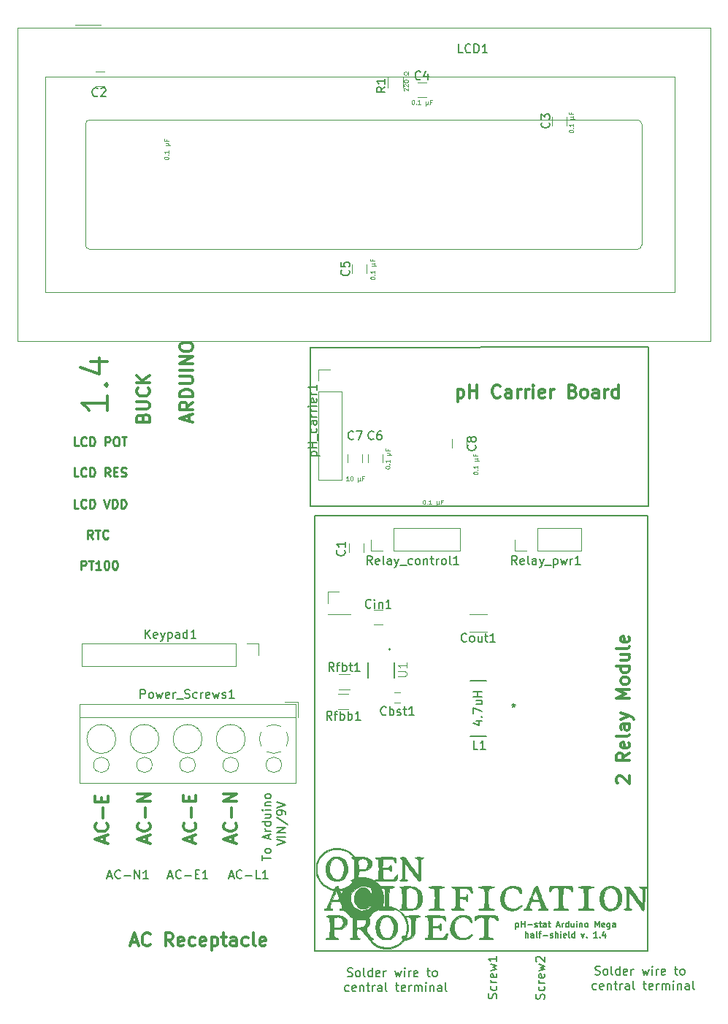
<source format=gbr>
G04 #@! TF.GenerationSoftware,KiCad,Pcbnew,5.0.2-bee76a0~70~ubuntu18.04.1*
G04 #@! TF.CreationDate,2019-05-13T15:11:37-07:00*
G04 #@! TF.ProjectId,Half_Shield,48616c66-5f53-4686-9965-6c642e6b6963,rev?*
G04 #@! TF.SameCoordinates,Original*
G04 #@! TF.FileFunction,Legend,Top*
G04 #@! TF.FilePolarity,Positive*
%FSLAX46Y46*%
G04 Gerber Fmt 4.6, Leading zero omitted, Abs format (unit mm)*
G04 Created by KiCad (PCBNEW 5.0.2-bee76a0~70~ubuntu18.04.1) date Mon 13 May 2019 03:11:37 PM PDT*
%MOMM*%
%LPD*%
G01*
G04 APERTURE LIST*
%ADD10C,0.300000*%
%ADD11C,0.250000*%
%ADD12C,0.175000*%
%ADD13C,0.125000*%
%ADD14C,0.100000*%
%ADD15C,0.200000*%
%ADD16C,0.127000*%
%ADD17C,0.120000*%
%ADD18C,0.152400*%
%ADD19C,0.010000*%
%ADD20C,0.150000*%
G04 APERTURE END LIST*
D10*
X121204800Y-78536228D02*
X121204800Y-77821942D01*
X121633371Y-78679085D02*
X120133371Y-78179085D01*
X121633371Y-77679085D01*
X121633371Y-76321942D02*
X120919085Y-76821942D01*
X121633371Y-77179085D02*
X120133371Y-77179085D01*
X120133371Y-76607657D01*
X120204800Y-76464800D01*
X120276228Y-76393371D01*
X120419085Y-76321942D01*
X120633371Y-76321942D01*
X120776228Y-76393371D01*
X120847657Y-76464800D01*
X120919085Y-76607657D01*
X120919085Y-77179085D01*
X121633371Y-75679085D02*
X120133371Y-75679085D01*
X120133371Y-75321942D01*
X120204800Y-75107657D01*
X120347657Y-74964800D01*
X120490514Y-74893371D01*
X120776228Y-74821942D01*
X120990514Y-74821942D01*
X121276228Y-74893371D01*
X121419085Y-74964800D01*
X121561942Y-75107657D01*
X121633371Y-75321942D01*
X121633371Y-75679085D01*
X120133371Y-74179085D02*
X121347657Y-74179085D01*
X121490514Y-74107657D01*
X121561942Y-74036228D01*
X121633371Y-73893371D01*
X121633371Y-73607657D01*
X121561942Y-73464800D01*
X121490514Y-73393371D01*
X121347657Y-73321942D01*
X120133371Y-73321942D01*
X121633371Y-72607657D02*
X120133371Y-72607657D01*
X121633371Y-71893371D02*
X120133371Y-71893371D01*
X121633371Y-71036228D01*
X120133371Y-71036228D01*
X120133371Y-70036228D02*
X120133371Y-69750514D01*
X120204800Y-69607657D01*
X120347657Y-69464800D01*
X120633371Y-69393371D01*
X121133371Y-69393371D01*
X121419085Y-69464800D01*
X121561942Y-69607657D01*
X121633371Y-69750514D01*
X121633371Y-70036228D01*
X121561942Y-70179085D01*
X121419085Y-70321942D01*
X121133371Y-70393371D01*
X120633371Y-70393371D01*
X120347657Y-70321942D01*
X120204800Y-70179085D01*
X120133371Y-70036228D01*
X115818457Y-78124571D02*
X115889885Y-77910285D01*
X115961314Y-77838857D01*
X116104171Y-77767428D01*
X116318457Y-77767428D01*
X116461314Y-77838857D01*
X116532742Y-77910285D01*
X116604171Y-78053142D01*
X116604171Y-78624571D01*
X115104171Y-78624571D01*
X115104171Y-78124571D01*
X115175600Y-77981714D01*
X115247028Y-77910285D01*
X115389885Y-77838857D01*
X115532742Y-77838857D01*
X115675600Y-77910285D01*
X115747028Y-77981714D01*
X115818457Y-78124571D01*
X115818457Y-78624571D01*
X115104171Y-77124571D02*
X116318457Y-77124571D01*
X116461314Y-77053142D01*
X116532742Y-76981714D01*
X116604171Y-76838857D01*
X116604171Y-76553142D01*
X116532742Y-76410285D01*
X116461314Y-76338857D01*
X116318457Y-76267428D01*
X115104171Y-76267428D01*
X116461314Y-74696000D02*
X116532742Y-74767428D01*
X116604171Y-74981714D01*
X116604171Y-75124571D01*
X116532742Y-75338857D01*
X116389885Y-75481714D01*
X116247028Y-75553142D01*
X115961314Y-75624571D01*
X115747028Y-75624571D01*
X115461314Y-75553142D01*
X115318457Y-75481714D01*
X115175600Y-75338857D01*
X115104171Y-75124571D01*
X115104171Y-74981714D01*
X115175600Y-74767428D01*
X115247028Y-74696000D01*
X116604171Y-74053142D02*
X115104171Y-74053142D01*
X116604171Y-73196000D02*
X115747028Y-73838857D01*
X115104171Y-73196000D02*
X115961314Y-74053142D01*
D11*
X108672571Y-95702380D02*
X108672571Y-94702380D01*
X109053523Y-94702380D01*
X109148761Y-94750000D01*
X109196380Y-94797619D01*
X109244000Y-94892857D01*
X109244000Y-95035714D01*
X109196380Y-95130952D01*
X109148761Y-95178571D01*
X109053523Y-95226190D01*
X108672571Y-95226190D01*
X109529714Y-94702380D02*
X110101142Y-94702380D01*
X109815428Y-95702380D02*
X109815428Y-94702380D01*
X110958285Y-95702380D02*
X110386857Y-95702380D01*
X110672571Y-95702380D02*
X110672571Y-94702380D01*
X110577333Y-94845238D01*
X110482095Y-94940476D01*
X110386857Y-94988095D01*
X111577333Y-94702380D02*
X111672571Y-94702380D01*
X111767809Y-94750000D01*
X111815428Y-94797619D01*
X111863047Y-94892857D01*
X111910666Y-95083333D01*
X111910666Y-95321428D01*
X111863047Y-95511904D01*
X111815428Y-95607142D01*
X111767809Y-95654761D01*
X111672571Y-95702380D01*
X111577333Y-95702380D01*
X111482095Y-95654761D01*
X111434476Y-95607142D01*
X111386857Y-95511904D01*
X111339238Y-95321428D01*
X111339238Y-95083333D01*
X111386857Y-94892857D01*
X111434476Y-94797619D01*
X111482095Y-94750000D01*
X111577333Y-94702380D01*
X112529714Y-94702380D02*
X112624952Y-94702380D01*
X112720190Y-94750000D01*
X112767809Y-94797619D01*
X112815428Y-94892857D01*
X112863047Y-95083333D01*
X112863047Y-95321428D01*
X112815428Y-95511904D01*
X112767809Y-95607142D01*
X112720190Y-95654761D01*
X112624952Y-95702380D01*
X112529714Y-95702380D01*
X112434476Y-95654761D01*
X112386857Y-95607142D01*
X112339238Y-95511904D01*
X112291619Y-95321428D01*
X112291619Y-95083333D01*
X112339238Y-94892857D01*
X112386857Y-94797619D01*
X112434476Y-94750000D01*
X112529714Y-94702380D01*
X110020171Y-92146380D02*
X109686838Y-91670190D01*
X109448742Y-92146380D02*
X109448742Y-91146380D01*
X109829695Y-91146380D01*
X109924933Y-91194000D01*
X109972552Y-91241619D01*
X110020171Y-91336857D01*
X110020171Y-91479714D01*
X109972552Y-91574952D01*
X109924933Y-91622571D01*
X109829695Y-91670190D01*
X109448742Y-91670190D01*
X110305885Y-91146380D02*
X110877314Y-91146380D01*
X110591600Y-92146380D02*
X110591600Y-91146380D01*
X111782076Y-92051142D02*
X111734457Y-92098761D01*
X111591600Y-92146380D01*
X111496361Y-92146380D01*
X111353504Y-92098761D01*
X111258266Y-92003523D01*
X111210647Y-91908285D01*
X111163028Y-91717809D01*
X111163028Y-91574952D01*
X111210647Y-91384476D01*
X111258266Y-91289238D01*
X111353504Y-91194000D01*
X111496361Y-91146380D01*
X111591600Y-91146380D01*
X111734457Y-91194000D01*
X111782076Y-91241619D01*
X108345600Y-84932780D02*
X107869409Y-84932780D01*
X107869409Y-83932780D01*
X109250361Y-84837542D02*
X109202742Y-84885161D01*
X109059885Y-84932780D01*
X108964647Y-84932780D01*
X108821790Y-84885161D01*
X108726552Y-84789923D01*
X108678933Y-84694685D01*
X108631314Y-84504209D01*
X108631314Y-84361352D01*
X108678933Y-84170876D01*
X108726552Y-84075638D01*
X108821790Y-83980400D01*
X108964647Y-83932780D01*
X109059885Y-83932780D01*
X109202742Y-83980400D01*
X109250361Y-84028019D01*
X109678933Y-84932780D02*
X109678933Y-83932780D01*
X109917028Y-83932780D01*
X110059885Y-83980400D01*
X110155123Y-84075638D01*
X110202742Y-84170876D01*
X110250361Y-84361352D01*
X110250361Y-84504209D01*
X110202742Y-84694685D01*
X110155123Y-84789923D01*
X110059885Y-84885161D01*
X109917028Y-84932780D01*
X109678933Y-84932780D01*
X112012266Y-84932780D02*
X111678933Y-84456590D01*
X111440838Y-84932780D02*
X111440838Y-83932780D01*
X111821790Y-83932780D01*
X111917028Y-83980400D01*
X111964647Y-84028019D01*
X112012266Y-84123257D01*
X112012266Y-84266114D01*
X111964647Y-84361352D01*
X111917028Y-84408971D01*
X111821790Y-84456590D01*
X111440838Y-84456590D01*
X112440838Y-84408971D02*
X112774171Y-84408971D01*
X112917028Y-84932780D02*
X112440838Y-84932780D01*
X112440838Y-83932780D01*
X112917028Y-83932780D01*
X113297980Y-84885161D02*
X113440838Y-84932780D01*
X113678933Y-84932780D01*
X113774171Y-84885161D01*
X113821790Y-84837542D01*
X113869409Y-84742304D01*
X113869409Y-84647066D01*
X113821790Y-84551828D01*
X113774171Y-84504209D01*
X113678933Y-84456590D01*
X113488457Y-84408971D01*
X113393219Y-84361352D01*
X113345600Y-84313733D01*
X113297980Y-84218495D01*
X113297980Y-84123257D01*
X113345600Y-84028019D01*
X113393219Y-83980400D01*
X113488457Y-83932780D01*
X113726552Y-83932780D01*
X113869409Y-83980400D01*
X108369409Y-81376780D02*
X107893219Y-81376780D01*
X107893219Y-80376780D01*
X109274171Y-81281542D02*
X109226552Y-81329161D01*
X109083695Y-81376780D01*
X108988457Y-81376780D01*
X108845600Y-81329161D01*
X108750361Y-81233923D01*
X108702742Y-81138685D01*
X108655123Y-80948209D01*
X108655123Y-80805352D01*
X108702742Y-80614876D01*
X108750361Y-80519638D01*
X108845600Y-80424400D01*
X108988457Y-80376780D01*
X109083695Y-80376780D01*
X109226552Y-80424400D01*
X109274171Y-80472019D01*
X109702742Y-81376780D02*
X109702742Y-80376780D01*
X109940838Y-80376780D01*
X110083695Y-80424400D01*
X110178933Y-80519638D01*
X110226552Y-80614876D01*
X110274171Y-80805352D01*
X110274171Y-80948209D01*
X110226552Y-81138685D01*
X110178933Y-81233923D01*
X110083695Y-81329161D01*
X109940838Y-81376780D01*
X109702742Y-81376780D01*
X111464647Y-81376780D02*
X111464647Y-80376780D01*
X111845600Y-80376780D01*
X111940838Y-80424400D01*
X111988457Y-80472019D01*
X112036076Y-80567257D01*
X112036076Y-80710114D01*
X111988457Y-80805352D01*
X111940838Y-80852971D01*
X111845600Y-80900590D01*
X111464647Y-80900590D01*
X112655123Y-80376780D02*
X112845600Y-80376780D01*
X112940838Y-80424400D01*
X113036076Y-80519638D01*
X113083695Y-80710114D01*
X113083695Y-81043447D01*
X113036076Y-81233923D01*
X112940838Y-81329161D01*
X112845600Y-81376780D01*
X112655123Y-81376780D01*
X112559885Y-81329161D01*
X112464647Y-81233923D01*
X112417028Y-81043447D01*
X112417028Y-80710114D01*
X112464647Y-80519638D01*
X112559885Y-80424400D01*
X112655123Y-80376780D01*
X113369409Y-80376780D02*
X113940838Y-80376780D01*
X113655123Y-81376780D02*
X113655123Y-80376780D01*
X108345600Y-88590380D02*
X107869409Y-88590380D01*
X107869409Y-87590380D01*
X109250361Y-88495142D02*
X109202742Y-88542761D01*
X109059885Y-88590380D01*
X108964647Y-88590380D01*
X108821790Y-88542761D01*
X108726552Y-88447523D01*
X108678933Y-88352285D01*
X108631314Y-88161809D01*
X108631314Y-88018952D01*
X108678933Y-87828476D01*
X108726552Y-87733238D01*
X108821790Y-87638000D01*
X108964647Y-87590380D01*
X109059885Y-87590380D01*
X109202742Y-87638000D01*
X109250361Y-87685619D01*
X109678933Y-88590380D02*
X109678933Y-87590380D01*
X109917028Y-87590380D01*
X110059885Y-87638000D01*
X110155123Y-87733238D01*
X110202742Y-87828476D01*
X110250361Y-88018952D01*
X110250361Y-88161809D01*
X110202742Y-88352285D01*
X110155123Y-88447523D01*
X110059885Y-88542761D01*
X109917028Y-88590380D01*
X109678933Y-88590380D01*
X111297980Y-87590380D02*
X111631314Y-88590380D01*
X111964647Y-87590380D01*
X112297980Y-88590380D02*
X112297980Y-87590380D01*
X112536076Y-87590380D01*
X112678933Y-87638000D01*
X112774171Y-87733238D01*
X112821790Y-87828476D01*
X112869409Y-88018952D01*
X112869409Y-88161809D01*
X112821790Y-88352285D01*
X112774171Y-88447523D01*
X112678933Y-88542761D01*
X112536076Y-88590380D01*
X112297980Y-88590380D01*
X113297980Y-88590380D02*
X113297980Y-87590380D01*
X113536076Y-87590380D01*
X113678933Y-87638000D01*
X113774171Y-87733238D01*
X113821790Y-87828476D01*
X113869409Y-88018952D01*
X113869409Y-88161809D01*
X113821790Y-88352285D01*
X113774171Y-88447523D01*
X113678933Y-88542761D01*
X113536076Y-88590380D01*
X113297980Y-88590380D01*
D12*
X159079333Y-136702300D02*
X159079333Y-137402300D01*
X159079333Y-136735633D02*
X159146000Y-136702300D01*
X159279333Y-136702300D01*
X159346000Y-136735633D01*
X159379333Y-136768966D01*
X159412666Y-136835633D01*
X159412666Y-137035633D01*
X159379333Y-137102300D01*
X159346000Y-137135633D01*
X159279333Y-137168966D01*
X159146000Y-137168966D01*
X159079333Y-137135633D01*
X159712666Y-137168966D02*
X159712666Y-136468966D01*
X159712666Y-136802300D02*
X160112666Y-136802300D01*
X160112666Y-137168966D02*
X160112666Y-136468966D01*
X160446000Y-136902300D02*
X160979333Y-136902300D01*
X161279333Y-137135633D02*
X161346000Y-137168966D01*
X161479333Y-137168966D01*
X161546000Y-137135633D01*
X161579333Y-137068966D01*
X161579333Y-137035633D01*
X161546000Y-136968966D01*
X161479333Y-136935633D01*
X161379333Y-136935633D01*
X161312666Y-136902300D01*
X161279333Y-136835633D01*
X161279333Y-136802300D01*
X161312666Y-136735633D01*
X161379333Y-136702300D01*
X161479333Y-136702300D01*
X161546000Y-136735633D01*
X161779333Y-136702300D02*
X162046000Y-136702300D01*
X161879333Y-136468966D02*
X161879333Y-137068966D01*
X161912666Y-137135633D01*
X161979333Y-137168966D01*
X162046000Y-137168966D01*
X162579333Y-137168966D02*
X162579333Y-136802300D01*
X162546000Y-136735633D01*
X162479333Y-136702300D01*
X162346000Y-136702300D01*
X162279333Y-136735633D01*
X162579333Y-137135633D02*
X162512666Y-137168966D01*
X162346000Y-137168966D01*
X162279333Y-137135633D01*
X162246000Y-137068966D01*
X162246000Y-137002300D01*
X162279333Y-136935633D01*
X162346000Y-136902300D01*
X162512666Y-136902300D01*
X162579333Y-136868966D01*
X162812666Y-136702300D02*
X163079333Y-136702300D01*
X162912666Y-136468966D02*
X162912666Y-137068966D01*
X162946000Y-137135633D01*
X163012666Y-137168966D01*
X163079333Y-137168966D01*
X163812666Y-136968966D02*
X164146000Y-136968966D01*
X163746000Y-137168966D02*
X163979333Y-136468966D01*
X164212666Y-137168966D01*
X164446000Y-137168966D02*
X164446000Y-136702300D01*
X164446000Y-136835633D02*
X164479333Y-136768966D01*
X164512666Y-136735633D01*
X164579333Y-136702300D01*
X164646000Y-136702300D01*
X165179333Y-137168966D02*
X165179333Y-136468966D01*
X165179333Y-137135633D02*
X165112666Y-137168966D01*
X164979333Y-137168966D01*
X164912666Y-137135633D01*
X164879333Y-137102300D01*
X164846000Y-137035633D01*
X164846000Y-136835633D01*
X164879333Y-136768966D01*
X164912666Y-136735633D01*
X164979333Y-136702300D01*
X165112666Y-136702300D01*
X165179333Y-136735633D01*
X165812666Y-136702300D02*
X165812666Y-137168966D01*
X165512666Y-136702300D02*
X165512666Y-137068966D01*
X165546000Y-137135633D01*
X165612666Y-137168966D01*
X165712666Y-137168966D01*
X165779333Y-137135633D01*
X165812666Y-137102300D01*
X166146000Y-137168966D02*
X166146000Y-136702300D01*
X166146000Y-136468966D02*
X166112666Y-136502300D01*
X166146000Y-136535633D01*
X166179333Y-136502300D01*
X166146000Y-136468966D01*
X166146000Y-136535633D01*
X166479333Y-136702300D02*
X166479333Y-137168966D01*
X166479333Y-136768966D02*
X166512666Y-136735633D01*
X166579333Y-136702300D01*
X166679333Y-136702300D01*
X166746000Y-136735633D01*
X166779333Y-136802300D01*
X166779333Y-137168966D01*
X167212666Y-137168966D02*
X167146000Y-137135633D01*
X167112666Y-137102300D01*
X167079333Y-137035633D01*
X167079333Y-136835633D01*
X167112666Y-136768966D01*
X167146000Y-136735633D01*
X167212666Y-136702300D01*
X167312666Y-136702300D01*
X167379333Y-136735633D01*
X167412666Y-136768966D01*
X167446000Y-136835633D01*
X167446000Y-137035633D01*
X167412666Y-137102300D01*
X167379333Y-137135633D01*
X167312666Y-137168966D01*
X167212666Y-137168966D01*
X168279333Y-137168966D02*
X168279333Y-136468966D01*
X168512666Y-136968966D01*
X168746000Y-136468966D01*
X168746000Y-137168966D01*
X169346000Y-137135633D02*
X169279333Y-137168966D01*
X169146000Y-137168966D01*
X169079333Y-137135633D01*
X169046000Y-137068966D01*
X169046000Y-136802300D01*
X169079333Y-136735633D01*
X169146000Y-136702300D01*
X169279333Y-136702300D01*
X169346000Y-136735633D01*
X169379333Y-136802300D01*
X169379333Y-136868966D01*
X169046000Y-136935633D01*
X169979333Y-136702300D02*
X169979333Y-137268966D01*
X169946000Y-137335633D01*
X169912666Y-137368966D01*
X169846000Y-137402300D01*
X169746000Y-137402300D01*
X169679333Y-137368966D01*
X169979333Y-137135633D02*
X169912666Y-137168966D01*
X169779333Y-137168966D01*
X169712666Y-137135633D01*
X169679333Y-137102300D01*
X169646000Y-137035633D01*
X169646000Y-136835633D01*
X169679333Y-136768966D01*
X169712666Y-136735633D01*
X169779333Y-136702300D01*
X169912666Y-136702300D01*
X169979333Y-136735633D01*
X170612666Y-137168966D02*
X170612666Y-136802300D01*
X170579333Y-136735633D01*
X170512666Y-136702300D01*
X170379333Y-136702300D01*
X170312666Y-136735633D01*
X170612666Y-137135633D02*
X170546000Y-137168966D01*
X170379333Y-137168966D01*
X170312666Y-137135633D01*
X170279333Y-137068966D01*
X170279333Y-137002300D01*
X170312666Y-136935633D01*
X170379333Y-136902300D01*
X170546000Y-136902300D01*
X170612666Y-136868966D01*
X160196000Y-138393966D02*
X160196000Y-137693966D01*
X160496000Y-138393966D02*
X160496000Y-138027300D01*
X160462666Y-137960633D01*
X160396000Y-137927300D01*
X160296000Y-137927300D01*
X160229333Y-137960633D01*
X160196000Y-137993966D01*
X161129333Y-138393966D02*
X161129333Y-138027300D01*
X161096000Y-137960633D01*
X161029333Y-137927300D01*
X160896000Y-137927300D01*
X160829333Y-137960633D01*
X161129333Y-138360633D02*
X161062666Y-138393966D01*
X160896000Y-138393966D01*
X160829333Y-138360633D01*
X160796000Y-138293966D01*
X160796000Y-138227300D01*
X160829333Y-138160633D01*
X160896000Y-138127300D01*
X161062666Y-138127300D01*
X161129333Y-138093966D01*
X161562666Y-138393966D02*
X161496000Y-138360633D01*
X161462666Y-138293966D01*
X161462666Y-137693966D01*
X161729333Y-137927300D02*
X161996000Y-137927300D01*
X161829333Y-138393966D02*
X161829333Y-137793966D01*
X161862666Y-137727300D01*
X161929333Y-137693966D01*
X161996000Y-137693966D01*
X162229333Y-138127300D02*
X162762666Y-138127300D01*
X163062666Y-138360633D02*
X163129333Y-138393966D01*
X163262666Y-138393966D01*
X163329333Y-138360633D01*
X163362666Y-138293966D01*
X163362666Y-138260633D01*
X163329333Y-138193966D01*
X163262666Y-138160633D01*
X163162666Y-138160633D01*
X163096000Y-138127300D01*
X163062666Y-138060633D01*
X163062666Y-138027300D01*
X163096000Y-137960633D01*
X163162666Y-137927300D01*
X163262666Y-137927300D01*
X163329333Y-137960633D01*
X163662666Y-138393966D02*
X163662666Y-137693966D01*
X163962666Y-138393966D02*
X163962666Y-138027300D01*
X163929333Y-137960633D01*
X163862666Y-137927300D01*
X163762666Y-137927300D01*
X163696000Y-137960633D01*
X163662666Y-137993966D01*
X164296000Y-138393966D02*
X164296000Y-137927300D01*
X164296000Y-137693966D02*
X164262666Y-137727300D01*
X164296000Y-137760633D01*
X164329333Y-137727300D01*
X164296000Y-137693966D01*
X164296000Y-137760633D01*
X164896000Y-138360633D02*
X164829333Y-138393966D01*
X164696000Y-138393966D01*
X164629333Y-138360633D01*
X164596000Y-138293966D01*
X164596000Y-138027300D01*
X164629333Y-137960633D01*
X164696000Y-137927300D01*
X164829333Y-137927300D01*
X164896000Y-137960633D01*
X164929333Y-138027300D01*
X164929333Y-138093966D01*
X164596000Y-138160633D01*
X165329333Y-138393966D02*
X165262666Y-138360633D01*
X165229333Y-138293966D01*
X165229333Y-137693966D01*
X165896000Y-138393966D02*
X165896000Y-137693966D01*
X165896000Y-138360633D02*
X165829333Y-138393966D01*
X165696000Y-138393966D01*
X165629333Y-138360633D01*
X165596000Y-138327300D01*
X165562666Y-138260633D01*
X165562666Y-138060633D01*
X165596000Y-137993966D01*
X165629333Y-137960633D01*
X165696000Y-137927300D01*
X165829333Y-137927300D01*
X165896000Y-137960633D01*
X166696000Y-137927300D02*
X166862666Y-138393966D01*
X167029333Y-137927300D01*
X167296000Y-138327300D02*
X167329333Y-138360633D01*
X167296000Y-138393966D01*
X167262666Y-138360633D01*
X167296000Y-138327300D01*
X167296000Y-138393966D01*
X168529333Y-138393966D02*
X168129333Y-138393966D01*
X168329333Y-138393966D02*
X168329333Y-137693966D01*
X168262666Y-137793966D01*
X168196000Y-137860633D01*
X168129333Y-137893966D01*
X168829333Y-138327300D02*
X168862666Y-138360633D01*
X168829333Y-138393966D01*
X168796000Y-138360633D01*
X168829333Y-138327300D01*
X168829333Y-138393966D01*
X169462666Y-137927300D02*
X169462666Y-138393966D01*
X169296000Y-137660633D02*
X169129333Y-138160633D01*
X169562666Y-138160633D01*
D13*
X154158190Y-84562819D02*
X154158190Y-84515200D01*
X154182000Y-84467580D01*
X154205809Y-84443771D01*
X154253428Y-84419961D01*
X154348666Y-84396152D01*
X154467714Y-84396152D01*
X154562952Y-84419961D01*
X154610571Y-84443771D01*
X154634380Y-84467580D01*
X154658190Y-84515200D01*
X154658190Y-84562819D01*
X154634380Y-84610438D01*
X154610571Y-84634247D01*
X154562952Y-84658057D01*
X154467714Y-84681866D01*
X154348666Y-84681866D01*
X154253428Y-84658057D01*
X154205809Y-84634247D01*
X154182000Y-84610438D01*
X154158190Y-84562819D01*
X154610571Y-84181866D02*
X154634380Y-84158057D01*
X154658190Y-84181866D01*
X154634380Y-84205676D01*
X154610571Y-84181866D01*
X154658190Y-84181866D01*
X154658190Y-83681866D02*
X154658190Y-83967580D01*
X154658190Y-83824723D02*
X154158190Y-83824723D01*
X154229619Y-83872342D01*
X154277238Y-83919961D01*
X154301047Y-83967580D01*
X154324857Y-83086628D02*
X154824857Y-83086628D01*
X154586761Y-82848533D02*
X154634380Y-82824723D01*
X154658190Y-82777104D01*
X154586761Y-83086628D02*
X154634380Y-83062819D01*
X154658190Y-83015200D01*
X154658190Y-82919961D01*
X154634380Y-82872342D01*
X154586761Y-82848533D01*
X154324857Y-82848533D01*
X154396285Y-82396152D02*
X154396285Y-82562819D01*
X154658190Y-82562819D02*
X154158190Y-82562819D01*
X154158190Y-82324723D01*
D14*
X165232590Y-44938819D02*
X165232590Y-44891200D01*
X165256400Y-44843580D01*
X165280209Y-44819771D01*
X165327828Y-44795961D01*
X165423066Y-44772152D01*
X165542114Y-44772152D01*
X165637352Y-44795961D01*
X165684971Y-44819771D01*
X165708780Y-44843580D01*
X165732590Y-44891200D01*
X165732590Y-44938819D01*
X165708780Y-44986438D01*
X165684971Y-45010247D01*
X165637352Y-45034057D01*
X165542114Y-45057866D01*
X165423066Y-45057866D01*
X165327828Y-45034057D01*
X165280209Y-45010247D01*
X165256400Y-44986438D01*
X165232590Y-44938819D01*
X165684971Y-44557866D02*
X165708780Y-44534057D01*
X165732590Y-44557866D01*
X165708780Y-44581676D01*
X165684971Y-44557866D01*
X165732590Y-44557866D01*
X165732590Y-44057866D02*
X165732590Y-44343580D01*
X165732590Y-44200723D02*
X165232590Y-44200723D01*
X165304019Y-44248342D01*
X165351638Y-44295961D01*
X165375447Y-44343580D01*
X165399257Y-43462628D02*
X165899257Y-43462628D01*
X165661161Y-43224533D02*
X165708780Y-43200723D01*
X165732590Y-43153104D01*
X165661161Y-43462628D02*
X165708780Y-43438819D01*
X165732590Y-43391200D01*
X165732590Y-43295961D01*
X165708780Y-43248342D01*
X165661161Y-43224533D01*
X165399257Y-43224533D01*
X165470685Y-42772152D02*
X165470685Y-42938819D01*
X165732590Y-42938819D02*
X165232590Y-42938819D01*
X165232590Y-42700723D01*
D15*
X140244533Y-80570342D02*
X140196914Y-80617961D01*
X140054057Y-80665580D01*
X139958819Y-80665580D01*
X139815961Y-80617961D01*
X139720723Y-80522723D01*
X139673104Y-80427485D01*
X139625485Y-80237009D01*
X139625485Y-80094152D01*
X139673104Y-79903676D01*
X139720723Y-79808438D01*
X139815961Y-79713200D01*
X139958819Y-79665580D01*
X140054057Y-79665580D01*
X140196914Y-79713200D01*
X140244533Y-79760819D01*
X140577866Y-79665580D02*
X141244533Y-79665580D01*
X140815961Y-80665580D01*
X142581333Y-80570342D02*
X142533714Y-80617961D01*
X142390857Y-80665580D01*
X142295619Y-80665580D01*
X142152761Y-80617961D01*
X142057523Y-80522723D01*
X142009904Y-80427485D01*
X141962285Y-80237009D01*
X141962285Y-80094152D01*
X142009904Y-79903676D01*
X142057523Y-79808438D01*
X142152761Y-79713200D01*
X142295619Y-79665580D01*
X142390857Y-79665580D01*
X142533714Y-79713200D01*
X142581333Y-79760819D01*
X143438476Y-79665580D02*
X143248000Y-79665580D01*
X143152761Y-79713200D01*
X143105142Y-79760819D01*
X143009904Y-79903676D01*
X142962285Y-80094152D01*
X142962285Y-80475104D01*
X143009904Y-80570342D01*
X143057523Y-80617961D01*
X143152761Y-80665580D01*
X143343238Y-80665580D01*
X143438476Y-80617961D01*
X143486095Y-80570342D01*
X143533714Y-80475104D01*
X143533714Y-80237009D01*
X143486095Y-80141771D01*
X143438476Y-80094152D01*
X143343238Y-80046533D01*
X143152761Y-80046533D01*
X143057523Y-80094152D01*
X143009904Y-80141771D01*
X142962285Y-80237009D01*
D14*
X139700095Y-85417790D02*
X139414380Y-85417790D01*
X139557238Y-85417790D02*
X139557238Y-84917790D01*
X139509619Y-84989219D01*
X139462000Y-85036838D01*
X139414380Y-85060647D01*
X140009619Y-84917790D02*
X140057238Y-84917790D01*
X140104857Y-84941600D01*
X140128666Y-84965409D01*
X140152476Y-85013028D01*
X140176285Y-85108266D01*
X140176285Y-85227314D01*
X140152476Y-85322552D01*
X140128666Y-85370171D01*
X140104857Y-85393980D01*
X140057238Y-85417790D01*
X140009619Y-85417790D01*
X139962000Y-85393980D01*
X139938190Y-85370171D01*
X139914380Y-85322552D01*
X139890571Y-85227314D01*
X139890571Y-85108266D01*
X139914380Y-85013028D01*
X139938190Y-84965409D01*
X139962000Y-84941600D01*
X140009619Y-84917790D01*
X140771523Y-85084457D02*
X140771523Y-85584457D01*
X141009619Y-85346361D02*
X141033428Y-85393980D01*
X141081047Y-85417790D01*
X140771523Y-85346361D02*
X140795333Y-85393980D01*
X140842952Y-85417790D01*
X140938190Y-85417790D01*
X140985809Y-85393980D01*
X141009619Y-85346361D01*
X141009619Y-85084457D01*
X141462000Y-85155885D02*
X141295333Y-85155885D01*
X141295333Y-85417790D02*
X141295333Y-84917790D01*
X141533428Y-84917790D01*
D15*
X139193542Y-93486266D02*
X139241161Y-93533885D01*
X139288780Y-93676742D01*
X139288780Y-93771980D01*
X139241161Y-93914838D01*
X139145923Y-94010076D01*
X139050685Y-94057695D01*
X138860209Y-94105314D01*
X138717352Y-94105314D01*
X138526876Y-94057695D01*
X138431638Y-94010076D01*
X138336400Y-93914838D01*
X138288780Y-93771980D01*
X138288780Y-93676742D01*
X138336400Y-93533885D01*
X138384019Y-93486266D01*
X139288780Y-92533885D02*
X139288780Y-93105314D01*
X139288780Y-92819600D02*
X138288780Y-92819600D01*
X138431638Y-92914838D01*
X138526876Y-93010076D01*
X138574495Y-93105314D01*
D10*
X111745542Y-75606114D02*
X111745542Y-77320400D01*
X111745542Y-76463257D02*
X108745542Y-76463257D01*
X109174114Y-76748971D01*
X109459828Y-77034685D01*
X109602685Y-77320400D01*
X111459828Y-74320400D02*
X111602685Y-74177542D01*
X111745542Y-74320400D01*
X111602685Y-74463257D01*
X111459828Y-74320400D01*
X111745542Y-74320400D01*
X109745542Y-71606114D02*
X111745542Y-71606114D01*
X108602685Y-72320400D02*
X110745542Y-73034685D01*
X110745542Y-71177542D01*
D14*
X118293390Y-48037619D02*
X118293390Y-47990000D01*
X118317200Y-47942380D01*
X118341009Y-47918571D01*
X118388628Y-47894761D01*
X118483866Y-47870952D01*
X118602914Y-47870952D01*
X118698152Y-47894761D01*
X118745771Y-47918571D01*
X118769580Y-47942380D01*
X118793390Y-47990000D01*
X118793390Y-48037619D01*
X118769580Y-48085238D01*
X118745771Y-48109047D01*
X118698152Y-48132857D01*
X118602914Y-48156666D01*
X118483866Y-48156666D01*
X118388628Y-48132857D01*
X118341009Y-48109047D01*
X118317200Y-48085238D01*
X118293390Y-48037619D01*
X118745771Y-47656666D02*
X118769580Y-47632857D01*
X118793390Y-47656666D01*
X118769580Y-47680476D01*
X118745771Y-47656666D01*
X118793390Y-47656666D01*
X118793390Y-47156666D02*
X118793390Y-47442380D01*
X118793390Y-47299523D02*
X118293390Y-47299523D01*
X118364819Y-47347142D01*
X118412438Y-47394761D01*
X118436247Y-47442380D01*
X118460057Y-46561428D02*
X118960057Y-46561428D01*
X118721961Y-46323333D02*
X118769580Y-46299523D01*
X118793390Y-46251904D01*
X118721961Y-46561428D02*
X118769580Y-46537619D01*
X118793390Y-46490000D01*
X118793390Y-46394761D01*
X118769580Y-46347142D01*
X118721961Y-46323333D01*
X118460057Y-46323333D01*
X118531485Y-45870952D02*
X118531485Y-46037619D01*
X118793390Y-46037619D02*
X118293390Y-46037619D01*
X118293390Y-45799523D01*
X142220190Y-61956819D02*
X142220190Y-61909200D01*
X142244000Y-61861580D01*
X142267809Y-61837771D01*
X142315428Y-61813961D01*
X142410666Y-61790152D01*
X142529714Y-61790152D01*
X142624952Y-61813961D01*
X142672571Y-61837771D01*
X142696380Y-61861580D01*
X142720190Y-61909200D01*
X142720190Y-61956819D01*
X142696380Y-62004438D01*
X142672571Y-62028247D01*
X142624952Y-62052057D01*
X142529714Y-62075866D01*
X142410666Y-62075866D01*
X142315428Y-62052057D01*
X142267809Y-62028247D01*
X142244000Y-62004438D01*
X142220190Y-61956819D01*
X142672571Y-61575866D02*
X142696380Y-61552057D01*
X142720190Y-61575866D01*
X142696380Y-61599676D01*
X142672571Y-61575866D01*
X142720190Y-61575866D01*
X142720190Y-61075866D02*
X142720190Y-61361580D01*
X142720190Y-61218723D02*
X142220190Y-61218723D01*
X142291619Y-61266342D01*
X142339238Y-61313961D01*
X142363047Y-61361580D01*
X142386857Y-60480628D02*
X142886857Y-60480628D01*
X142648761Y-60242533D02*
X142696380Y-60218723D01*
X142720190Y-60171104D01*
X142648761Y-60480628D02*
X142696380Y-60456819D01*
X142720190Y-60409200D01*
X142720190Y-60313961D01*
X142696380Y-60266342D01*
X142648761Y-60242533D01*
X142386857Y-60242533D01*
X142458285Y-59790152D02*
X142458285Y-59956819D01*
X142720190Y-59956819D02*
X142220190Y-59956819D01*
X142220190Y-59718723D01*
X148405980Y-87660990D02*
X148453600Y-87660990D01*
X148501219Y-87684800D01*
X148525028Y-87708609D01*
X148548838Y-87756228D01*
X148572647Y-87851466D01*
X148572647Y-87970514D01*
X148548838Y-88065752D01*
X148525028Y-88113371D01*
X148501219Y-88137180D01*
X148453600Y-88160990D01*
X148405980Y-88160990D01*
X148358361Y-88137180D01*
X148334552Y-88113371D01*
X148310742Y-88065752D01*
X148286933Y-87970514D01*
X148286933Y-87851466D01*
X148310742Y-87756228D01*
X148334552Y-87708609D01*
X148358361Y-87684800D01*
X148405980Y-87660990D01*
X148786933Y-88113371D02*
X148810742Y-88137180D01*
X148786933Y-88160990D01*
X148763123Y-88137180D01*
X148786933Y-88113371D01*
X148786933Y-88160990D01*
X149286933Y-88160990D02*
X149001219Y-88160990D01*
X149144076Y-88160990D02*
X149144076Y-87660990D01*
X149096457Y-87732419D01*
X149048838Y-87780038D01*
X149001219Y-87803847D01*
X149882171Y-87827657D02*
X149882171Y-88327657D01*
X150120266Y-88089561D02*
X150144076Y-88137180D01*
X150191695Y-88160990D01*
X149882171Y-88089561D02*
X149905980Y-88137180D01*
X149953600Y-88160990D01*
X150048838Y-88160990D01*
X150096457Y-88137180D01*
X150120266Y-88089561D01*
X150120266Y-87827657D01*
X150572647Y-87899085D02*
X150405980Y-87899085D01*
X150405980Y-88160990D02*
X150405980Y-87660990D01*
X150644076Y-87660990D01*
X143947390Y-83902419D02*
X143947390Y-83854800D01*
X143971200Y-83807180D01*
X143995009Y-83783371D01*
X144042628Y-83759561D01*
X144137866Y-83735752D01*
X144256914Y-83735752D01*
X144352152Y-83759561D01*
X144399771Y-83783371D01*
X144423580Y-83807180D01*
X144447390Y-83854800D01*
X144447390Y-83902419D01*
X144423580Y-83950038D01*
X144399771Y-83973847D01*
X144352152Y-83997657D01*
X144256914Y-84021466D01*
X144137866Y-84021466D01*
X144042628Y-83997657D01*
X143995009Y-83973847D01*
X143971200Y-83950038D01*
X143947390Y-83902419D01*
X144399771Y-83521466D02*
X144423580Y-83497657D01*
X144447390Y-83521466D01*
X144423580Y-83545276D01*
X144399771Y-83521466D01*
X144447390Y-83521466D01*
X144447390Y-83021466D02*
X144447390Y-83307180D01*
X144447390Y-83164323D02*
X143947390Y-83164323D01*
X144018819Y-83211942D01*
X144066438Y-83259561D01*
X144090247Y-83307180D01*
X144114057Y-82426228D02*
X144614057Y-82426228D01*
X144375961Y-82188133D02*
X144423580Y-82164323D01*
X144447390Y-82116704D01*
X144375961Y-82426228D02*
X144423580Y-82402419D01*
X144447390Y-82354800D01*
X144447390Y-82259561D01*
X144423580Y-82211942D01*
X144375961Y-82188133D01*
X144114057Y-82188133D01*
X144185485Y-81735752D02*
X144185485Y-81902419D01*
X144447390Y-81902419D02*
X143947390Y-81902419D01*
X143947390Y-81664323D01*
D15*
X148016933Y-38863542D02*
X147969314Y-38911161D01*
X147826457Y-38958780D01*
X147731219Y-38958780D01*
X147588361Y-38911161D01*
X147493123Y-38815923D01*
X147445504Y-38720685D01*
X147397885Y-38530209D01*
X147397885Y-38387352D01*
X147445504Y-38196876D01*
X147493123Y-38101638D01*
X147588361Y-38006400D01*
X147731219Y-37958780D01*
X147826457Y-37958780D01*
X147969314Y-38006400D01*
X148016933Y-38054019D01*
X148874076Y-38292114D02*
X148874076Y-38958780D01*
X148635980Y-37911161D02*
X148397885Y-38625447D01*
X149016933Y-38625447D01*
X143911580Y-39790666D02*
X143435390Y-40124000D01*
X143911580Y-40362095D02*
X142911580Y-40362095D01*
X142911580Y-39981142D01*
X142959200Y-39885904D01*
X143006819Y-39838285D01*
X143102057Y-39790666D01*
X143244914Y-39790666D01*
X143340152Y-39838285D01*
X143387771Y-39885904D01*
X143435390Y-39981142D01*
X143435390Y-40362095D01*
X143911580Y-38838285D02*
X143911580Y-39409714D01*
X143911580Y-39124000D02*
X142911580Y-39124000D01*
X143054438Y-39219238D01*
X143149676Y-39314476D01*
X143197295Y-39409714D01*
D14*
X147135980Y-41280590D02*
X147183600Y-41280590D01*
X147231219Y-41304400D01*
X147255028Y-41328209D01*
X147278838Y-41375828D01*
X147302647Y-41471066D01*
X147302647Y-41590114D01*
X147278838Y-41685352D01*
X147255028Y-41732971D01*
X147231219Y-41756780D01*
X147183600Y-41780590D01*
X147135980Y-41780590D01*
X147088361Y-41756780D01*
X147064552Y-41732971D01*
X147040742Y-41685352D01*
X147016933Y-41590114D01*
X147016933Y-41471066D01*
X147040742Y-41375828D01*
X147064552Y-41328209D01*
X147088361Y-41304400D01*
X147135980Y-41280590D01*
X147516933Y-41732971D02*
X147540742Y-41756780D01*
X147516933Y-41780590D01*
X147493123Y-41756780D01*
X147516933Y-41732971D01*
X147516933Y-41780590D01*
X148016933Y-41780590D02*
X147731219Y-41780590D01*
X147874076Y-41780590D02*
X147874076Y-41280590D01*
X147826457Y-41352019D01*
X147778838Y-41399638D01*
X147731219Y-41423447D01*
X148612171Y-41447257D02*
X148612171Y-41947257D01*
X148850266Y-41709161D02*
X148874076Y-41756780D01*
X148921695Y-41780590D01*
X148612171Y-41709161D02*
X148635980Y-41756780D01*
X148683600Y-41780590D01*
X148778838Y-41780590D01*
X148826457Y-41756780D01*
X148850266Y-41709161D01*
X148850266Y-41447257D01*
X149302647Y-41518685D02*
X149135980Y-41518685D01*
X149135980Y-41780590D02*
X149135980Y-41280590D01*
X149374076Y-41280590D01*
X146128609Y-40211238D02*
X146104800Y-40187428D01*
X146080990Y-40139809D01*
X146080990Y-40020761D01*
X146104800Y-39973142D01*
X146128609Y-39949333D01*
X146176228Y-39925523D01*
X146223847Y-39925523D01*
X146295276Y-39949333D01*
X146580990Y-40235047D01*
X146580990Y-39925523D01*
X146128609Y-39735047D02*
X146104800Y-39711238D01*
X146080990Y-39663619D01*
X146080990Y-39544571D01*
X146104800Y-39496952D01*
X146128609Y-39473142D01*
X146176228Y-39449333D01*
X146223847Y-39449333D01*
X146295276Y-39473142D01*
X146580990Y-39758857D01*
X146580990Y-39449333D01*
X146080990Y-39139809D02*
X146080990Y-39092190D01*
X146104800Y-39044571D01*
X146128609Y-39020761D01*
X146176228Y-38996952D01*
X146271466Y-38973142D01*
X146390514Y-38973142D01*
X146485752Y-38996952D01*
X146533371Y-39020761D01*
X146557180Y-39044571D01*
X146580990Y-39092190D01*
X146580990Y-39139809D01*
X146557180Y-39187428D01*
X146533371Y-39211238D01*
X146485752Y-39235047D01*
X146390514Y-39258857D01*
X146271466Y-39258857D01*
X146176228Y-39235047D01*
X146128609Y-39211238D01*
X146104800Y-39187428D01*
X146080990Y-39139809D01*
X146580990Y-38401714D02*
X146580990Y-38282666D01*
X146485752Y-38282666D01*
X146461942Y-38330285D01*
X146414323Y-38377904D01*
X146342895Y-38401714D01*
X146223847Y-38401714D01*
X146152419Y-38377904D01*
X146104800Y-38330285D01*
X146080990Y-38258857D01*
X146080990Y-38163619D01*
X146104800Y-38092190D01*
X146152419Y-38044571D01*
X146223847Y-38020761D01*
X146342895Y-38020761D01*
X146414323Y-38044571D01*
X146461942Y-38092190D01*
X146485752Y-38139809D01*
X146580990Y-38139809D01*
X146580990Y-38020761D01*
D10*
X111349600Y-127377485D02*
X111349600Y-126663200D01*
X111778171Y-127520342D02*
X110278171Y-127020342D01*
X111778171Y-126520342D01*
X111635314Y-125163200D02*
X111706742Y-125234628D01*
X111778171Y-125448914D01*
X111778171Y-125591771D01*
X111706742Y-125806057D01*
X111563885Y-125948914D01*
X111421028Y-126020342D01*
X111135314Y-126091771D01*
X110921028Y-126091771D01*
X110635314Y-126020342D01*
X110492457Y-125948914D01*
X110349600Y-125806057D01*
X110278171Y-125591771D01*
X110278171Y-125448914D01*
X110349600Y-125234628D01*
X110421028Y-125163200D01*
X111206742Y-124520342D02*
X111206742Y-123377485D01*
X110992457Y-122663200D02*
X110992457Y-122163200D01*
X111778171Y-121948914D02*
X111778171Y-122663200D01*
X110278171Y-122663200D01*
X110278171Y-121948914D01*
X121560400Y-127326685D02*
X121560400Y-126612400D01*
X121988971Y-127469542D02*
X120488971Y-126969542D01*
X121988971Y-126469542D01*
X121846114Y-125112400D02*
X121917542Y-125183828D01*
X121988971Y-125398114D01*
X121988971Y-125540971D01*
X121917542Y-125755257D01*
X121774685Y-125898114D01*
X121631828Y-125969542D01*
X121346114Y-126040971D01*
X121131828Y-126040971D01*
X120846114Y-125969542D01*
X120703257Y-125898114D01*
X120560400Y-125755257D01*
X120488971Y-125540971D01*
X120488971Y-125398114D01*
X120560400Y-125183828D01*
X120631828Y-125112400D01*
X121417542Y-124469542D02*
X121417542Y-123326685D01*
X121203257Y-122612400D02*
X121203257Y-122112400D01*
X121988971Y-121898114D02*
X121988971Y-122612400D01*
X120488971Y-122612400D01*
X120488971Y-121898114D01*
X126284800Y-127332228D02*
X126284800Y-126617942D01*
X126713371Y-127475085D02*
X125213371Y-126975085D01*
X126713371Y-126475085D01*
X126570514Y-125117942D02*
X126641942Y-125189371D01*
X126713371Y-125403657D01*
X126713371Y-125546514D01*
X126641942Y-125760800D01*
X126499085Y-125903657D01*
X126356228Y-125975085D01*
X126070514Y-126046514D01*
X125856228Y-126046514D01*
X125570514Y-125975085D01*
X125427657Y-125903657D01*
X125284800Y-125760800D01*
X125213371Y-125546514D01*
X125213371Y-125403657D01*
X125284800Y-125189371D01*
X125356228Y-125117942D01*
X126141942Y-124475085D02*
X126141942Y-123332228D01*
X126713371Y-122617942D02*
X125213371Y-122617942D01*
X126713371Y-121760800D01*
X125213371Y-121760800D01*
X116277200Y-127332228D02*
X116277200Y-126617942D01*
X116705771Y-127475085D02*
X115205771Y-126975085D01*
X116705771Y-126475085D01*
X116562914Y-125117942D02*
X116634342Y-125189371D01*
X116705771Y-125403657D01*
X116705771Y-125546514D01*
X116634342Y-125760800D01*
X116491485Y-125903657D01*
X116348628Y-125975085D01*
X116062914Y-126046514D01*
X115848628Y-126046514D01*
X115562914Y-125975085D01*
X115420057Y-125903657D01*
X115277200Y-125760800D01*
X115205771Y-125546514D01*
X115205771Y-125403657D01*
X115277200Y-125189371D01*
X115348628Y-125117942D01*
X116134342Y-124475085D02*
X116134342Y-123332228D01*
X116705771Y-122617942D02*
X115205771Y-122617942D01*
X116705771Y-121760800D01*
X115205771Y-121760800D01*
D15*
X129666380Y-129456914D02*
X129666380Y-128885485D01*
X130666380Y-129171200D02*
X129666380Y-129171200D01*
X130666380Y-128409295D02*
X130618761Y-128504533D01*
X130571142Y-128552152D01*
X130475904Y-128599771D01*
X130190190Y-128599771D01*
X130094952Y-128552152D01*
X130047333Y-128504533D01*
X129999714Y-128409295D01*
X129999714Y-128266438D01*
X130047333Y-128171200D01*
X130094952Y-128123580D01*
X130190190Y-128075961D01*
X130475904Y-128075961D01*
X130571142Y-128123580D01*
X130618761Y-128171200D01*
X130666380Y-128266438D01*
X130666380Y-128409295D01*
X130380666Y-126933104D02*
X130380666Y-126456914D01*
X130666380Y-127028342D02*
X129666380Y-126695009D01*
X130666380Y-126361676D01*
X130666380Y-126028342D02*
X129999714Y-126028342D01*
X130190190Y-126028342D02*
X130094952Y-125980723D01*
X130047333Y-125933104D01*
X129999714Y-125837866D01*
X129999714Y-125742628D01*
X130666380Y-124980723D02*
X129666380Y-124980723D01*
X130618761Y-124980723D02*
X130666380Y-125075961D01*
X130666380Y-125266438D01*
X130618761Y-125361676D01*
X130571142Y-125409295D01*
X130475904Y-125456914D01*
X130190190Y-125456914D01*
X130094952Y-125409295D01*
X130047333Y-125361676D01*
X129999714Y-125266438D01*
X129999714Y-125075961D01*
X130047333Y-124980723D01*
X129999714Y-124075961D02*
X130666380Y-124075961D01*
X129999714Y-124504533D02*
X130523523Y-124504533D01*
X130618761Y-124456914D01*
X130666380Y-124361676D01*
X130666380Y-124218819D01*
X130618761Y-124123580D01*
X130571142Y-124075961D01*
X130666380Y-123599771D02*
X129999714Y-123599771D01*
X129666380Y-123599771D02*
X129714000Y-123647390D01*
X129761619Y-123599771D01*
X129714000Y-123552152D01*
X129666380Y-123599771D01*
X129761619Y-123599771D01*
X129999714Y-123123580D02*
X130666380Y-123123580D01*
X130094952Y-123123580D02*
X130047333Y-123075961D01*
X129999714Y-122980723D01*
X129999714Y-122837866D01*
X130047333Y-122742628D01*
X130142571Y-122695009D01*
X130666380Y-122695009D01*
X130666380Y-122075961D02*
X130618761Y-122171200D01*
X130571142Y-122218819D01*
X130475904Y-122266438D01*
X130190190Y-122266438D01*
X130094952Y-122218819D01*
X130047333Y-122171200D01*
X129999714Y-122075961D01*
X129999714Y-121933104D01*
X130047333Y-121837866D01*
X130094952Y-121790247D01*
X130190190Y-121742628D01*
X130475904Y-121742628D01*
X130571142Y-121790247D01*
X130618761Y-121837866D01*
X130666380Y-121933104D01*
X130666380Y-122075961D01*
X131366380Y-127695009D02*
X132366380Y-127361676D01*
X131366380Y-127028342D01*
X132366380Y-126695009D02*
X131366380Y-126695009D01*
X132366380Y-126218819D02*
X131366380Y-126218819D01*
X132366380Y-125647390D01*
X131366380Y-125647390D01*
X131318761Y-124456914D02*
X132604476Y-125314057D01*
X132366380Y-124075961D02*
X132366380Y-123885485D01*
X132318761Y-123790247D01*
X132271142Y-123742628D01*
X132128285Y-123647390D01*
X131937809Y-123599771D01*
X131556857Y-123599771D01*
X131461619Y-123647390D01*
X131414000Y-123695009D01*
X131366380Y-123790247D01*
X131366380Y-123980723D01*
X131414000Y-124075961D01*
X131461619Y-124123580D01*
X131556857Y-124171200D01*
X131794952Y-124171200D01*
X131890190Y-124123580D01*
X131937809Y-124075961D01*
X131985428Y-123980723D01*
X131985428Y-123790247D01*
X131937809Y-123695009D01*
X131890190Y-123647390D01*
X131794952Y-123599771D01*
X131366380Y-123314057D02*
X132366380Y-122980723D01*
X131366380Y-122647390D01*
X139564171Y-142861561D02*
X139707028Y-142909180D01*
X139945123Y-142909180D01*
X140040361Y-142861561D01*
X140087980Y-142813942D01*
X140135600Y-142718704D01*
X140135600Y-142623466D01*
X140087980Y-142528228D01*
X140040361Y-142480609D01*
X139945123Y-142432990D01*
X139754647Y-142385371D01*
X139659409Y-142337752D01*
X139611790Y-142290133D01*
X139564171Y-142194895D01*
X139564171Y-142099657D01*
X139611790Y-142004419D01*
X139659409Y-141956800D01*
X139754647Y-141909180D01*
X139992742Y-141909180D01*
X140135600Y-141956800D01*
X140707028Y-142909180D02*
X140611790Y-142861561D01*
X140564171Y-142813942D01*
X140516552Y-142718704D01*
X140516552Y-142432990D01*
X140564171Y-142337752D01*
X140611790Y-142290133D01*
X140707028Y-142242514D01*
X140849885Y-142242514D01*
X140945123Y-142290133D01*
X140992742Y-142337752D01*
X141040361Y-142432990D01*
X141040361Y-142718704D01*
X140992742Y-142813942D01*
X140945123Y-142861561D01*
X140849885Y-142909180D01*
X140707028Y-142909180D01*
X141611790Y-142909180D02*
X141516552Y-142861561D01*
X141468933Y-142766323D01*
X141468933Y-141909180D01*
X142421314Y-142909180D02*
X142421314Y-141909180D01*
X142421314Y-142861561D02*
X142326076Y-142909180D01*
X142135600Y-142909180D01*
X142040361Y-142861561D01*
X141992742Y-142813942D01*
X141945123Y-142718704D01*
X141945123Y-142432990D01*
X141992742Y-142337752D01*
X142040361Y-142290133D01*
X142135600Y-142242514D01*
X142326076Y-142242514D01*
X142421314Y-142290133D01*
X143278457Y-142861561D02*
X143183219Y-142909180D01*
X142992742Y-142909180D01*
X142897504Y-142861561D01*
X142849885Y-142766323D01*
X142849885Y-142385371D01*
X142897504Y-142290133D01*
X142992742Y-142242514D01*
X143183219Y-142242514D01*
X143278457Y-142290133D01*
X143326076Y-142385371D01*
X143326076Y-142480609D01*
X142849885Y-142575847D01*
X143754647Y-142909180D02*
X143754647Y-142242514D01*
X143754647Y-142432990D02*
X143802266Y-142337752D01*
X143849885Y-142290133D01*
X143945123Y-142242514D01*
X144040361Y-142242514D01*
X145040361Y-142242514D02*
X145230838Y-142909180D01*
X145421314Y-142432990D01*
X145611790Y-142909180D01*
X145802266Y-142242514D01*
X146183219Y-142909180D02*
X146183219Y-142242514D01*
X146183219Y-141909180D02*
X146135600Y-141956800D01*
X146183219Y-142004419D01*
X146230838Y-141956800D01*
X146183219Y-141909180D01*
X146183219Y-142004419D01*
X146659409Y-142909180D02*
X146659409Y-142242514D01*
X146659409Y-142432990D02*
X146707028Y-142337752D01*
X146754647Y-142290133D01*
X146849885Y-142242514D01*
X146945123Y-142242514D01*
X147659409Y-142861561D02*
X147564171Y-142909180D01*
X147373695Y-142909180D01*
X147278457Y-142861561D01*
X147230838Y-142766323D01*
X147230838Y-142385371D01*
X147278457Y-142290133D01*
X147373695Y-142242514D01*
X147564171Y-142242514D01*
X147659409Y-142290133D01*
X147707028Y-142385371D01*
X147707028Y-142480609D01*
X147230838Y-142575847D01*
X148754647Y-142242514D02*
X149135600Y-142242514D01*
X148897504Y-141909180D02*
X148897504Y-142766323D01*
X148945123Y-142861561D01*
X149040361Y-142909180D01*
X149135600Y-142909180D01*
X149611790Y-142909180D02*
X149516552Y-142861561D01*
X149468933Y-142813942D01*
X149421314Y-142718704D01*
X149421314Y-142432990D01*
X149468933Y-142337752D01*
X149516552Y-142290133D01*
X149611790Y-142242514D01*
X149754647Y-142242514D01*
X149849885Y-142290133D01*
X149897504Y-142337752D01*
X149945123Y-142432990D01*
X149945123Y-142718704D01*
X149897504Y-142813942D01*
X149849885Y-142861561D01*
X149754647Y-142909180D01*
X149611790Y-142909180D01*
X139707028Y-144561561D02*
X139611790Y-144609180D01*
X139421314Y-144609180D01*
X139326076Y-144561561D01*
X139278457Y-144513942D01*
X139230838Y-144418704D01*
X139230838Y-144132990D01*
X139278457Y-144037752D01*
X139326076Y-143990133D01*
X139421314Y-143942514D01*
X139611790Y-143942514D01*
X139707028Y-143990133D01*
X140516552Y-144561561D02*
X140421314Y-144609180D01*
X140230838Y-144609180D01*
X140135600Y-144561561D01*
X140087980Y-144466323D01*
X140087980Y-144085371D01*
X140135600Y-143990133D01*
X140230838Y-143942514D01*
X140421314Y-143942514D01*
X140516552Y-143990133D01*
X140564171Y-144085371D01*
X140564171Y-144180609D01*
X140087980Y-144275847D01*
X140992742Y-143942514D02*
X140992742Y-144609180D01*
X140992742Y-144037752D02*
X141040361Y-143990133D01*
X141135600Y-143942514D01*
X141278457Y-143942514D01*
X141373695Y-143990133D01*
X141421314Y-144085371D01*
X141421314Y-144609180D01*
X141754647Y-143942514D02*
X142135600Y-143942514D01*
X141897504Y-143609180D02*
X141897504Y-144466323D01*
X141945123Y-144561561D01*
X142040361Y-144609180D01*
X142135600Y-144609180D01*
X142468933Y-144609180D02*
X142468933Y-143942514D01*
X142468933Y-144132990D02*
X142516552Y-144037752D01*
X142564171Y-143990133D01*
X142659409Y-143942514D01*
X142754647Y-143942514D01*
X143516552Y-144609180D02*
X143516552Y-144085371D01*
X143468933Y-143990133D01*
X143373695Y-143942514D01*
X143183219Y-143942514D01*
X143087980Y-143990133D01*
X143516552Y-144561561D02*
X143421314Y-144609180D01*
X143183219Y-144609180D01*
X143087980Y-144561561D01*
X143040361Y-144466323D01*
X143040361Y-144371085D01*
X143087980Y-144275847D01*
X143183219Y-144228228D01*
X143421314Y-144228228D01*
X143516552Y-144180609D01*
X144135600Y-144609180D02*
X144040361Y-144561561D01*
X143992742Y-144466323D01*
X143992742Y-143609180D01*
X145135600Y-143942514D02*
X145516552Y-143942514D01*
X145278457Y-143609180D02*
X145278457Y-144466323D01*
X145326076Y-144561561D01*
X145421314Y-144609180D01*
X145516552Y-144609180D01*
X146230838Y-144561561D02*
X146135600Y-144609180D01*
X145945123Y-144609180D01*
X145849885Y-144561561D01*
X145802266Y-144466323D01*
X145802266Y-144085371D01*
X145849885Y-143990133D01*
X145945123Y-143942514D01*
X146135600Y-143942514D01*
X146230838Y-143990133D01*
X146278457Y-144085371D01*
X146278457Y-144180609D01*
X145802266Y-144275847D01*
X146707028Y-144609180D02*
X146707028Y-143942514D01*
X146707028Y-144132990D02*
X146754647Y-144037752D01*
X146802266Y-143990133D01*
X146897504Y-143942514D01*
X146992742Y-143942514D01*
X147326076Y-144609180D02*
X147326076Y-143942514D01*
X147326076Y-144037752D02*
X147373695Y-143990133D01*
X147468933Y-143942514D01*
X147611790Y-143942514D01*
X147707028Y-143990133D01*
X147754647Y-144085371D01*
X147754647Y-144609180D01*
X147754647Y-144085371D02*
X147802266Y-143990133D01*
X147897504Y-143942514D01*
X148040361Y-143942514D01*
X148135600Y-143990133D01*
X148183219Y-144085371D01*
X148183219Y-144609180D01*
X148659409Y-144609180D02*
X148659409Y-143942514D01*
X148659409Y-143609180D02*
X148611790Y-143656800D01*
X148659409Y-143704419D01*
X148707028Y-143656800D01*
X148659409Y-143609180D01*
X148659409Y-143704419D01*
X149135600Y-143942514D02*
X149135600Y-144609180D01*
X149135600Y-144037752D02*
X149183219Y-143990133D01*
X149278457Y-143942514D01*
X149421314Y-143942514D01*
X149516552Y-143990133D01*
X149564171Y-144085371D01*
X149564171Y-144609180D01*
X150468933Y-144609180D02*
X150468933Y-144085371D01*
X150421314Y-143990133D01*
X150326076Y-143942514D01*
X150135600Y-143942514D01*
X150040361Y-143990133D01*
X150468933Y-144561561D02*
X150373695Y-144609180D01*
X150135600Y-144609180D01*
X150040361Y-144561561D01*
X149992742Y-144466323D01*
X149992742Y-144371085D01*
X150040361Y-144275847D01*
X150135600Y-144228228D01*
X150373695Y-144228228D01*
X150468933Y-144180609D01*
X151087980Y-144609180D02*
X150992742Y-144561561D01*
X150945123Y-144466323D01*
X150945123Y-143609180D01*
X168266171Y-142658361D02*
X168409028Y-142705980D01*
X168647123Y-142705980D01*
X168742361Y-142658361D01*
X168789980Y-142610742D01*
X168837600Y-142515504D01*
X168837600Y-142420266D01*
X168789980Y-142325028D01*
X168742361Y-142277409D01*
X168647123Y-142229790D01*
X168456647Y-142182171D01*
X168361409Y-142134552D01*
X168313790Y-142086933D01*
X168266171Y-141991695D01*
X168266171Y-141896457D01*
X168313790Y-141801219D01*
X168361409Y-141753600D01*
X168456647Y-141705980D01*
X168694742Y-141705980D01*
X168837600Y-141753600D01*
X169409028Y-142705980D02*
X169313790Y-142658361D01*
X169266171Y-142610742D01*
X169218552Y-142515504D01*
X169218552Y-142229790D01*
X169266171Y-142134552D01*
X169313790Y-142086933D01*
X169409028Y-142039314D01*
X169551885Y-142039314D01*
X169647123Y-142086933D01*
X169694742Y-142134552D01*
X169742361Y-142229790D01*
X169742361Y-142515504D01*
X169694742Y-142610742D01*
X169647123Y-142658361D01*
X169551885Y-142705980D01*
X169409028Y-142705980D01*
X170313790Y-142705980D02*
X170218552Y-142658361D01*
X170170933Y-142563123D01*
X170170933Y-141705980D01*
X171123314Y-142705980D02*
X171123314Y-141705980D01*
X171123314Y-142658361D02*
X171028076Y-142705980D01*
X170837600Y-142705980D01*
X170742361Y-142658361D01*
X170694742Y-142610742D01*
X170647123Y-142515504D01*
X170647123Y-142229790D01*
X170694742Y-142134552D01*
X170742361Y-142086933D01*
X170837600Y-142039314D01*
X171028076Y-142039314D01*
X171123314Y-142086933D01*
X171980457Y-142658361D02*
X171885219Y-142705980D01*
X171694742Y-142705980D01*
X171599504Y-142658361D01*
X171551885Y-142563123D01*
X171551885Y-142182171D01*
X171599504Y-142086933D01*
X171694742Y-142039314D01*
X171885219Y-142039314D01*
X171980457Y-142086933D01*
X172028076Y-142182171D01*
X172028076Y-142277409D01*
X171551885Y-142372647D01*
X172456647Y-142705980D02*
X172456647Y-142039314D01*
X172456647Y-142229790D02*
X172504266Y-142134552D01*
X172551885Y-142086933D01*
X172647123Y-142039314D01*
X172742361Y-142039314D01*
X173742361Y-142039314D02*
X173932838Y-142705980D01*
X174123314Y-142229790D01*
X174313790Y-142705980D01*
X174504266Y-142039314D01*
X174885219Y-142705980D02*
X174885219Y-142039314D01*
X174885219Y-141705980D02*
X174837600Y-141753600D01*
X174885219Y-141801219D01*
X174932838Y-141753600D01*
X174885219Y-141705980D01*
X174885219Y-141801219D01*
X175361409Y-142705980D02*
X175361409Y-142039314D01*
X175361409Y-142229790D02*
X175409028Y-142134552D01*
X175456647Y-142086933D01*
X175551885Y-142039314D01*
X175647123Y-142039314D01*
X176361409Y-142658361D02*
X176266171Y-142705980D01*
X176075695Y-142705980D01*
X175980457Y-142658361D01*
X175932838Y-142563123D01*
X175932838Y-142182171D01*
X175980457Y-142086933D01*
X176075695Y-142039314D01*
X176266171Y-142039314D01*
X176361409Y-142086933D01*
X176409028Y-142182171D01*
X176409028Y-142277409D01*
X175932838Y-142372647D01*
X177456647Y-142039314D02*
X177837600Y-142039314D01*
X177599504Y-141705980D02*
X177599504Y-142563123D01*
X177647123Y-142658361D01*
X177742361Y-142705980D01*
X177837600Y-142705980D01*
X178313790Y-142705980D02*
X178218552Y-142658361D01*
X178170933Y-142610742D01*
X178123314Y-142515504D01*
X178123314Y-142229790D01*
X178170933Y-142134552D01*
X178218552Y-142086933D01*
X178313790Y-142039314D01*
X178456647Y-142039314D01*
X178551885Y-142086933D01*
X178599504Y-142134552D01*
X178647123Y-142229790D01*
X178647123Y-142515504D01*
X178599504Y-142610742D01*
X178551885Y-142658361D01*
X178456647Y-142705980D01*
X178313790Y-142705980D01*
X168409028Y-144358361D02*
X168313790Y-144405980D01*
X168123314Y-144405980D01*
X168028076Y-144358361D01*
X167980457Y-144310742D01*
X167932838Y-144215504D01*
X167932838Y-143929790D01*
X167980457Y-143834552D01*
X168028076Y-143786933D01*
X168123314Y-143739314D01*
X168313790Y-143739314D01*
X168409028Y-143786933D01*
X169218552Y-144358361D02*
X169123314Y-144405980D01*
X168932838Y-144405980D01*
X168837600Y-144358361D01*
X168789980Y-144263123D01*
X168789980Y-143882171D01*
X168837600Y-143786933D01*
X168932838Y-143739314D01*
X169123314Y-143739314D01*
X169218552Y-143786933D01*
X169266171Y-143882171D01*
X169266171Y-143977409D01*
X168789980Y-144072647D01*
X169694742Y-143739314D02*
X169694742Y-144405980D01*
X169694742Y-143834552D02*
X169742361Y-143786933D01*
X169837600Y-143739314D01*
X169980457Y-143739314D01*
X170075695Y-143786933D01*
X170123314Y-143882171D01*
X170123314Y-144405980D01*
X170456647Y-143739314D02*
X170837600Y-143739314D01*
X170599504Y-143405980D02*
X170599504Y-144263123D01*
X170647123Y-144358361D01*
X170742361Y-144405980D01*
X170837600Y-144405980D01*
X171170933Y-144405980D02*
X171170933Y-143739314D01*
X171170933Y-143929790D02*
X171218552Y-143834552D01*
X171266171Y-143786933D01*
X171361409Y-143739314D01*
X171456647Y-143739314D01*
X172218552Y-144405980D02*
X172218552Y-143882171D01*
X172170933Y-143786933D01*
X172075695Y-143739314D01*
X171885219Y-143739314D01*
X171789980Y-143786933D01*
X172218552Y-144358361D02*
X172123314Y-144405980D01*
X171885219Y-144405980D01*
X171789980Y-144358361D01*
X171742361Y-144263123D01*
X171742361Y-144167885D01*
X171789980Y-144072647D01*
X171885219Y-144025028D01*
X172123314Y-144025028D01*
X172218552Y-143977409D01*
X172837600Y-144405980D02*
X172742361Y-144358361D01*
X172694742Y-144263123D01*
X172694742Y-143405980D01*
X173837600Y-143739314D02*
X174218552Y-143739314D01*
X173980457Y-143405980D02*
X173980457Y-144263123D01*
X174028076Y-144358361D01*
X174123314Y-144405980D01*
X174218552Y-144405980D01*
X174932838Y-144358361D02*
X174837600Y-144405980D01*
X174647123Y-144405980D01*
X174551885Y-144358361D01*
X174504266Y-144263123D01*
X174504266Y-143882171D01*
X174551885Y-143786933D01*
X174647123Y-143739314D01*
X174837600Y-143739314D01*
X174932838Y-143786933D01*
X174980457Y-143882171D01*
X174980457Y-143977409D01*
X174504266Y-144072647D01*
X175409028Y-144405980D02*
X175409028Y-143739314D01*
X175409028Y-143929790D02*
X175456647Y-143834552D01*
X175504266Y-143786933D01*
X175599504Y-143739314D01*
X175694742Y-143739314D01*
X176028076Y-144405980D02*
X176028076Y-143739314D01*
X176028076Y-143834552D02*
X176075695Y-143786933D01*
X176170933Y-143739314D01*
X176313790Y-143739314D01*
X176409028Y-143786933D01*
X176456647Y-143882171D01*
X176456647Y-144405980D01*
X176456647Y-143882171D02*
X176504266Y-143786933D01*
X176599504Y-143739314D01*
X176742361Y-143739314D01*
X176837600Y-143786933D01*
X176885219Y-143882171D01*
X176885219Y-144405980D01*
X177361409Y-144405980D02*
X177361409Y-143739314D01*
X177361409Y-143405980D02*
X177313790Y-143453600D01*
X177361409Y-143501219D01*
X177409028Y-143453600D01*
X177361409Y-143405980D01*
X177361409Y-143501219D01*
X177837600Y-143739314D02*
X177837600Y-144405980D01*
X177837600Y-143834552D02*
X177885219Y-143786933D01*
X177980457Y-143739314D01*
X178123314Y-143739314D01*
X178218552Y-143786933D01*
X178266171Y-143882171D01*
X178266171Y-144405980D01*
X179170933Y-144405980D02*
X179170933Y-143882171D01*
X179123314Y-143786933D01*
X179028076Y-143739314D01*
X178837600Y-143739314D01*
X178742361Y-143786933D01*
X179170933Y-144358361D02*
X179075695Y-144405980D01*
X178837600Y-144405980D01*
X178742361Y-144358361D01*
X178694742Y-144263123D01*
X178694742Y-144167885D01*
X178742361Y-144072647D01*
X178837600Y-144025028D01*
X179075695Y-144025028D01*
X179170933Y-143977409D01*
X179789980Y-144405980D02*
X179694742Y-144358361D01*
X179647123Y-144263123D01*
X179647123Y-143405980D01*
D10*
X114454171Y-138934000D02*
X115168457Y-138934000D01*
X114311314Y-139362571D02*
X114811314Y-137862571D01*
X115311314Y-139362571D01*
X116668457Y-139219714D02*
X116597028Y-139291142D01*
X116382742Y-139362571D01*
X116239885Y-139362571D01*
X116025600Y-139291142D01*
X115882742Y-139148285D01*
X115811314Y-139005428D01*
X115739885Y-138719714D01*
X115739885Y-138505428D01*
X115811314Y-138219714D01*
X115882742Y-138076857D01*
X116025600Y-137934000D01*
X116239885Y-137862571D01*
X116382742Y-137862571D01*
X116597028Y-137934000D01*
X116668457Y-138005428D01*
X119311314Y-139362571D02*
X118811314Y-138648285D01*
X118454171Y-139362571D02*
X118454171Y-137862571D01*
X119025600Y-137862571D01*
X119168457Y-137934000D01*
X119239885Y-138005428D01*
X119311314Y-138148285D01*
X119311314Y-138362571D01*
X119239885Y-138505428D01*
X119168457Y-138576857D01*
X119025600Y-138648285D01*
X118454171Y-138648285D01*
X120525600Y-139291142D02*
X120382742Y-139362571D01*
X120097028Y-139362571D01*
X119954171Y-139291142D01*
X119882742Y-139148285D01*
X119882742Y-138576857D01*
X119954171Y-138434000D01*
X120097028Y-138362571D01*
X120382742Y-138362571D01*
X120525600Y-138434000D01*
X120597028Y-138576857D01*
X120597028Y-138719714D01*
X119882742Y-138862571D01*
X121882742Y-139291142D02*
X121739885Y-139362571D01*
X121454171Y-139362571D01*
X121311314Y-139291142D01*
X121239885Y-139219714D01*
X121168457Y-139076857D01*
X121168457Y-138648285D01*
X121239885Y-138505428D01*
X121311314Y-138434000D01*
X121454171Y-138362571D01*
X121739885Y-138362571D01*
X121882742Y-138434000D01*
X123097028Y-139291142D02*
X122954171Y-139362571D01*
X122668457Y-139362571D01*
X122525600Y-139291142D01*
X122454171Y-139148285D01*
X122454171Y-138576857D01*
X122525600Y-138434000D01*
X122668457Y-138362571D01*
X122954171Y-138362571D01*
X123097028Y-138434000D01*
X123168457Y-138576857D01*
X123168457Y-138719714D01*
X122454171Y-138862571D01*
X123811314Y-138362571D02*
X123811314Y-139862571D01*
X123811314Y-138434000D02*
X123954171Y-138362571D01*
X124239885Y-138362571D01*
X124382742Y-138434000D01*
X124454171Y-138505428D01*
X124525600Y-138648285D01*
X124525600Y-139076857D01*
X124454171Y-139219714D01*
X124382742Y-139291142D01*
X124239885Y-139362571D01*
X123954171Y-139362571D01*
X123811314Y-139291142D01*
X124954171Y-138362571D02*
X125525600Y-138362571D01*
X125168457Y-137862571D02*
X125168457Y-139148285D01*
X125239885Y-139291142D01*
X125382742Y-139362571D01*
X125525600Y-139362571D01*
X126668457Y-139362571D02*
X126668457Y-138576857D01*
X126597028Y-138434000D01*
X126454171Y-138362571D01*
X126168457Y-138362571D01*
X126025600Y-138434000D01*
X126668457Y-139291142D02*
X126525600Y-139362571D01*
X126168457Y-139362571D01*
X126025600Y-139291142D01*
X125954171Y-139148285D01*
X125954171Y-139005428D01*
X126025600Y-138862571D01*
X126168457Y-138791142D01*
X126525600Y-138791142D01*
X126668457Y-138719714D01*
X128025600Y-139291142D02*
X127882742Y-139362571D01*
X127597028Y-139362571D01*
X127454171Y-139291142D01*
X127382742Y-139219714D01*
X127311314Y-139076857D01*
X127311314Y-138648285D01*
X127382742Y-138505428D01*
X127454171Y-138434000D01*
X127597028Y-138362571D01*
X127882742Y-138362571D01*
X128025600Y-138434000D01*
X128882742Y-139362571D02*
X128739885Y-139291142D01*
X128668457Y-139148285D01*
X128668457Y-137862571D01*
X130025600Y-139291142D02*
X129882742Y-139362571D01*
X129597028Y-139362571D01*
X129454171Y-139291142D01*
X129382742Y-139148285D01*
X129382742Y-138576857D01*
X129454171Y-138434000D01*
X129597028Y-138362571D01*
X129882742Y-138362571D01*
X130025600Y-138434000D01*
X130097028Y-138576857D01*
X130097028Y-138719714D01*
X129382742Y-138862571D01*
X170873028Y-120498914D02*
X170801600Y-120427485D01*
X170730171Y-120284628D01*
X170730171Y-119927485D01*
X170801600Y-119784628D01*
X170873028Y-119713200D01*
X171015885Y-119641771D01*
X171158742Y-119641771D01*
X171373028Y-119713200D01*
X172230171Y-120570342D01*
X172230171Y-119641771D01*
X172230171Y-116998914D02*
X171515885Y-117498914D01*
X172230171Y-117856057D02*
X170730171Y-117856057D01*
X170730171Y-117284628D01*
X170801600Y-117141771D01*
X170873028Y-117070342D01*
X171015885Y-116998914D01*
X171230171Y-116998914D01*
X171373028Y-117070342D01*
X171444457Y-117141771D01*
X171515885Y-117284628D01*
X171515885Y-117856057D01*
X172158742Y-115784628D02*
X172230171Y-115927485D01*
X172230171Y-116213200D01*
X172158742Y-116356057D01*
X172015885Y-116427485D01*
X171444457Y-116427485D01*
X171301600Y-116356057D01*
X171230171Y-116213200D01*
X171230171Y-115927485D01*
X171301600Y-115784628D01*
X171444457Y-115713200D01*
X171587314Y-115713200D01*
X171730171Y-116427485D01*
X172230171Y-114856057D02*
X172158742Y-114998914D01*
X172015885Y-115070342D01*
X170730171Y-115070342D01*
X172230171Y-113641771D02*
X171444457Y-113641771D01*
X171301600Y-113713200D01*
X171230171Y-113856057D01*
X171230171Y-114141771D01*
X171301600Y-114284628D01*
X172158742Y-113641771D02*
X172230171Y-113784628D01*
X172230171Y-114141771D01*
X172158742Y-114284628D01*
X172015885Y-114356057D01*
X171873028Y-114356057D01*
X171730171Y-114284628D01*
X171658742Y-114141771D01*
X171658742Y-113784628D01*
X171587314Y-113641771D01*
X171230171Y-113070342D02*
X172230171Y-112713200D01*
X171230171Y-112356057D02*
X172230171Y-112713200D01*
X172587314Y-112856057D01*
X172658742Y-112927485D01*
X172730171Y-113070342D01*
X172230171Y-110641771D02*
X170730171Y-110641771D01*
X171801600Y-110141771D01*
X170730171Y-109641771D01*
X172230171Y-109641771D01*
X172230171Y-108713200D02*
X172158742Y-108856057D01*
X172087314Y-108927485D01*
X171944457Y-108998914D01*
X171515885Y-108998914D01*
X171373028Y-108927485D01*
X171301600Y-108856057D01*
X171230171Y-108713200D01*
X171230171Y-108498914D01*
X171301600Y-108356057D01*
X171373028Y-108284628D01*
X171515885Y-108213200D01*
X171944457Y-108213200D01*
X172087314Y-108284628D01*
X172158742Y-108356057D01*
X172230171Y-108498914D01*
X172230171Y-108713200D01*
X172230171Y-106927485D02*
X170730171Y-106927485D01*
X172158742Y-106927485D02*
X172230171Y-107070342D01*
X172230171Y-107356057D01*
X172158742Y-107498914D01*
X172087314Y-107570342D01*
X171944457Y-107641771D01*
X171515885Y-107641771D01*
X171373028Y-107570342D01*
X171301600Y-107498914D01*
X171230171Y-107356057D01*
X171230171Y-107070342D01*
X171301600Y-106927485D01*
X171230171Y-105570342D02*
X172230171Y-105570342D01*
X171230171Y-106213200D02*
X172015885Y-106213200D01*
X172158742Y-106141771D01*
X172230171Y-105998914D01*
X172230171Y-105784628D01*
X172158742Y-105641771D01*
X172087314Y-105570342D01*
X172230171Y-104641771D02*
X172158742Y-104784628D01*
X172015885Y-104856057D01*
X170730171Y-104856057D01*
X172158742Y-103498914D02*
X172230171Y-103641771D01*
X172230171Y-103927485D01*
X172158742Y-104070342D01*
X172015885Y-104141771D01*
X171444457Y-104141771D01*
X171301600Y-104070342D01*
X171230171Y-103927485D01*
X171230171Y-103641771D01*
X171301600Y-103498914D01*
X171444457Y-103427485D01*
X171587314Y-103427485D01*
X171730171Y-104141771D01*
D15*
X135788400Y-139954000D02*
X135788400Y-89509600D01*
X174345600Y-139954000D02*
X135788400Y-139954000D01*
X174396400Y-89509600D02*
X174345600Y-139954000D01*
X135737600Y-89509600D02*
X174396400Y-89509600D01*
D10*
X152324171Y-74811771D02*
X152324171Y-76311771D01*
X152324171Y-74883200D02*
X152467028Y-74811771D01*
X152752742Y-74811771D01*
X152895600Y-74883200D01*
X152967028Y-74954628D01*
X153038457Y-75097485D01*
X153038457Y-75526057D01*
X152967028Y-75668914D01*
X152895600Y-75740342D01*
X152752742Y-75811771D01*
X152467028Y-75811771D01*
X152324171Y-75740342D01*
X153681314Y-75811771D02*
X153681314Y-74311771D01*
X153681314Y-75026057D02*
X154538457Y-75026057D01*
X154538457Y-75811771D02*
X154538457Y-74311771D01*
X157252742Y-75668914D02*
X157181314Y-75740342D01*
X156967028Y-75811771D01*
X156824171Y-75811771D01*
X156609885Y-75740342D01*
X156467028Y-75597485D01*
X156395600Y-75454628D01*
X156324171Y-75168914D01*
X156324171Y-74954628D01*
X156395600Y-74668914D01*
X156467028Y-74526057D01*
X156609885Y-74383200D01*
X156824171Y-74311771D01*
X156967028Y-74311771D01*
X157181314Y-74383200D01*
X157252742Y-74454628D01*
X158538457Y-75811771D02*
X158538457Y-75026057D01*
X158467028Y-74883200D01*
X158324171Y-74811771D01*
X158038457Y-74811771D01*
X157895600Y-74883200D01*
X158538457Y-75740342D02*
X158395600Y-75811771D01*
X158038457Y-75811771D01*
X157895600Y-75740342D01*
X157824171Y-75597485D01*
X157824171Y-75454628D01*
X157895600Y-75311771D01*
X158038457Y-75240342D01*
X158395600Y-75240342D01*
X158538457Y-75168914D01*
X159252742Y-75811771D02*
X159252742Y-74811771D01*
X159252742Y-75097485D02*
X159324171Y-74954628D01*
X159395600Y-74883200D01*
X159538457Y-74811771D01*
X159681314Y-74811771D01*
X160181314Y-75811771D02*
X160181314Y-74811771D01*
X160181314Y-75097485D02*
X160252742Y-74954628D01*
X160324171Y-74883200D01*
X160467028Y-74811771D01*
X160609885Y-74811771D01*
X161109885Y-75811771D02*
X161109885Y-74811771D01*
X161109885Y-74311771D02*
X161038457Y-74383200D01*
X161109885Y-74454628D01*
X161181314Y-74383200D01*
X161109885Y-74311771D01*
X161109885Y-74454628D01*
X162395600Y-75740342D02*
X162252742Y-75811771D01*
X161967028Y-75811771D01*
X161824171Y-75740342D01*
X161752742Y-75597485D01*
X161752742Y-75026057D01*
X161824171Y-74883200D01*
X161967028Y-74811771D01*
X162252742Y-74811771D01*
X162395600Y-74883200D01*
X162467028Y-75026057D01*
X162467028Y-75168914D01*
X161752742Y-75311771D01*
X163109885Y-75811771D02*
X163109885Y-74811771D01*
X163109885Y-75097485D02*
X163181314Y-74954628D01*
X163252742Y-74883200D01*
X163395600Y-74811771D01*
X163538457Y-74811771D01*
X165681314Y-75026057D02*
X165895600Y-75097485D01*
X165967028Y-75168914D01*
X166038457Y-75311771D01*
X166038457Y-75526057D01*
X165967028Y-75668914D01*
X165895600Y-75740342D01*
X165752742Y-75811771D01*
X165181314Y-75811771D01*
X165181314Y-74311771D01*
X165681314Y-74311771D01*
X165824171Y-74383200D01*
X165895600Y-74454628D01*
X165967028Y-74597485D01*
X165967028Y-74740342D01*
X165895600Y-74883200D01*
X165824171Y-74954628D01*
X165681314Y-75026057D01*
X165181314Y-75026057D01*
X166895600Y-75811771D02*
X166752742Y-75740342D01*
X166681314Y-75668914D01*
X166609885Y-75526057D01*
X166609885Y-75097485D01*
X166681314Y-74954628D01*
X166752742Y-74883200D01*
X166895600Y-74811771D01*
X167109885Y-74811771D01*
X167252742Y-74883200D01*
X167324171Y-74954628D01*
X167395600Y-75097485D01*
X167395600Y-75526057D01*
X167324171Y-75668914D01*
X167252742Y-75740342D01*
X167109885Y-75811771D01*
X166895600Y-75811771D01*
X168681314Y-75811771D02*
X168681314Y-75026057D01*
X168609885Y-74883200D01*
X168467028Y-74811771D01*
X168181314Y-74811771D01*
X168038457Y-74883200D01*
X168681314Y-75740342D02*
X168538457Y-75811771D01*
X168181314Y-75811771D01*
X168038457Y-75740342D01*
X167967028Y-75597485D01*
X167967028Y-75454628D01*
X168038457Y-75311771D01*
X168181314Y-75240342D01*
X168538457Y-75240342D01*
X168681314Y-75168914D01*
X169395600Y-75811771D02*
X169395600Y-74811771D01*
X169395600Y-75097485D02*
X169467028Y-74954628D01*
X169538457Y-74883200D01*
X169681314Y-74811771D01*
X169824171Y-74811771D01*
X170967028Y-75811771D02*
X170967028Y-74311771D01*
X170967028Y-75740342D02*
X170824171Y-75811771D01*
X170538457Y-75811771D01*
X170395600Y-75740342D01*
X170324171Y-75668914D01*
X170252742Y-75526057D01*
X170252742Y-75097485D01*
X170324171Y-74954628D01*
X170395600Y-74883200D01*
X170538457Y-74811771D01*
X170824171Y-74811771D01*
X170967028Y-74883200D01*
D15*
X135229600Y-88341200D02*
X135229600Y-69951600D01*
X174447200Y-88392000D02*
X135229600Y-88341200D01*
X174447200Y-69951600D02*
X174447200Y-88392000D01*
X135229600Y-70002400D02*
X174447200Y-69951600D01*
G04 #@! TO.C,U1*
X144523600Y-104976200D02*
G75*
G03X144523600Y-104976200I-100000J0D01*
G01*
D16*
X141893600Y-106496200D02*
X141893600Y-108256200D01*
X144953600Y-108256200D02*
X144953600Y-106496200D01*
D17*
G04 #@! TO.C,A_Buck_9V1*
X137252400Y-98288800D02*
X138582400Y-98288800D01*
X137252400Y-99618800D02*
X137252400Y-98288800D01*
X137252400Y-100888800D02*
X139912400Y-100888800D01*
X139912400Y-100888800D02*
X139912400Y-100948800D01*
X137252400Y-100888800D02*
X137252400Y-100948800D01*
X137252400Y-100948800D02*
X139912400Y-100948800D01*
G04 #@! TO.C,LCD1*
X101334000Y-69238100D02*
X181614000Y-69238100D01*
X181614000Y-69238100D02*
X181614000Y-32958100D01*
X181614000Y-32958100D02*
X102134000Y-32958100D01*
X101334000Y-32958100D02*
X101334000Y-69238100D01*
X101344000Y-32958100D02*
X102134000Y-32958100D01*
X107974000Y-32598100D02*
X110974000Y-32598100D01*
X109674000Y-43598100D02*
X173174000Y-43598100D01*
X109174280Y-58097420D02*
X109174280Y-44098100D01*
X173174660Y-58598100D02*
X109674000Y-58598100D01*
X173674000Y-44098100D02*
X173674000Y-58098100D01*
X173674000Y-44098100D02*
G75*
G03X173174000Y-43598100I-500000J0D01*
G01*
X173174660Y-58597800D02*
G75*
G03X173675040Y-58097420I0J500380D01*
G01*
X109174280Y-58097420D02*
G75*
G03X109674660Y-58597800I500380J0D01*
G01*
X109674660Y-43596560D02*
G75*
G03X109174280Y-44096940I0J-500380D01*
G01*
X104474000Y-38598100D02*
X177474000Y-38598100D01*
X177474000Y-38598100D02*
X177474000Y-63598100D01*
X177474000Y-63598100D02*
X104474000Y-63598100D01*
X104474000Y-63598100D02*
X104474000Y-38598100D01*
G04 #@! TO.C,Keypad1*
X129193600Y-104283200D02*
X129193600Y-105613200D01*
X127863600Y-104283200D02*
X129193600Y-104283200D01*
X126593600Y-104283200D02*
X126593600Y-106943200D01*
X126593600Y-106943200D02*
X108753600Y-106943200D01*
X126593600Y-104283200D02*
X108753600Y-104283200D01*
X108753600Y-104283200D02*
X108753600Y-106943200D01*
G04 #@! TO.C,pH_carrier1*
X136185600Y-72520500D02*
X137515600Y-72520500D01*
X136185600Y-73850500D02*
X136185600Y-72520500D01*
X138845600Y-75120500D02*
X136185600Y-75120500D01*
X138845600Y-85340500D02*
X138845600Y-75120500D01*
X136185600Y-85340500D02*
X138845600Y-85340500D01*
X136185600Y-75120500D02*
X136185600Y-85340500D01*
G04 #@! TO.C,Relay_control1*
X142281600Y-93582800D02*
X142281600Y-92252800D01*
X143611600Y-93582800D02*
X142281600Y-93582800D01*
X144881600Y-93582800D02*
X144881600Y-90922800D01*
X144881600Y-90922800D02*
X152561600Y-90922800D01*
X144881600Y-93582800D02*
X152561600Y-93582800D01*
X152561600Y-93582800D02*
X152561600Y-90922800D01*
G04 #@! TO.C,Relay_pwr1*
X166684000Y-93582800D02*
X166684000Y-90922800D01*
X161544000Y-93582800D02*
X166684000Y-93582800D01*
X161544000Y-90922800D02*
X166684000Y-90922800D01*
X161544000Y-93582800D02*
X161544000Y-90922800D01*
X160274000Y-93582800D02*
X158944000Y-93582800D01*
X158944000Y-93582800D02*
X158944000Y-92252800D01*
G04 #@! TO.C,R1*
X144204800Y-39883600D02*
X144204800Y-38683600D01*
X145964800Y-38683600D02*
X145964800Y-39883600D01*
G04 #@! TO.C,C1*
X139713600Y-92718000D02*
X139713600Y-93718000D01*
X141413600Y-93718000D02*
X141413600Y-92718000D01*
G04 #@! TO.C,C2*
X110361600Y-39712000D02*
X111361600Y-39712000D01*
X111361600Y-38012000D02*
X110361600Y-38012000D01*
G04 #@! TO.C,C3*
X163284800Y-43254800D02*
X163284800Y-44254800D01*
X164984800Y-44254800D02*
X164984800Y-43254800D01*
G04 #@! TO.C,C4*
X148718400Y-39282000D02*
X147718400Y-39282000D01*
X147718400Y-40982000D02*
X148718400Y-40982000D01*
G04 #@! TO.C,C5*
X141769200Y-61358400D02*
X141769200Y-60358400D01*
X140069200Y-60358400D02*
X140069200Y-61358400D01*
G04 #@! TO.C,C6*
X143659661Y-83331708D02*
X143659661Y-82331708D01*
X141959661Y-82331708D02*
X141959661Y-83331708D01*
G04 #@! TO.C,C7*
X141272061Y-83327708D02*
X141272061Y-82327708D01*
X139572061Y-82327708D02*
X139572061Y-83327708D01*
G04 #@! TO.C,Power_Screws1*
X133813200Y-111066800D02*
X132313200Y-111066800D01*
X133813200Y-112806800D02*
X133813200Y-111066800D01*
X112193200Y-114390800D02*
X112287200Y-114297800D01*
X109943200Y-116641800D02*
X110002200Y-116582800D01*
X112023200Y-114150800D02*
X112082200Y-114092800D01*
X109738200Y-116435800D02*
X109832200Y-116342800D01*
X117193200Y-114390800D02*
X117287200Y-114297800D01*
X114943200Y-116641800D02*
X115002200Y-116582800D01*
X117023200Y-114150800D02*
X117082200Y-114092800D01*
X114738200Y-116435800D02*
X114832200Y-116342800D01*
X122193200Y-114390800D02*
X122287200Y-114297800D01*
X119943200Y-116641800D02*
X120002200Y-116582800D01*
X122023200Y-114150800D02*
X122082200Y-114092800D01*
X119738200Y-116435800D02*
X119832200Y-116342800D01*
X127193200Y-114390800D02*
X127287200Y-114297800D01*
X124943200Y-116641800D02*
X125002200Y-116582800D01*
X127023200Y-114150800D02*
X127082200Y-114092800D01*
X124738200Y-116435800D02*
X124832200Y-116342800D01*
X108453200Y-120426800D02*
X133573200Y-120426800D01*
X108453200Y-111306800D02*
X108453200Y-120426800D01*
X133573200Y-111306800D02*
X108453200Y-111306800D01*
X133573200Y-120426800D02*
X133573200Y-111306800D01*
X133573200Y-112866800D02*
X108453200Y-112866800D01*
X111913200Y-118366800D02*
G75*
G03X111913200Y-118366800I-900000J0D01*
G01*
X112693200Y-115366800D02*
G75*
G03X112693200Y-115366800I-1680000J0D01*
G01*
X116913200Y-118366800D02*
G75*
G03X116913200Y-118366800I-900000J0D01*
G01*
X117693200Y-115366800D02*
G75*
G03X117693200Y-115366800I-1680000J0D01*
G01*
X121913200Y-118366800D02*
G75*
G03X121913200Y-118366800I-900000J0D01*
G01*
X122693200Y-115366800D02*
G75*
G03X122693200Y-115366800I-1680000J0D01*
G01*
X126913200Y-118366800D02*
G75*
G03X126913200Y-118366800I-900000J0D01*
G01*
X127693200Y-115366800D02*
G75*
G03X127693200Y-115366800I-1680000J0D01*
G01*
X131913200Y-118366800D02*
G75*
G03X131913200Y-118366800I-900000J0D01*
G01*
X130983817Y-113686350D02*
G75*
G02X131802200Y-113882800I29383J-1680450D01*
G01*
X132497153Y-114577712D02*
G75*
G02X132497200Y-116155800I-1483953J-789088D01*
G01*
X131802288Y-116850753D02*
G75*
G02X130224200Y-116850800I-789088J1483953D01*
G01*
X129529247Y-116155888D02*
G75*
G02X129529200Y-114577800I1483953J789088D01*
G01*
X130224488Y-113883448D02*
G75*
G02X131013200Y-113686800I788712J-1483352D01*
G01*
G04 #@! TO.C,C8*
X151651600Y-80627600D02*
X151651600Y-81627600D01*
X153351600Y-81627600D02*
X153351600Y-80627600D01*
G04 #@! TO.C,Cbst1*
X145700800Y-111140800D02*
X145000800Y-111140800D01*
X145000800Y-109940800D02*
X145700800Y-109940800D01*
D18*
G04 #@! TO.C,L1*
X155625319Y-108585000D02*
X153797481Y-108585000D01*
X153797481Y-115036600D02*
X155625319Y-115036600D01*
D17*
G04 #@! TO.C,Cin1*
X142619600Y-102094400D02*
X143619600Y-102094400D01*
X143619600Y-100394400D02*
X142619600Y-100394400D01*
G04 #@! TO.C,Cout1*
X155710000Y-100884800D02*
X153710000Y-100884800D01*
X153710000Y-102924800D02*
X155710000Y-102924800D01*
G04 #@! TO.C,Rfbb1*
X139690400Y-111928800D02*
X138490400Y-111928800D01*
X138490400Y-110168800D02*
X139690400Y-110168800D01*
G04 #@! TO.C,Rfbt1*
X139776800Y-109592000D02*
X138576800Y-109592000D01*
X138576800Y-107832000D02*
X139776800Y-107832000D01*
D19*
G04 #@! TO.C,G\002A\002A\002A*
G36*
X138595005Y-129045990D02*
X138911078Y-129171682D01*
X139185872Y-129378941D01*
X139398612Y-129663179D01*
X139506792Y-129930640D01*
X139563193Y-130308810D01*
X139536031Y-130700454D01*
X139433216Y-131071559D01*
X139262656Y-131388108D01*
X139133627Y-131535348D01*
X138839457Y-131731040D01*
X138492354Y-131836807D01*
X138125911Y-131848478D01*
X137773722Y-131761881D01*
X137676240Y-131716313D01*
X137473021Y-131574803D01*
X137281954Y-131387988D01*
X137226896Y-131317765D01*
X137080230Y-131012977D01*
X137011600Y-130650541D01*
X137013140Y-130570809D01*
X137442473Y-130570809D01*
X137461830Y-130764085D01*
X137518768Y-130949080D01*
X137578844Y-131088258D01*
X137766278Y-131392966D01*
X138000098Y-131586224D01*
X138283795Y-131670606D01*
X138375175Y-131675078D01*
X138549972Y-131654797D01*
X138693045Y-131576066D01*
X138812399Y-131462427D01*
X138985719Y-131202892D01*
X139090276Y-130884418D01*
X139128744Y-130533686D01*
X139103792Y-130177377D01*
X139018092Y-129842173D01*
X138874316Y-129554754D01*
X138675135Y-129341803D01*
X138594989Y-129290955D01*
X138312375Y-129192807D01*
X138056054Y-129207865D01*
X137834138Y-129328881D01*
X137654736Y-129548601D01*
X137525960Y-129859777D01*
X137455920Y-130255156D01*
X137451495Y-130313239D01*
X137442473Y-130570809D01*
X137013140Y-130570809D01*
X137019053Y-130264689D01*
X137100636Y-129889655D01*
X137254394Y-129559671D01*
X137333443Y-129450651D01*
X137606873Y-129204194D01*
X137922127Y-129057657D01*
X138258430Y-129006452D01*
X138595005Y-129045990D01*
X138595005Y-129045990D01*
G37*
X138595005Y-129045990D02*
X138911078Y-129171682D01*
X139185872Y-129378941D01*
X139398612Y-129663179D01*
X139506792Y-129930640D01*
X139563193Y-130308810D01*
X139536031Y-130700454D01*
X139433216Y-131071559D01*
X139262656Y-131388108D01*
X139133627Y-131535348D01*
X138839457Y-131731040D01*
X138492354Y-131836807D01*
X138125911Y-131848478D01*
X137773722Y-131761881D01*
X137676240Y-131716313D01*
X137473021Y-131574803D01*
X137281954Y-131387988D01*
X137226896Y-131317765D01*
X137080230Y-131012977D01*
X137011600Y-130650541D01*
X137013140Y-130570809D01*
X137442473Y-130570809D01*
X137461830Y-130764085D01*
X137518768Y-130949080D01*
X137578844Y-131088258D01*
X137766278Y-131392966D01*
X138000098Y-131586224D01*
X138283795Y-131670606D01*
X138375175Y-131675078D01*
X138549972Y-131654797D01*
X138693045Y-131576066D01*
X138812399Y-131462427D01*
X138985719Y-131202892D01*
X139090276Y-130884418D01*
X139128744Y-130533686D01*
X139103792Y-130177377D01*
X139018092Y-129842173D01*
X138874316Y-129554754D01*
X138675135Y-129341803D01*
X138594989Y-129290955D01*
X138312375Y-129192807D01*
X138056054Y-129207865D01*
X137834138Y-129328881D01*
X137654736Y-129548601D01*
X137525960Y-129859777D01*
X137455920Y-130255156D01*
X137451495Y-130313239D01*
X137442473Y-130570809D01*
X137013140Y-130570809D01*
X137019053Y-130264689D01*
X137100636Y-129889655D01*
X137254394Y-129559671D01*
X137333443Y-129450651D01*
X137606873Y-129204194D01*
X137922127Y-129057657D01*
X138258430Y-129006452D01*
X138595005Y-129045990D01*
G36*
X144475981Y-135853517D02*
X144798045Y-136019980D01*
X145059605Y-136271176D01*
X145180424Y-136465160D01*
X145286123Y-136779230D01*
X145331232Y-137139588D01*
X145315353Y-137501419D01*
X145238085Y-137819909D01*
X145193369Y-137918711D01*
X144998057Y-138205774D01*
X144761451Y-138431668D01*
X144545668Y-138554404D01*
X144333635Y-138600290D01*
X144061699Y-138614648D01*
X143783668Y-138598585D01*
X143553349Y-138553208D01*
X143498914Y-138532858D01*
X143202738Y-138336714D01*
X142984481Y-138051484D01*
X142848358Y-137685078D01*
X142798583Y-137245406D01*
X142798435Y-137218163D01*
X142801790Y-137187776D01*
X143227489Y-137187776D01*
X143265979Y-137610096D01*
X143384780Y-137949558D01*
X143588882Y-138219053D01*
X143647198Y-138271471D01*
X143881122Y-138400642D01*
X144144018Y-138440413D01*
X144394975Y-138388680D01*
X144518465Y-138316291D01*
X144714488Y-138093732D01*
X144837784Y-137787618D01*
X144891413Y-137389504D01*
X144894260Y-137279143D01*
X144859791Y-136869690D01*
X144754933Y-136522509D01*
X144588324Y-136250315D01*
X144368599Y-136065823D01*
X144104395Y-135981748D01*
X144010603Y-135978161D01*
X143745172Y-136041377D01*
X143526608Y-136208234D01*
X143362462Y-136467068D01*
X143260285Y-136806217D01*
X143227489Y-137187776D01*
X142801790Y-137187776D01*
X142846772Y-136780422D01*
X142987759Y-136409855D01*
X143215355Y-136115289D01*
X143523521Y-135905551D01*
X143753994Y-135821561D01*
X144119326Y-135783480D01*
X144475981Y-135853517D01*
X144475981Y-135853517D01*
G37*
X144475981Y-135853517D02*
X144798045Y-136019980D01*
X145059605Y-136271176D01*
X145180424Y-136465160D01*
X145286123Y-136779230D01*
X145331232Y-137139588D01*
X145315353Y-137501419D01*
X145238085Y-137819909D01*
X145193369Y-137918711D01*
X144998057Y-138205774D01*
X144761451Y-138431668D01*
X144545668Y-138554404D01*
X144333635Y-138600290D01*
X144061699Y-138614648D01*
X143783668Y-138598585D01*
X143553349Y-138553208D01*
X143498914Y-138532858D01*
X143202738Y-138336714D01*
X142984481Y-138051484D01*
X142848358Y-137685078D01*
X142798583Y-137245406D01*
X142798435Y-137218163D01*
X142801790Y-137187776D01*
X143227489Y-137187776D01*
X143265979Y-137610096D01*
X143384780Y-137949558D01*
X143588882Y-138219053D01*
X143647198Y-138271471D01*
X143881122Y-138400642D01*
X144144018Y-138440413D01*
X144394975Y-138388680D01*
X144518465Y-138316291D01*
X144714488Y-138093732D01*
X144837784Y-137787618D01*
X144891413Y-137389504D01*
X144894260Y-137279143D01*
X144859791Y-136869690D01*
X144754933Y-136522509D01*
X144588324Y-136250315D01*
X144368599Y-136065823D01*
X144104395Y-135981748D01*
X144010603Y-135978161D01*
X143745172Y-136041377D01*
X143526608Y-136208234D01*
X143362462Y-136467068D01*
X143260285Y-136806217D01*
X143227489Y-137187776D01*
X142801790Y-137187776D01*
X142846772Y-136780422D01*
X142987759Y-136409855D01*
X143215355Y-136115289D01*
X143523521Y-135905551D01*
X143753994Y-135821561D01*
X144119326Y-135783480D01*
X144475981Y-135853517D01*
G36*
X148123039Y-129065962D02*
X148288801Y-129094187D01*
X148342655Y-129138850D01*
X148280978Y-129198003D01*
X148189082Y-129238855D01*
X148036804Y-129296751D01*
X148036804Y-130481047D01*
X148034966Y-130853787D01*
X148029849Y-131188498D01*
X148022045Y-131464627D01*
X148012148Y-131661621D01*
X148000752Y-131758928D01*
X147999831Y-131761691D01*
X147955071Y-131835421D01*
X147891653Y-131852990D01*
X147801572Y-131806826D01*
X147676821Y-131689356D01*
X147509397Y-131493009D01*
X147291293Y-131210212D01*
X147014504Y-130833393D01*
X147005994Y-130821639D01*
X146779689Y-130510868D01*
X146575612Y-130234166D01*
X146405115Y-130006636D01*
X146279548Y-129843381D01*
X146210261Y-129759504D01*
X146202179Y-129752097D01*
X146183404Y-129795940D01*
X146168723Y-129936413D01*
X146158236Y-130148392D01*
X146152042Y-130406750D01*
X146150239Y-130686361D01*
X146152926Y-130962100D01*
X146160204Y-131208840D01*
X146172170Y-131401456D01*
X146188924Y-131514822D01*
X146195171Y-131530046D01*
X146284848Y-131600611D01*
X146380325Y-131641809D01*
X146479504Y-131697885D01*
X146499210Y-131750199D01*
X146433346Y-131785016D01*
X146286782Y-131808600D01*
X146095769Y-131820507D01*
X145896559Y-131820292D01*
X145725406Y-131807511D01*
X145618562Y-131781720D01*
X145600330Y-131761222D01*
X145649831Y-131689823D01*
X145752631Y-131625478D01*
X145904909Y-131556095D01*
X145904909Y-129363486D01*
X145752631Y-129263710D01*
X145630437Y-129165796D01*
X145619390Y-129101381D01*
X145722386Y-129066916D01*
X145920137Y-129058610D01*
X146239921Y-129061099D01*
X146968913Y-130094102D01*
X147189304Y-130403297D01*
X147387548Y-130675536D01*
X147552570Y-130896089D01*
X147673296Y-131050225D01*
X147738650Y-131123215D01*
X147745531Y-131127104D01*
X147762758Y-131069855D01*
X147777210Y-130912735D01*
X147787643Y-130677688D01*
X147792817Y-130386654D01*
X147793159Y-130285989D01*
X147789477Y-129907586D01*
X147775467Y-129633393D01*
X147746682Y-129445940D01*
X147698678Y-129327757D01*
X147627007Y-129261373D01*
X147527225Y-129229318D01*
X147524106Y-129228766D01*
X147414555Y-129176861D01*
X147381979Y-129132260D01*
X147402171Y-129092344D01*
X147505393Y-129068211D01*
X147707024Y-129057355D01*
X147848994Y-129056121D01*
X148123039Y-129065962D01*
X148123039Y-129065962D01*
G37*
X148123039Y-129065962D02*
X148288801Y-129094187D01*
X148342655Y-129138850D01*
X148280978Y-129198003D01*
X148189082Y-129238855D01*
X148036804Y-129296751D01*
X148036804Y-130481047D01*
X148034966Y-130853787D01*
X148029849Y-131188498D01*
X148022045Y-131464627D01*
X148012148Y-131661621D01*
X148000752Y-131758928D01*
X147999831Y-131761691D01*
X147955071Y-131835421D01*
X147891653Y-131852990D01*
X147801572Y-131806826D01*
X147676821Y-131689356D01*
X147509397Y-131493009D01*
X147291293Y-131210212D01*
X147014504Y-130833393D01*
X147005994Y-130821639D01*
X146779689Y-130510868D01*
X146575612Y-130234166D01*
X146405115Y-130006636D01*
X146279548Y-129843381D01*
X146210261Y-129759504D01*
X146202179Y-129752097D01*
X146183404Y-129795940D01*
X146168723Y-129936413D01*
X146158236Y-130148392D01*
X146152042Y-130406750D01*
X146150239Y-130686361D01*
X146152926Y-130962100D01*
X146160204Y-131208840D01*
X146172170Y-131401456D01*
X146188924Y-131514822D01*
X146195171Y-131530046D01*
X146284848Y-131600611D01*
X146380325Y-131641809D01*
X146479504Y-131697885D01*
X146499210Y-131750199D01*
X146433346Y-131785016D01*
X146286782Y-131808600D01*
X146095769Y-131820507D01*
X145896559Y-131820292D01*
X145725406Y-131807511D01*
X145618562Y-131781720D01*
X145600330Y-131761222D01*
X145649831Y-131689823D01*
X145752631Y-131625478D01*
X145904909Y-131556095D01*
X145904909Y-129363486D01*
X145752631Y-129263710D01*
X145630437Y-129165796D01*
X145619390Y-129101381D01*
X145722386Y-129066916D01*
X145920137Y-129058610D01*
X146239921Y-129061099D01*
X146968913Y-130094102D01*
X147189304Y-130403297D01*
X147387548Y-130675536D01*
X147552570Y-130896089D01*
X147673296Y-131050225D01*
X147738650Y-131123215D01*
X147745531Y-131127104D01*
X147762758Y-131069855D01*
X147777210Y-130912735D01*
X147787643Y-130677688D01*
X147792817Y-130386654D01*
X147793159Y-130285989D01*
X147789477Y-129907586D01*
X147775467Y-129633393D01*
X147746682Y-129445940D01*
X147698678Y-129327757D01*
X147627007Y-129261373D01*
X147527225Y-129229318D01*
X147524106Y-129228766D01*
X147414555Y-129176861D01*
X147381979Y-129132260D01*
X147402171Y-129092344D01*
X147505393Y-129068211D01*
X147707024Y-129057355D01*
X147848994Y-129056121D01*
X148123039Y-129065962D01*
G36*
X144329644Y-129056743D02*
X144633052Y-129059617D01*
X144846242Y-129066257D01*
X144985015Y-129078174D01*
X145065173Y-129096883D01*
X145102516Y-129123895D01*
X145112846Y-129160724D01*
X145113063Y-129170330D01*
X145124926Y-129312298D01*
X145151132Y-129474886D01*
X145164956Y-129609808D01*
X145125296Y-129661255D01*
X145090221Y-129665234D01*
X145004559Y-129625251D01*
X144991240Y-129585353D01*
X144952602Y-129486501D01*
X144864970Y-129369936D01*
X144794518Y-129305715D01*
X144710455Y-129267089D01*
X144583807Y-129249065D01*
X144385603Y-129246650D01*
X144179718Y-129251856D01*
X143620737Y-129269311D01*
X143603045Y-129771829D01*
X143585354Y-130274347D01*
X143948934Y-130274347D01*
X144228185Y-130249167D01*
X144415509Y-130176843D01*
X144500111Y-130062201D01*
X144503950Y-130026351D01*
X144550432Y-129971404D01*
X144564861Y-129969790D01*
X144596691Y-130025731D01*
X144618484Y-130173920D01*
X144625773Y-130365714D01*
X144615703Y-130610596D01*
X144585329Y-130735668D01*
X144534405Y-130741277D01*
X144462687Y-130627773D01*
X144454122Y-130609359D01*
X144405758Y-130526758D01*
X144334140Y-130480963D01*
X144206552Y-130461296D01*
X143990279Y-130457081D01*
X143590281Y-130457081D01*
X143590281Y-131003139D01*
X143596097Y-131296555D01*
X143625859Y-131489309D01*
X143698039Y-131602438D01*
X143831108Y-131656980D01*
X144043537Y-131673972D01*
X144180162Y-131674966D01*
X144531813Y-131658253D01*
X144786987Y-131603210D01*
X144967330Y-131501311D01*
X145094484Y-131344031D01*
X145114560Y-131306904D01*
X145219961Y-131132527D01*
X145296091Y-131069934D01*
X145335587Y-131118486D01*
X145331085Y-131277544D01*
X145323837Y-131325066D01*
X145298157Y-131487128D01*
X145272370Y-131608366D01*
X145230185Y-131694811D01*
X145155309Y-131752492D01*
X145031451Y-131787441D01*
X144842320Y-131805689D01*
X144571624Y-131813265D01*
X144203071Y-131816200D01*
X143993032Y-131817678D01*
X143622901Y-131819487D01*
X143296241Y-131818732D01*
X143031905Y-131815648D01*
X142848746Y-131810475D01*
X142765615Y-131803448D01*
X142762892Y-131802204D01*
X142739335Y-131725690D01*
X142814209Y-131678798D01*
X142854995Y-131675306D01*
X142959545Y-131665204D01*
X143037668Y-131624758D01*
X143093137Y-131538760D01*
X143129723Y-131392001D01*
X143151198Y-131169273D01*
X143161333Y-130855366D01*
X143163902Y-130435074D01*
X143163902Y-130429732D01*
X143162546Y-130028509D01*
X143155951Y-129732210D01*
X143140330Y-129523945D01*
X143111895Y-129386825D01*
X143066856Y-129303961D01*
X143001426Y-129258462D01*
X142911817Y-129233439D01*
X142894849Y-129230182D01*
X142785318Y-129177107D01*
X142752723Y-129132260D01*
X142769996Y-129105012D01*
X142850664Y-129084667D01*
X143007061Y-129070421D01*
X143251524Y-129061469D01*
X143596388Y-129057006D01*
X143920217Y-129056121D01*
X144329644Y-129056743D01*
X144329644Y-129056743D01*
G37*
X144329644Y-129056743D02*
X144633052Y-129059617D01*
X144846242Y-129066257D01*
X144985015Y-129078174D01*
X145065173Y-129096883D01*
X145102516Y-129123895D01*
X145112846Y-129160724D01*
X145113063Y-129170330D01*
X145124926Y-129312298D01*
X145151132Y-129474886D01*
X145164956Y-129609808D01*
X145125296Y-129661255D01*
X145090221Y-129665234D01*
X145004559Y-129625251D01*
X144991240Y-129585353D01*
X144952602Y-129486501D01*
X144864970Y-129369936D01*
X144794518Y-129305715D01*
X144710455Y-129267089D01*
X144583807Y-129249065D01*
X144385603Y-129246650D01*
X144179718Y-129251856D01*
X143620737Y-129269311D01*
X143603045Y-129771829D01*
X143585354Y-130274347D01*
X143948934Y-130274347D01*
X144228185Y-130249167D01*
X144415509Y-130176843D01*
X144500111Y-130062201D01*
X144503950Y-130026351D01*
X144550432Y-129971404D01*
X144564861Y-129969790D01*
X144596691Y-130025731D01*
X144618484Y-130173920D01*
X144625773Y-130365714D01*
X144615703Y-130610596D01*
X144585329Y-130735668D01*
X144534405Y-130741277D01*
X144462687Y-130627773D01*
X144454122Y-130609359D01*
X144405758Y-130526758D01*
X144334140Y-130480963D01*
X144206552Y-130461296D01*
X143990279Y-130457081D01*
X143590281Y-130457081D01*
X143590281Y-131003139D01*
X143596097Y-131296555D01*
X143625859Y-131489309D01*
X143698039Y-131602438D01*
X143831108Y-131656980D01*
X144043537Y-131673972D01*
X144180162Y-131674966D01*
X144531813Y-131658253D01*
X144786987Y-131603210D01*
X144967330Y-131501311D01*
X145094484Y-131344031D01*
X145114560Y-131306904D01*
X145219961Y-131132527D01*
X145296091Y-131069934D01*
X145335587Y-131118486D01*
X145331085Y-131277544D01*
X145323837Y-131325066D01*
X145298157Y-131487128D01*
X145272370Y-131608366D01*
X145230185Y-131694811D01*
X145155309Y-131752492D01*
X145031451Y-131787441D01*
X144842320Y-131805689D01*
X144571624Y-131813265D01*
X144203071Y-131816200D01*
X143993032Y-131817678D01*
X143622901Y-131819487D01*
X143296241Y-131818732D01*
X143031905Y-131815648D01*
X142848746Y-131810475D01*
X142765615Y-131803448D01*
X142762892Y-131802204D01*
X142739335Y-131725690D01*
X142814209Y-131678798D01*
X142854995Y-131675306D01*
X142959545Y-131665204D01*
X143037668Y-131624758D01*
X143093137Y-131538760D01*
X143129723Y-131392001D01*
X143151198Y-131169273D01*
X143161333Y-130855366D01*
X143163902Y-130435074D01*
X143163902Y-130429732D01*
X143162546Y-130028509D01*
X143155951Y-129732210D01*
X143140330Y-129523945D01*
X143111895Y-129386825D01*
X143066856Y-129303961D01*
X143001426Y-129258462D01*
X142911817Y-129233439D01*
X142894849Y-129230182D01*
X142785318Y-129177107D01*
X142752723Y-129132260D01*
X142769996Y-129105012D01*
X142850664Y-129084667D01*
X143007061Y-129070421D01*
X143251524Y-129061469D01*
X143596388Y-129057006D01*
X143920217Y-129056121D01*
X144329644Y-129056743D01*
G36*
X167573064Y-132443117D02*
X167818883Y-132455199D01*
X168006155Y-132473397D01*
X168109139Y-132497640D01*
X168120723Y-132508120D01*
X168079465Y-132552513D01*
X167950668Y-132594183D01*
X167856555Y-132610927D01*
X167667998Y-132648344D01*
X167524157Y-132697267D01*
X167488872Y-132718335D01*
X167457120Y-132804212D01*
X167432322Y-132986863D01*
X167414533Y-133241491D01*
X167403807Y-133543298D01*
X167400201Y-133867486D01*
X167403768Y-134189256D01*
X167414563Y-134483811D01*
X167432642Y-134726352D01*
X167458060Y-134892080D01*
X167483922Y-134952868D01*
X167589702Y-134996785D01*
X167761995Y-135029826D01*
X167829428Y-135036466D01*
X167997512Y-135064022D01*
X168105718Y-135110605D01*
X168122637Y-135132021D01*
X168104807Y-135162585D01*
X168019040Y-135184328D01*
X167851803Y-135198402D01*
X167589562Y-135205962D01*
X167228930Y-135208160D01*
X166870218Y-135206515D01*
X166616406Y-135200463D01*
X166450604Y-135188321D01*
X166355919Y-135168412D01*
X166315461Y-135139055D01*
X166310185Y-135116793D01*
X166347006Y-135055818D01*
X166471532Y-135028620D01*
X166576828Y-135025426D01*
X166765089Y-135006541D01*
X166894608Y-134958042D01*
X166913275Y-134941316D01*
X166941378Y-134852705D01*
X166959815Y-134662522D01*
X166968852Y-134364862D01*
X166968758Y-133953820D01*
X166966416Y-133768774D01*
X166949753Y-132680342D01*
X166629969Y-132626092D01*
X166451806Y-132584126D01*
X166335714Y-132534255D01*
X166310185Y-132503074D01*
X166366716Y-132476955D01*
X166519149Y-132457382D01*
X166741741Y-132444283D01*
X167008752Y-132437587D01*
X167294440Y-132437223D01*
X167573064Y-132443117D01*
X167573064Y-132443117D01*
G37*
X167573064Y-132443117D02*
X167818883Y-132455199D01*
X168006155Y-132473397D01*
X168109139Y-132497640D01*
X168120723Y-132508120D01*
X168079465Y-132552513D01*
X167950668Y-132594183D01*
X167856555Y-132610927D01*
X167667998Y-132648344D01*
X167524157Y-132697267D01*
X167488872Y-132718335D01*
X167457120Y-132804212D01*
X167432322Y-132986863D01*
X167414533Y-133241491D01*
X167403807Y-133543298D01*
X167400201Y-133867486D01*
X167403768Y-134189256D01*
X167414563Y-134483811D01*
X167432642Y-134726352D01*
X167458060Y-134892080D01*
X167483922Y-134952868D01*
X167589702Y-134996785D01*
X167761995Y-135029826D01*
X167829428Y-135036466D01*
X167997512Y-135064022D01*
X168105718Y-135110605D01*
X168122637Y-135132021D01*
X168104807Y-135162585D01*
X168019040Y-135184328D01*
X167851803Y-135198402D01*
X167589562Y-135205962D01*
X167228930Y-135208160D01*
X166870218Y-135206515D01*
X166616406Y-135200463D01*
X166450604Y-135188321D01*
X166355919Y-135168412D01*
X166315461Y-135139055D01*
X166310185Y-135116793D01*
X166347006Y-135055818D01*
X166471532Y-135028620D01*
X166576828Y-135025426D01*
X166765089Y-135006541D01*
X166894608Y-134958042D01*
X166913275Y-134941316D01*
X166941378Y-134852705D01*
X166959815Y-134662522D01*
X166968852Y-134364862D01*
X166968758Y-133953820D01*
X166966416Y-133768774D01*
X166949753Y-132680342D01*
X166629969Y-132626092D01*
X166451806Y-132584126D01*
X166335714Y-132534255D01*
X166310185Y-132503074D01*
X166366716Y-132476955D01*
X166519149Y-132457382D01*
X166741741Y-132444283D01*
X167008752Y-132437587D01*
X167294440Y-132437223D01*
X167573064Y-132443117D01*
G36*
X164304117Y-132433317D02*
X165576114Y-132435106D01*
X165615740Y-132699354D01*
X165626859Y-132890538D01*
X165601437Y-133014576D01*
X165549998Y-133055277D01*
X165483060Y-132996447D01*
X165456009Y-132945198D01*
X165329202Y-132770979D01*
X165126691Y-132662662D01*
X164927114Y-132618451D01*
X164785708Y-132601848D01*
X164680731Y-132609275D01*
X164606350Y-132655849D01*
X164556729Y-132756688D01*
X164526037Y-132926909D01*
X164508439Y-133181628D01*
X164498103Y-133535962D01*
X164494106Y-133740546D01*
X164490309Y-134173354D01*
X164496288Y-134515364D01*
X164511653Y-134756785D01*
X164536015Y-134887828D01*
X164540065Y-134896703D01*
X164642579Y-134990924D01*
X164834598Y-135035133D01*
X164859084Y-135037165D01*
X165022381Y-135065415D01*
X165124918Y-135113550D01*
X165137985Y-135132021D01*
X165119996Y-135163511D01*
X165032728Y-135185596D01*
X164862348Y-135199540D01*
X164595025Y-135206607D01*
X164305189Y-135208160D01*
X163960109Y-135206346D01*
X163719405Y-135199670D01*
X163565670Y-135186277D01*
X163481495Y-135164312D01*
X163449472Y-135131922D01*
X163447355Y-135116793D01*
X163488880Y-135052348D01*
X163625454Y-135026634D01*
X163683542Y-135025426D01*
X163854358Y-135005000D01*
X163975611Y-134954549D01*
X163989534Y-134941316D01*
X164017725Y-134852402D01*
X164036178Y-134661643D01*
X164045160Y-134363185D01*
X164044936Y-133951171D01*
X164042675Y-133775343D01*
X164034924Y-133358142D01*
X164022644Y-133048200D01*
X164000317Y-132830960D01*
X163962425Y-132691864D01*
X163903448Y-132616352D01*
X163817869Y-132589867D01*
X163700169Y-132597849D01*
X163602771Y-132614823D01*
X163385455Y-132695566D01*
X163195797Y-132834306D01*
X163078280Y-132997554D01*
X163072063Y-133014371D01*
X163013132Y-133067006D01*
X162980142Y-133058217D01*
X162946621Y-132973728D01*
X162962603Y-132787293D01*
X162974080Y-132725064D01*
X163032120Y-132431527D01*
X164304117Y-132433317D01*
X164304117Y-132433317D01*
G37*
X164304117Y-132433317D02*
X165576114Y-132435106D01*
X165615740Y-132699354D01*
X165626859Y-132890538D01*
X165601437Y-133014576D01*
X165549998Y-133055277D01*
X165483060Y-132996447D01*
X165456009Y-132945198D01*
X165329202Y-132770979D01*
X165126691Y-132662662D01*
X164927114Y-132618451D01*
X164785708Y-132601848D01*
X164680731Y-132609275D01*
X164606350Y-132655849D01*
X164556729Y-132756688D01*
X164526037Y-132926909D01*
X164508439Y-133181628D01*
X164498103Y-133535962D01*
X164494106Y-133740546D01*
X164490309Y-134173354D01*
X164496288Y-134515364D01*
X164511653Y-134756785D01*
X164536015Y-134887828D01*
X164540065Y-134896703D01*
X164642579Y-134990924D01*
X164834598Y-135035133D01*
X164859084Y-135037165D01*
X165022381Y-135065415D01*
X165124918Y-135113550D01*
X165137985Y-135132021D01*
X165119996Y-135163511D01*
X165032728Y-135185596D01*
X164862348Y-135199540D01*
X164595025Y-135206607D01*
X164305189Y-135208160D01*
X163960109Y-135206346D01*
X163719405Y-135199670D01*
X163565670Y-135186277D01*
X163481495Y-135164312D01*
X163449472Y-135131922D01*
X163447355Y-135116793D01*
X163488880Y-135052348D01*
X163625454Y-135026634D01*
X163683542Y-135025426D01*
X163854358Y-135005000D01*
X163975611Y-134954549D01*
X163989534Y-134941316D01*
X164017725Y-134852402D01*
X164036178Y-134661643D01*
X164045160Y-134363185D01*
X164044936Y-133951171D01*
X164042675Y-133775343D01*
X164034924Y-133358142D01*
X164022644Y-133048200D01*
X164000317Y-132830960D01*
X163962425Y-132691864D01*
X163903448Y-132616352D01*
X163817869Y-132589867D01*
X163700169Y-132597849D01*
X163602771Y-132614823D01*
X163385455Y-132695566D01*
X163195797Y-132834306D01*
X163078280Y-132997554D01*
X163072063Y-133014371D01*
X163013132Y-133067006D01*
X162980142Y-133058217D01*
X162946621Y-132973728D01*
X162962603Y-132787293D01*
X162974080Y-132725064D01*
X163032120Y-132431527D01*
X164304117Y-132433317D01*
G36*
X161544651Y-132432394D02*
X161571667Y-132493059D01*
X161635341Y-132650908D01*
X161729119Y-132889226D01*
X161846442Y-133191299D01*
X161980756Y-133540410D01*
X162039452Y-133693887D01*
X162208919Y-134131161D01*
X162344545Y-134464864D01*
X162451797Y-134706732D01*
X162536141Y-134868500D01*
X162603043Y-134961905D01*
X162645132Y-134994186D01*
X162747971Y-135069684D01*
X162777331Y-135131237D01*
X162739873Y-135170557D01*
X162617893Y-135194998D01*
X162396984Y-135206562D01*
X162224054Y-135208160D01*
X161949288Y-135203726D01*
X161780819Y-135188961D01*
X161703396Y-135161665D01*
X161695778Y-135132021D01*
X161768677Y-135068951D01*
X161883588Y-135036608D01*
X161991578Y-135005494D01*
X162038363Y-134931571D01*
X162025755Y-134794528D01*
X161955567Y-134574058D01*
X161930812Y-134507680D01*
X161815328Y-134203124D01*
X161328138Y-134185536D01*
X160840949Y-134167948D01*
X160712648Y-134547868D01*
X160643372Y-134774341D01*
X160626233Y-134913585D01*
X160665292Y-134990307D01*
X160764609Y-135029214D01*
X160792668Y-135034741D01*
X160902208Y-135087286D01*
X160934794Y-135132021D01*
X160914602Y-135171937D01*
X160811380Y-135196070D01*
X160609749Y-135206926D01*
X160467779Y-135208160D01*
X160216269Y-135203928D01*
X160064809Y-135188567D01*
X159991836Y-135158074D01*
X159975413Y-135116793D01*
X160025696Y-135041223D01*
X160089777Y-135025426D01*
X160217713Y-134987945D01*
X160264100Y-134949287D01*
X160303454Y-134871724D01*
X160379156Y-134698512D01*
X160483728Y-134447669D01*
X160609694Y-134137213D01*
X160687461Y-133941496D01*
X160949993Y-133941496D01*
X161005525Y-133966281D01*
X161150692Y-133983745D01*
X161341662Y-133989934D01*
X161733330Y-133989934D01*
X161551230Y-133490969D01*
X161464663Y-133258383D01*
X161390702Y-133068031D01*
X161341295Y-132950355D01*
X161331438Y-132931017D01*
X161300908Y-132962069D01*
X161243894Y-133079580D01*
X161171501Y-133254130D01*
X161094835Y-133456299D01*
X161025002Y-133656668D01*
X160973108Y-133825816D01*
X160950257Y-133934324D01*
X160949993Y-133941496D01*
X160687461Y-133941496D01*
X160749580Y-133785162D01*
X160792217Y-133676492D01*
X160956253Y-133262326D01*
X161085469Y-132949567D01*
X161186302Y-132725001D01*
X161265190Y-132575412D01*
X161328571Y-132487584D01*
X161382880Y-132448303D01*
X161391853Y-132445455D01*
X161504143Y-132426575D01*
X161544651Y-132432394D01*
X161544651Y-132432394D01*
G37*
X161544651Y-132432394D02*
X161571667Y-132493059D01*
X161635341Y-132650908D01*
X161729119Y-132889226D01*
X161846442Y-133191299D01*
X161980756Y-133540410D01*
X162039452Y-133693887D01*
X162208919Y-134131161D01*
X162344545Y-134464864D01*
X162451797Y-134706732D01*
X162536141Y-134868500D01*
X162603043Y-134961905D01*
X162645132Y-134994186D01*
X162747971Y-135069684D01*
X162777331Y-135131237D01*
X162739873Y-135170557D01*
X162617893Y-135194998D01*
X162396984Y-135206562D01*
X162224054Y-135208160D01*
X161949288Y-135203726D01*
X161780819Y-135188961D01*
X161703396Y-135161665D01*
X161695778Y-135132021D01*
X161768677Y-135068951D01*
X161883588Y-135036608D01*
X161991578Y-135005494D01*
X162038363Y-134931571D01*
X162025755Y-134794528D01*
X161955567Y-134574058D01*
X161930812Y-134507680D01*
X161815328Y-134203124D01*
X161328138Y-134185536D01*
X160840949Y-134167948D01*
X160712648Y-134547868D01*
X160643372Y-134774341D01*
X160626233Y-134913585D01*
X160665292Y-134990307D01*
X160764609Y-135029214D01*
X160792668Y-135034741D01*
X160902208Y-135087286D01*
X160934794Y-135132021D01*
X160914602Y-135171937D01*
X160811380Y-135196070D01*
X160609749Y-135206926D01*
X160467779Y-135208160D01*
X160216269Y-135203928D01*
X160064809Y-135188567D01*
X159991836Y-135158074D01*
X159975413Y-135116793D01*
X160025696Y-135041223D01*
X160089777Y-135025426D01*
X160217713Y-134987945D01*
X160264100Y-134949287D01*
X160303454Y-134871724D01*
X160379156Y-134698512D01*
X160483728Y-134447669D01*
X160609694Y-134137213D01*
X160687461Y-133941496D01*
X160949993Y-133941496D01*
X161005525Y-133966281D01*
X161150692Y-133983745D01*
X161341662Y-133989934D01*
X161733330Y-133989934D01*
X161551230Y-133490969D01*
X161464663Y-133258383D01*
X161390702Y-133068031D01*
X161341295Y-132950355D01*
X161331438Y-132931017D01*
X161300908Y-132962069D01*
X161243894Y-133079580D01*
X161171501Y-133254130D01*
X161094835Y-133456299D01*
X161025002Y-133656668D01*
X160973108Y-133825816D01*
X160950257Y-133934324D01*
X160949993Y-133941496D01*
X160687461Y-133941496D01*
X160749580Y-133785162D01*
X160792217Y-133676492D01*
X160956253Y-133262326D01*
X161085469Y-132949567D01*
X161186302Y-132725001D01*
X161265190Y-132575412D01*
X161328571Y-132487584D01*
X161382880Y-132448303D01*
X161391853Y-132445455D01*
X161504143Y-132426575D01*
X161544651Y-132432394D01*
G36*
X156037747Y-132439990D02*
X156312088Y-132450329D01*
X156482699Y-132468404D01*
X156558543Y-132494908D01*
X156564382Y-132507120D01*
X156509705Y-132554549D01*
X156369697Y-132599328D01*
X156255942Y-132619965D01*
X156062720Y-132656657D01*
X155954078Y-132712171D01*
X155892782Y-132806954D01*
X155886482Y-132822880D01*
X155867129Y-132934854D01*
X155853794Y-133135856D01*
X155846172Y-133400746D01*
X155843958Y-133704388D01*
X155846848Y-134021643D01*
X155854538Y-134327373D01*
X155866722Y-134596439D01*
X155883097Y-134803704D01*
X155903358Y-134924029D01*
X155912146Y-134941862D01*
X155997465Y-134977239D01*
X156157381Y-135011101D01*
X156242288Y-135022910D01*
X156414768Y-135057506D01*
X156528311Y-135107309D01*
X156549360Y-135132021D01*
X156531601Y-135162583D01*
X156445921Y-135184324D01*
X156278786Y-135198399D01*
X156016661Y-135205959D01*
X155655789Y-135208160D01*
X155297076Y-135206515D01*
X155043265Y-135200463D01*
X154877462Y-135188321D01*
X154782778Y-135168412D01*
X154742319Y-135139055D01*
X154737044Y-135116793D01*
X154775336Y-135054767D01*
X154903703Y-135027413D01*
X154995917Y-135024493D01*
X155158561Y-135020475D01*
X155275327Y-134998102D01*
X155354390Y-134939856D01*
X155403927Y-134828223D01*
X155432113Y-134645686D01*
X155447124Y-134374729D01*
X155456182Y-134038401D01*
X155460013Y-133702134D01*
X155456211Y-133388751D01*
X155445648Y-133128609D01*
X155429198Y-132952068D01*
X155424147Y-132923987D01*
X155386489Y-132780886D01*
X155329326Y-132701504D01*
X155217077Y-132657178D01*
X155054340Y-132626092D01*
X154876985Y-132584148D01*
X154761823Y-132534614D01*
X154737044Y-132504269D01*
X154788354Y-132474827D01*
X154945627Y-132454007D01*
X155213879Y-132441437D01*
X155598124Y-132436748D01*
X155650713Y-132436697D01*
X156037747Y-132439990D01*
X156037747Y-132439990D01*
G37*
X156037747Y-132439990D02*
X156312088Y-132450329D01*
X156482699Y-132468404D01*
X156558543Y-132494908D01*
X156564382Y-132507120D01*
X156509705Y-132554549D01*
X156369697Y-132599328D01*
X156255942Y-132619965D01*
X156062720Y-132656657D01*
X155954078Y-132712171D01*
X155892782Y-132806954D01*
X155886482Y-132822880D01*
X155867129Y-132934854D01*
X155853794Y-133135856D01*
X155846172Y-133400746D01*
X155843958Y-133704388D01*
X155846848Y-134021643D01*
X155854538Y-134327373D01*
X155866722Y-134596439D01*
X155883097Y-134803704D01*
X155903358Y-134924029D01*
X155912146Y-134941862D01*
X155997465Y-134977239D01*
X156157381Y-135011101D01*
X156242288Y-135022910D01*
X156414768Y-135057506D01*
X156528311Y-135107309D01*
X156549360Y-135132021D01*
X156531601Y-135162583D01*
X156445921Y-135184324D01*
X156278786Y-135198399D01*
X156016661Y-135205959D01*
X155655789Y-135208160D01*
X155297076Y-135206515D01*
X155043265Y-135200463D01*
X154877462Y-135188321D01*
X154782778Y-135168412D01*
X154742319Y-135139055D01*
X154737044Y-135116793D01*
X154775336Y-135054767D01*
X154903703Y-135027413D01*
X154995917Y-135024493D01*
X155158561Y-135020475D01*
X155275327Y-134998102D01*
X155354390Y-134939856D01*
X155403927Y-134828223D01*
X155432113Y-134645686D01*
X155447124Y-134374729D01*
X155456182Y-134038401D01*
X155460013Y-133702134D01*
X155456211Y-133388751D01*
X155445648Y-133128609D01*
X155429198Y-132952068D01*
X155424147Y-132923987D01*
X155386489Y-132780886D01*
X155329326Y-132701504D01*
X155217077Y-132657178D01*
X155054340Y-132626092D01*
X154876985Y-132584148D01*
X154761823Y-132534614D01*
X154737044Y-132504269D01*
X154788354Y-132474827D01*
X154945627Y-132454007D01*
X155213879Y-132441437D01*
X155598124Y-132436748D01*
X155650713Y-132436697D01*
X156037747Y-132439990D01*
G36*
X152558536Y-132448277D02*
X152742168Y-132450073D01*
X153914741Y-132463449D01*
X153980796Y-132861224D01*
X154012593Y-133079544D01*
X154016480Y-133202444D01*
X153991612Y-133253284D01*
X153966385Y-133258999D01*
X153892151Y-133208018D01*
X153812954Y-133082475D01*
X153800171Y-133053770D01*
X153691751Y-132860303D01*
X153544100Y-132737014D01*
X153331819Y-132671168D01*
X153029510Y-132650031D01*
X152994623Y-132649886D01*
X152770658Y-132653919D01*
X152624377Y-132680287D01*
X152539167Y-132750393D01*
X152498412Y-132885644D01*
X152485495Y-133107441D01*
X152484158Y-133307465D01*
X152483327Y-133690944D01*
X152894478Y-133672933D01*
X153114474Y-133659548D01*
X153240729Y-133636852D01*
X153301321Y-133594735D01*
X153324329Y-133523085D01*
X153325093Y-133517872D01*
X153356105Y-133393545D01*
X153392327Y-133375820D01*
X153426291Y-133450140D01*
X153450528Y-133601947D01*
X153457907Y-133776745D01*
X153448684Y-134021991D01*
X153420770Y-134147427D01*
X153373794Y-134153678D01*
X153307386Y-134041369D01*
X153304845Y-134035618D01*
X153254214Y-133958002D01*
X153166501Y-133913055D01*
X153009317Y-133889375D01*
X152864022Y-133880433D01*
X152483327Y-133862299D01*
X152489398Y-134276356D01*
X152499543Y-134583951D01*
X152525186Y-134790600D01*
X152575200Y-134917002D01*
X152658457Y-134983855D01*
X152783827Y-135011854D01*
X152805516Y-135013875D01*
X152973780Y-135050363D01*
X153031528Y-135120470D01*
X153010599Y-135158539D01*
X152935786Y-135184166D01*
X152789046Y-135199516D01*
X152552340Y-135206753D01*
X152300593Y-135208160D01*
X151985455Y-135205869D01*
X151773445Y-135197443D01*
X151645924Y-135180554D01*
X151584257Y-135152870D01*
X151569658Y-135116793D01*
X151623773Y-135044038D01*
X151744933Y-135025426D01*
X151864963Y-135015069D01*
X151953769Y-134973312D01*
X152016534Y-134884125D01*
X152058443Y-134731476D01*
X152084679Y-134499337D01*
X152100427Y-134171676D01*
X152107391Y-133904572D01*
X152113233Y-133486305D01*
X152107341Y-133173360D01*
X152085650Y-132949479D01*
X152044094Y-132798402D01*
X151978608Y-132703871D01*
X151885126Y-132649627D01*
X151787246Y-132624275D01*
X151644838Y-132579549D01*
X151572063Y-132521478D01*
X151569626Y-132510076D01*
X151601552Y-132483452D01*
X151704977Y-132464545D01*
X151891330Y-132452770D01*
X152172040Y-132447542D01*
X152558536Y-132448277D01*
X152558536Y-132448277D01*
G37*
X152558536Y-132448277D02*
X152742168Y-132450073D01*
X153914741Y-132463449D01*
X153980796Y-132861224D01*
X154012593Y-133079544D01*
X154016480Y-133202444D01*
X153991612Y-133253284D01*
X153966385Y-133258999D01*
X153892151Y-133208018D01*
X153812954Y-133082475D01*
X153800171Y-133053770D01*
X153691751Y-132860303D01*
X153544100Y-132737014D01*
X153331819Y-132671168D01*
X153029510Y-132650031D01*
X152994623Y-132649886D01*
X152770658Y-132653919D01*
X152624377Y-132680287D01*
X152539167Y-132750393D01*
X152498412Y-132885644D01*
X152485495Y-133107441D01*
X152484158Y-133307465D01*
X152483327Y-133690944D01*
X152894478Y-133672933D01*
X153114474Y-133659548D01*
X153240729Y-133636852D01*
X153301321Y-133594735D01*
X153324329Y-133523085D01*
X153325093Y-133517872D01*
X153356105Y-133393545D01*
X153392327Y-133375820D01*
X153426291Y-133450140D01*
X153450528Y-133601947D01*
X153457907Y-133776745D01*
X153448684Y-134021991D01*
X153420770Y-134147427D01*
X153373794Y-134153678D01*
X153307386Y-134041369D01*
X153304845Y-134035618D01*
X153254214Y-133958002D01*
X153166501Y-133913055D01*
X153009317Y-133889375D01*
X152864022Y-133880433D01*
X152483327Y-133862299D01*
X152489398Y-134276356D01*
X152499543Y-134583951D01*
X152525186Y-134790600D01*
X152575200Y-134917002D01*
X152658457Y-134983855D01*
X152783827Y-135011854D01*
X152805516Y-135013875D01*
X152973780Y-135050363D01*
X153031528Y-135120470D01*
X153010599Y-135158539D01*
X152935786Y-135184166D01*
X152789046Y-135199516D01*
X152552340Y-135206753D01*
X152300593Y-135208160D01*
X151985455Y-135205869D01*
X151773445Y-135197443D01*
X151645924Y-135180554D01*
X151584257Y-135152870D01*
X151569658Y-135116793D01*
X151623773Y-135044038D01*
X151744933Y-135025426D01*
X151864963Y-135015069D01*
X151953769Y-134973312D01*
X152016534Y-134884125D01*
X152058443Y-134731476D01*
X152084679Y-134499337D01*
X152100427Y-134171676D01*
X152107391Y-133904572D01*
X152113233Y-133486305D01*
X152107341Y-133173360D01*
X152085650Y-132949479D01*
X152044094Y-132798402D01*
X151978608Y-132703871D01*
X151885126Y-132649627D01*
X151787246Y-132624275D01*
X151644838Y-132579549D01*
X151572063Y-132521478D01*
X151569626Y-132510076D01*
X151601552Y-132483452D01*
X151704977Y-132464545D01*
X151891330Y-132452770D01*
X152172040Y-132447542D01*
X152558536Y-132448277D01*
G36*
X150262240Y-132440492D02*
X150543759Y-132452123D01*
X150713715Y-132471962D01*
X150777123Y-132500380D01*
X150777811Y-132504269D01*
X150723219Y-132551176D01*
X150582905Y-132599511D01*
X150458027Y-132626092D01*
X150138243Y-132680342D01*
X150121599Y-133802731D01*
X150117428Y-134224844D01*
X150119635Y-134538638D01*
X150128915Y-134757485D01*
X150145964Y-134894755D01*
X150171476Y-134963821D01*
X150182510Y-134974340D01*
X150289153Y-135005484D01*
X150460583Y-135023102D01*
X150518938Y-135024493D01*
X150694286Y-135038640D01*
X150770480Y-135084220D01*
X150777811Y-135116793D01*
X150761277Y-135152466D01*
X150700412Y-135177707D01*
X150578327Y-135194195D01*
X150378129Y-135203612D01*
X150082927Y-135207635D01*
X149859066Y-135208160D01*
X149491017Y-135205849D01*
X149231185Y-135198149D01*
X149066034Y-135183906D01*
X148982034Y-135161967D01*
X148965359Y-135132021D01*
X149036066Y-135082128D01*
X149184865Y-135045694D01*
X149259763Y-135037796D01*
X149462552Y-135001444D01*
X149594036Y-134932265D01*
X149605269Y-134919559D01*
X149632818Y-134823085D01*
X149654575Y-134630912D01*
X149670345Y-134369036D01*
X149679931Y-134063450D01*
X149683137Y-133740151D01*
X149679765Y-133425132D01*
X149669621Y-133144390D01*
X149652506Y-132923919D01*
X149628225Y-132789714D01*
X149621486Y-132773556D01*
X149505133Y-132681133D01*
X149272330Y-132621885D01*
X149256018Y-132619567D01*
X149082165Y-132583059D01*
X148971491Y-132535613D01*
X148950473Y-132507120D01*
X148993193Y-132477288D01*
X149127330Y-132456143D01*
X149361847Y-132442993D01*
X149705707Y-132437147D01*
X149864142Y-132436697D01*
X150262240Y-132440492D01*
X150262240Y-132440492D01*
G37*
X150262240Y-132440492D02*
X150543759Y-132452123D01*
X150713715Y-132471962D01*
X150777123Y-132500380D01*
X150777811Y-132504269D01*
X150723219Y-132551176D01*
X150582905Y-132599511D01*
X150458027Y-132626092D01*
X150138243Y-132680342D01*
X150121599Y-133802731D01*
X150117428Y-134224844D01*
X150119635Y-134538638D01*
X150128915Y-134757485D01*
X150145964Y-134894755D01*
X150171476Y-134963821D01*
X150182510Y-134974340D01*
X150289153Y-135005484D01*
X150460583Y-135023102D01*
X150518938Y-135024493D01*
X150694286Y-135038640D01*
X150770480Y-135084220D01*
X150777811Y-135116793D01*
X150761277Y-135152466D01*
X150700412Y-135177707D01*
X150578327Y-135194195D01*
X150378129Y-135203612D01*
X150082927Y-135207635D01*
X149859066Y-135208160D01*
X149491017Y-135205849D01*
X149231185Y-135198149D01*
X149066034Y-135183906D01*
X148982034Y-135161967D01*
X148965359Y-135132021D01*
X149036066Y-135082128D01*
X149184865Y-135045694D01*
X149259763Y-135037796D01*
X149462552Y-135001444D01*
X149594036Y-134932265D01*
X149605269Y-134919559D01*
X149632818Y-134823085D01*
X149654575Y-134630912D01*
X149670345Y-134369036D01*
X149679931Y-134063450D01*
X149683137Y-133740151D01*
X149679765Y-133425132D01*
X149669621Y-133144390D01*
X149652506Y-132923919D01*
X149628225Y-132789714D01*
X149621486Y-132773556D01*
X149505133Y-132681133D01*
X149272330Y-132621885D01*
X149256018Y-132619567D01*
X149082165Y-132583059D01*
X148971491Y-132535613D01*
X148950473Y-132507120D01*
X148993193Y-132477288D01*
X149127330Y-132456143D01*
X149361847Y-132442993D01*
X149705707Y-132437147D01*
X149864142Y-132436697D01*
X150262240Y-132440492D01*
G36*
X146785697Y-132444696D02*
X147037536Y-132454275D01*
X147219254Y-132472875D01*
X147356687Y-132503755D01*
X147475674Y-132550173D01*
X147534218Y-132579134D01*
X147731442Y-132715140D01*
X147906093Y-132889988D01*
X147944328Y-132941841D01*
X148102568Y-133280091D01*
X148181862Y-133672706D01*
X148180003Y-134079431D01*
X148094780Y-134460014D01*
X148035281Y-134599047D01*
X147908204Y-134810633D01*
X147756943Y-134968866D01*
X147563065Y-135080716D01*
X147308137Y-135153156D01*
X146973723Y-135193155D01*
X146541391Y-135207687D01*
X146424612Y-135208160D01*
X146084661Y-135206017D01*
X145849375Y-135198383D01*
X145701651Y-135183451D01*
X145624384Y-135159412D01*
X145600473Y-135124458D01*
X145600353Y-135121029D01*
X145652203Y-135045542D01*
X145737403Y-135014434D01*
X145784968Y-135004804D01*
X145820017Y-134980442D01*
X145844460Y-134924941D01*
X145860210Y-134821892D01*
X145869176Y-134654888D01*
X145873269Y-134407520D01*
X145874401Y-134063379D01*
X145874454Y-133837656D01*
X145874035Y-133435658D01*
X145871505Y-133138496D01*
X145864951Y-132929180D01*
X145852460Y-132790724D01*
X145832515Y-132707782D01*
X146331288Y-132707782D01*
X146331288Y-133793511D01*
X146334525Y-134237700D01*
X146344573Y-134568292D01*
X146361941Y-134793347D01*
X146387137Y-134920926D01*
X146404382Y-134952332D01*
X146520978Y-135002293D01*
X146714512Y-135024351D01*
X146943656Y-135019825D01*
X147167082Y-134990030D01*
X147343461Y-134936284D01*
X147371625Y-134921507D01*
X147533636Y-134789533D01*
X147642691Y-134605579D01*
X147705833Y-134349416D01*
X147730104Y-134000808D01*
X147730910Y-133889362D01*
X147706651Y-133461719D01*
X147630785Y-133135289D01*
X147495082Y-132897447D01*
X147291312Y-132735569D01*
X147011247Y-132637030D01*
X146901112Y-132616328D01*
X146699188Y-132608230D01*
X146516230Y-132637449D01*
X146498794Y-132643533D01*
X146331288Y-132707782D01*
X145832515Y-132707782D01*
X145832120Y-132706141D01*
X145802020Y-132658442D01*
X145760245Y-132630640D01*
X145737403Y-132620215D01*
X145619929Y-132555834D01*
X145601552Y-132507004D01*
X145687107Y-132472488D01*
X145881433Y-132451046D01*
X146189366Y-132441442D01*
X146437898Y-132440880D01*
X146785697Y-132444696D01*
X146785697Y-132444696D01*
G37*
X146785697Y-132444696D02*
X147037536Y-132454275D01*
X147219254Y-132472875D01*
X147356687Y-132503755D01*
X147475674Y-132550173D01*
X147534218Y-132579134D01*
X147731442Y-132715140D01*
X147906093Y-132889988D01*
X147944328Y-132941841D01*
X148102568Y-133280091D01*
X148181862Y-133672706D01*
X148180003Y-134079431D01*
X148094780Y-134460014D01*
X148035281Y-134599047D01*
X147908204Y-134810633D01*
X147756943Y-134968866D01*
X147563065Y-135080716D01*
X147308137Y-135153156D01*
X146973723Y-135193155D01*
X146541391Y-135207687D01*
X146424612Y-135208160D01*
X146084661Y-135206017D01*
X145849375Y-135198383D01*
X145701651Y-135183451D01*
X145624384Y-135159412D01*
X145600473Y-135124458D01*
X145600353Y-135121029D01*
X145652203Y-135045542D01*
X145737403Y-135014434D01*
X145784968Y-135004804D01*
X145820017Y-134980442D01*
X145844460Y-134924941D01*
X145860210Y-134821892D01*
X145869176Y-134654888D01*
X145873269Y-134407520D01*
X145874401Y-134063379D01*
X145874454Y-133837656D01*
X145874035Y-133435658D01*
X145871505Y-133138496D01*
X145864951Y-132929180D01*
X145852460Y-132790724D01*
X145832515Y-132707782D01*
X146331288Y-132707782D01*
X146331288Y-133793511D01*
X146334525Y-134237700D01*
X146344573Y-134568292D01*
X146361941Y-134793347D01*
X146387137Y-134920926D01*
X146404382Y-134952332D01*
X146520978Y-135002293D01*
X146714512Y-135024351D01*
X146943656Y-135019825D01*
X147167082Y-134990030D01*
X147343461Y-134936284D01*
X147371625Y-134921507D01*
X147533636Y-134789533D01*
X147642691Y-134605579D01*
X147705833Y-134349416D01*
X147730104Y-134000808D01*
X147730910Y-133889362D01*
X147706651Y-133461719D01*
X147630785Y-133135289D01*
X147495082Y-132897447D01*
X147291312Y-132735569D01*
X147011247Y-132637030D01*
X146901112Y-132616328D01*
X146699188Y-132608230D01*
X146516230Y-132637449D01*
X146498794Y-132643533D01*
X146331288Y-132707782D01*
X145832515Y-132707782D01*
X145832120Y-132706141D01*
X145802020Y-132658442D01*
X145760245Y-132630640D01*
X145737403Y-132620215D01*
X145619929Y-132555834D01*
X145601552Y-132507004D01*
X145687107Y-132472488D01*
X145881433Y-132451046D01*
X146189366Y-132441442D01*
X146437898Y-132440880D01*
X146785697Y-132444696D01*
G36*
X174106274Y-132464978D02*
X174271309Y-132493210D01*
X174347130Y-132533453D01*
X174322578Y-132580136D01*
X174202522Y-132623787D01*
X174082798Y-132655786D01*
X174035039Y-132671717D01*
X174030216Y-132732291D01*
X174022934Y-132896666D01*
X174013832Y-133146858D01*
X174003550Y-133464887D01*
X173992730Y-133832769D01*
X173989356Y-133954522D01*
X173975534Y-134401862D01*
X173960259Y-134739983D01*
X173941336Y-134981485D01*
X173916572Y-135138970D01*
X173883771Y-135225038D01*
X173840741Y-135252290D01*
X173785286Y-135233328D01*
X173768583Y-135222397D01*
X173714562Y-135161275D01*
X173601368Y-135016917D01*
X173440883Y-134805043D01*
X173244990Y-134541370D01*
X173025571Y-134241618D01*
X172986900Y-134188361D01*
X172765212Y-133884791D01*
X172565547Y-133615336D01*
X172399651Y-133395525D01*
X172279268Y-133240890D01*
X172216142Y-133166961D01*
X172211860Y-133163480D01*
X172189994Y-133206814D01*
X172175384Y-133360786D01*
X172168546Y-133614396D01*
X172169995Y-133956646D01*
X172171240Y-134030262D01*
X172188123Y-134932582D01*
X172355629Y-135012783D01*
X172493531Y-135095369D01*
X172512016Y-135153892D01*
X172411091Y-135188348D01*
X172190762Y-135198734D01*
X172051072Y-135195494D01*
X171818700Y-135179417D01*
X171657613Y-135153478D01*
X171591349Y-135121705D01*
X171591020Y-135116793D01*
X171652975Y-135054646D01*
X171712843Y-135033607D01*
X171830497Y-134979581D01*
X171867406Y-134942240D01*
X171882178Y-134861050D01*
X171895006Y-134679494D01*
X171905010Y-134419025D01*
X171911311Y-134101095D01*
X171913089Y-133827509D01*
X171914022Y-132781870D01*
X171752457Y-132664177D01*
X171639481Y-132557668D01*
X171642128Y-132487875D01*
X171759614Y-132455599D01*
X171953873Y-132458606D01*
X172249034Y-132480515D01*
X172978069Y-133504683D01*
X173198628Y-133810092D01*
X173396993Y-134076366D01*
X173562065Y-134289287D01*
X173682746Y-134434640D01*
X173747936Y-134498208D01*
X173754688Y-134499443D01*
X173775530Y-134428335D01*
X173790137Y-134262956D01*
X173798695Y-134030689D01*
X173801392Y-133758917D01*
X173798413Y-133475024D01*
X173789943Y-133206391D01*
X173776169Y-132980401D01*
X173757278Y-132824438D01*
X173742967Y-132774711D01*
X173641055Y-132675771D01*
X173525450Y-132624191D01*
X173398374Y-132576327D01*
X173382002Y-132529861D01*
X173465289Y-132490349D01*
X173637187Y-132463347D01*
X173863183Y-132454329D01*
X174106274Y-132464978D01*
X174106274Y-132464978D01*
G37*
X174106274Y-132464978D02*
X174271309Y-132493210D01*
X174347130Y-132533453D01*
X174322578Y-132580136D01*
X174202522Y-132623787D01*
X174082798Y-132655786D01*
X174035039Y-132671717D01*
X174030216Y-132732291D01*
X174022934Y-132896666D01*
X174013832Y-133146858D01*
X174003550Y-133464887D01*
X173992730Y-133832769D01*
X173989356Y-133954522D01*
X173975534Y-134401862D01*
X173960259Y-134739983D01*
X173941336Y-134981485D01*
X173916572Y-135138970D01*
X173883771Y-135225038D01*
X173840741Y-135252290D01*
X173785286Y-135233328D01*
X173768583Y-135222397D01*
X173714562Y-135161275D01*
X173601368Y-135016917D01*
X173440883Y-134805043D01*
X173244990Y-134541370D01*
X173025571Y-134241618D01*
X172986900Y-134188361D01*
X172765212Y-133884791D01*
X172565547Y-133615336D01*
X172399651Y-133395525D01*
X172279268Y-133240890D01*
X172216142Y-133166961D01*
X172211860Y-133163480D01*
X172189994Y-133206814D01*
X172175384Y-133360786D01*
X172168546Y-133614396D01*
X172169995Y-133956646D01*
X172171240Y-134030262D01*
X172188123Y-134932582D01*
X172355629Y-135012783D01*
X172493531Y-135095369D01*
X172512016Y-135153892D01*
X172411091Y-135188348D01*
X172190762Y-135198734D01*
X172051072Y-135195494D01*
X171818700Y-135179417D01*
X171657613Y-135153478D01*
X171591349Y-135121705D01*
X171591020Y-135116793D01*
X171652975Y-135054646D01*
X171712843Y-135033607D01*
X171830497Y-134979581D01*
X171867406Y-134942240D01*
X171882178Y-134861050D01*
X171895006Y-134679494D01*
X171905010Y-134419025D01*
X171911311Y-134101095D01*
X171913089Y-133827509D01*
X171914022Y-132781870D01*
X171752457Y-132664177D01*
X171639481Y-132557668D01*
X171642128Y-132487875D01*
X171759614Y-132455599D01*
X171953873Y-132458606D01*
X172249034Y-132480515D01*
X172978069Y-133504683D01*
X173198628Y-133810092D01*
X173396993Y-134076366D01*
X173562065Y-134289287D01*
X173682746Y-134434640D01*
X173747936Y-134498208D01*
X173754688Y-134499443D01*
X173775530Y-134428335D01*
X173790137Y-134262956D01*
X173798695Y-134030689D01*
X173801392Y-133758917D01*
X173798413Y-133475024D01*
X173789943Y-133206391D01*
X173776169Y-132980401D01*
X173757278Y-132824438D01*
X173742967Y-132774711D01*
X173641055Y-132675771D01*
X173525450Y-132624191D01*
X173398374Y-132576327D01*
X173382002Y-132529861D01*
X173465289Y-132490349D01*
X173637187Y-132463347D01*
X173863183Y-132454329D01*
X174106274Y-132464978D01*
G36*
X170331337Y-132438891D02*
X170678276Y-132560176D01*
X170962767Y-132770992D01*
X171175514Y-133059278D01*
X171307220Y-133412971D01*
X171348588Y-133820010D01*
X171305179Y-134201827D01*
X171241786Y-134431105D01*
X171143579Y-134615800D01*
X170980675Y-134809687D01*
X170949112Y-134842578D01*
X170629504Y-135098610D01*
X170283765Y-135238812D01*
X169919869Y-135261047D01*
X169629849Y-135195578D01*
X169291058Y-135017764D01*
X169035097Y-134753764D01*
X168866294Y-134410546D01*
X168788973Y-133995076D01*
X168784325Y-133833672D01*
X168794070Y-133752428D01*
X169235264Y-133752428D01*
X169273125Y-134207862D01*
X169390058Y-134570641D01*
X169586075Y-134840796D01*
X169795417Y-134988019D01*
X170065418Y-135061895D01*
X170334956Y-135021481D01*
X170575997Y-134871147D01*
X170582074Y-134865387D01*
X170735633Y-134673369D01*
X170833218Y-134433238D01*
X170882391Y-134119836D01*
X170892066Y-133834218D01*
X170853463Y-133418245D01*
X170742171Y-133076119D01*
X170564972Y-132817506D01*
X170328645Y-132652072D01*
X170039970Y-132589482D01*
X170018759Y-132589203D01*
X169756932Y-132645072D01*
X169539060Y-132804735D01*
X169373759Y-133055401D01*
X169269643Y-133384278D01*
X169235264Y-133752428D01*
X168794070Y-133752428D01*
X168835750Y-133404967D01*
X168976642Y-133038695D01*
X169197675Y-132746360D01*
X169489521Y-132539466D01*
X169842851Y-132429517D01*
X169931246Y-132419200D01*
X170331337Y-132438891D01*
X170331337Y-132438891D01*
G37*
X170331337Y-132438891D02*
X170678276Y-132560176D01*
X170962767Y-132770992D01*
X171175514Y-133059278D01*
X171307220Y-133412971D01*
X171348588Y-133820010D01*
X171305179Y-134201827D01*
X171241786Y-134431105D01*
X171143579Y-134615800D01*
X170980675Y-134809687D01*
X170949112Y-134842578D01*
X170629504Y-135098610D01*
X170283765Y-135238812D01*
X169919869Y-135261047D01*
X169629849Y-135195578D01*
X169291058Y-135017764D01*
X169035097Y-134753764D01*
X168866294Y-134410546D01*
X168788973Y-133995076D01*
X168784325Y-133833672D01*
X168794070Y-133752428D01*
X169235264Y-133752428D01*
X169273125Y-134207862D01*
X169390058Y-134570641D01*
X169586075Y-134840796D01*
X169795417Y-134988019D01*
X170065418Y-135061895D01*
X170334956Y-135021481D01*
X170575997Y-134871147D01*
X170582074Y-134865387D01*
X170735633Y-134673369D01*
X170833218Y-134433238D01*
X170882391Y-134119836D01*
X170892066Y-133834218D01*
X170853463Y-133418245D01*
X170742171Y-133076119D01*
X170564972Y-132817506D01*
X170328645Y-132652072D01*
X170039970Y-132589482D01*
X170018759Y-132589203D01*
X169756932Y-132645072D01*
X169539060Y-132804735D01*
X169373759Y-133055401D01*
X169269643Y-133384278D01*
X169235264Y-133752428D01*
X168794070Y-133752428D01*
X168835750Y-133404967D01*
X168976642Y-133038695D01*
X169197675Y-132746360D01*
X169489521Y-132539466D01*
X169842851Y-132429517D01*
X169931246Y-132419200D01*
X170331337Y-132438891D01*
G36*
X159328018Y-132492712D02*
X159524704Y-132557191D01*
X159628911Y-132616887D01*
X159667617Y-132690893D01*
X159670857Y-132735341D01*
X159683136Y-132901668D01*
X159708926Y-133068651D01*
X159713933Y-133212432D01*
X159665406Y-133259886D01*
X159583351Y-133211811D01*
X159487770Y-133069005D01*
X159483124Y-133059654D01*
X159297958Y-132812574D01*
X159035707Y-132652416D01*
X158714028Y-132589518D01*
X158679230Y-132588975D01*
X158351254Y-132636138D01*
X158086558Y-132782946D01*
X157871761Y-133037375D01*
X157841198Y-133088483D01*
X157730417Y-133382216D01*
X157684158Y-133733500D01*
X157702710Y-134096376D01*
X157786362Y-134424884D01*
X157832159Y-134525297D01*
X158037991Y-134798388D01*
X158304136Y-134978023D01*
X158608956Y-135060882D01*
X158930812Y-135043646D01*
X159248066Y-134922996D01*
X159456652Y-134774501D01*
X159606065Y-134666696D01*
X159712721Y-134629266D01*
X159758035Y-134657638D01*
X159723422Y-134747237D01*
X159660210Y-134824590D01*
X159378973Y-135042925D01*
X159030968Y-135186279D01*
X158651470Y-135246212D01*
X158275755Y-135214287D01*
X158161584Y-135183127D01*
X157788700Y-135006722D01*
X157509677Y-134753789D01*
X157327776Y-134429237D01*
X157246256Y-134037974D01*
X157245006Y-133802697D01*
X157322315Y-133384672D01*
X157495157Y-133030392D01*
X157750712Y-132747917D01*
X158076161Y-132545311D01*
X158458684Y-132430635D01*
X158885462Y-132411952D01*
X159328018Y-132492712D01*
X159328018Y-132492712D01*
G37*
X159328018Y-132492712D02*
X159524704Y-132557191D01*
X159628911Y-132616887D01*
X159667617Y-132690893D01*
X159670857Y-132735341D01*
X159683136Y-132901668D01*
X159708926Y-133068651D01*
X159713933Y-133212432D01*
X159665406Y-133259886D01*
X159583351Y-133211811D01*
X159487770Y-133069005D01*
X159483124Y-133059654D01*
X159297958Y-132812574D01*
X159035707Y-132652416D01*
X158714028Y-132589518D01*
X158679230Y-132588975D01*
X158351254Y-132636138D01*
X158086558Y-132782946D01*
X157871761Y-133037375D01*
X157841198Y-133088483D01*
X157730417Y-133382216D01*
X157684158Y-133733500D01*
X157702710Y-134096376D01*
X157786362Y-134424884D01*
X157832159Y-134525297D01*
X158037991Y-134798388D01*
X158304136Y-134978023D01*
X158608956Y-135060882D01*
X158930812Y-135043646D01*
X159248066Y-134922996D01*
X159456652Y-134774501D01*
X159606065Y-134666696D01*
X159712721Y-134629266D01*
X159758035Y-134657638D01*
X159723422Y-134747237D01*
X159660210Y-134824590D01*
X159378973Y-135042925D01*
X159030968Y-135186279D01*
X158651470Y-135246212D01*
X158275755Y-135214287D01*
X158161584Y-135183127D01*
X157788700Y-135006722D01*
X157509677Y-134753789D01*
X157327776Y-134429237D01*
X157246256Y-134037974D01*
X157245006Y-133802697D01*
X157322315Y-133384672D01*
X157495157Y-133030392D01*
X157750712Y-132747917D01*
X158076161Y-132545311D01*
X158458684Y-132430635D01*
X158885462Y-132411952D01*
X159328018Y-132492712D01*
G36*
X155654817Y-135817272D02*
X156079934Y-135817831D01*
X156398522Y-135820422D01*
X156625870Y-135826413D01*
X156777271Y-135837174D01*
X156868015Y-135854076D01*
X156913393Y-135878488D01*
X156928696Y-135911779D01*
X156929849Y-135931481D01*
X156941713Y-136073449D01*
X156967919Y-136236037D01*
X156981399Y-136371803D01*
X156941121Y-136423087D01*
X156911112Y-136426385D01*
X156818143Y-136375542D01*
X156777359Y-136303894D01*
X156680298Y-136173424D01*
X156506219Y-136072160D01*
X156296092Y-136010960D01*
X156090887Y-136000684D01*
X155931573Y-136052188D01*
X155906540Y-136073100D01*
X155876799Y-136151020D01*
X155855196Y-136322181D01*
X155841221Y-136594622D01*
X155834367Y-136976382D01*
X155833447Y-137228271D01*
X155834281Y-137617227D01*
X155837995Y-137901987D01*
X155846400Y-138100170D01*
X155861309Y-138229397D01*
X155884536Y-138307288D01*
X155917893Y-138351465D01*
X155951265Y-138373403D01*
X156099014Y-138419886D01*
X156255821Y-138436457D01*
X156402636Y-138462517D01*
X156442559Y-138527824D01*
X156425212Y-138565259D01*
X156361349Y-138591133D01*
X156233241Y-138607417D01*
X156023157Y-138616079D01*
X155713366Y-138619090D01*
X155620257Y-138619191D01*
X155283339Y-138617263D01*
X155050472Y-138610168D01*
X154903923Y-138595933D01*
X154825963Y-138572591D01*
X154798862Y-138538169D01*
X154797955Y-138527824D01*
X154845215Y-138459597D01*
X154994998Y-138436521D01*
X155006794Y-138436457D01*
X155144045Y-138429677D01*
X155245814Y-138398832D01*
X155317374Y-138328161D01*
X155363999Y-138201904D01*
X155390963Y-138004303D01*
X155403541Y-137719598D01*
X155407004Y-137332028D01*
X155407068Y-137240332D01*
X155403279Y-136874245D01*
X155392685Y-136557599D01*
X155376448Y-136311059D01*
X155355728Y-136155285D01*
X155344013Y-136117824D01*
X155234258Y-136028413D01*
X155060567Y-136000427D01*
X154859329Y-136026179D01*
X154666929Y-136097983D01*
X154519754Y-136208153D01*
X154463155Y-136303894D01*
X154393475Y-136403065D01*
X154332176Y-136426385D01*
X154272770Y-136398688D01*
X154268026Y-136296887D01*
X154279917Y-136228423D01*
X154305188Y-136092157D01*
X154329358Y-135989676D01*
X154368399Y-135916205D01*
X154438280Y-135866967D01*
X154554975Y-135837186D01*
X154734455Y-135822086D01*
X154992690Y-135816891D01*
X155345654Y-135816825D01*
X155654817Y-135817272D01*
X155654817Y-135817272D01*
G37*
X155654817Y-135817272D02*
X156079934Y-135817831D01*
X156398522Y-135820422D01*
X156625870Y-135826413D01*
X156777271Y-135837174D01*
X156868015Y-135854076D01*
X156913393Y-135878488D01*
X156928696Y-135911779D01*
X156929849Y-135931481D01*
X156941713Y-136073449D01*
X156967919Y-136236037D01*
X156981399Y-136371803D01*
X156941121Y-136423087D01*
X156911112Y-136426385D01*
X156818143Y-136375542D01*
X156777359Y-136303894D01*
X156680298Y-136173424D01*
X156506219Y-136072160D01*
X156296092Y-136010960D01*
X156090887Y-136000684D01*
X155931573Y-136052188D01*
X155906540Y-136073100D01*
X155876799Y-136151020D01*
X155855196Y-136322181D01*
X155841221Y-136594622D01*
X155834367Y-136976382D01*
X155833447Y-137228271D01*
X155834281Y-137617227D01*
X155837995Y-137901987D01*
X155846400Y-138100170D01*
X155861309Y-138229397D01*
X155884536Y-138307288D01*
X155917893Y-138351465D01*
X155951265Y-138373403D01*
X156099014Y-138419886D01*
X156255821Y-138436457D01*
X156402636Y-138462517D01*
X156442559Y-138527824D01*
X156425212Y-138565259D01*
X156361349Y-138591133D01*
X156233241Y-138607417D01*
X156023157Y-138616079D01*
X155713366Y-138619090D01*
X155620257Y-138619191D01*
X155283339Y-138617263D01*
X155050472Y-138610168D01*
X154903923Y-138595933D01*
X154825963Y-138572591D01*
X154798862Y-138538169D01*
X154797955Y-138527824D01*
X154845215Y-138459597D01*
X154994998Y-138436521D01*
X155006794Y-138436457D01*
X155144045Y-138429677D01*
X155245814Y-138398832D01*
X155317374Y-138328161D01*
X155363999Y-138201904D01*
X155390963Y-138004303D01*
X155403541Y-137719598D01*
X155407004Y-137332028D01*
X155407068Y-137240332D01*
X155403279Y-136874245D01*
X155392685Y-136557599D01*
X155376448Y-136311059D01*
X155355728Y-136155285D01*
X155344013Y-136117824D01*
X155234258Y-136028413D01*
X155060567Y-136000427D01*
X154859329Y-136026179D01*
X154666929Y-136097983D01*
X154519754Y-136208153D01*
X154463155Y-136303894D01*
X154393475Y-136403065D01*
X154332176Y-136426385D01*
X154272770Y-136398688D01*
X154268026Y-136296887D01*
X154279917Y-136228423D01*
X154305188Y-136092157D01*
X154329358Y-135989676D01*
X154368399Y-135916205D01*
X154438280Y-135866967D01*
X154554975Y-135837186D01*
X154734455Y-135822086D01*
X154992690Y-135816891D01*
X155345654Y-135816825D01*
X155654817Y-135817272D01*
G36*
X153245105Y-135811657D02*
X153527559Y-135871875D01*
X153712217Y-135933406D01*
X153822389Y-136010791D01*
X153881379Y-136118574D01*
X153905317Y-136223587D01*
X153937392Y-136485118D01*
X153929568Y-136634457D01*
X153883023Y-136670474D01*
X153798936Y-136592035D01*
X153694236Y-136426391D01*
X153521663Y-136216473D01*
X153283570Y-136049169D01*
X153025203Y-135952356D01*
X152903381Y-135939095D01*
X152759721Y-135966292D01*
X152569496Y-136035109D01*
X152481256Y-136076145D01*
X152218295Y-136272573D01*
X152029259Y-136544264D01*
X151917010Y-136867535D01*
X151884410Y-137218700D01*
X151934320Y-137574077D01*
X152069602Y-137909979D01*
X152232052Y-138138544D01*
X152372098Y-138285381D01*
X152492367Y-138366367D01*
X152642842Y-138405397D01*
X152827224Y-138423103D01*
X153173976Y-138406051D01*
X153482327Y-138310752D01*
X153720314Y-138148088D01*
X153758769Y-138105897D01*
X153856728Y-138031314D01*
X153954345Y-138011888D01*
X154005321Y-138055167D01*
X154006108Y-138065575D01*
X153958581Y-138146342D01*
X153837569Y-138261665D01*
X153675424Y-138385773D01*
X153504498Y-138492897D01*
X153414180Y-138537054D01*
X153168192Y-138598157D01*
X152860838Y-138616505D01*
X152544307Y-138593460D01*
X152270788Y-138530384D01*
X152208703Y-138505592D01*
X151931075Y-138325016D01*
X151690231Y-138068987D01*
X151524896Y-137780211D01*
X151507540Y-137732321D01*
X151455782Y-137421534D01*
X151476300Y-137068541D01*
X151562753Y-136724196D01*
X151659323Y-136515160D01*
X151915012Y-136193382D01*
X152243702Y-135958460D01*
X152624456Y-135819681D01*
X153036341Y-135786332D01*
X153245105Y-135811657D01*
X153245105Y-135811657D01*
G37*
X153245105Y-135811657D02*
X153527559Y-135871875D01*
X153712217Y-135933406D01*
X153822389Y-136010791D01*
X153881379Y-136118574D01*
X153905317Y-136223587D01*
X153937392Y-136485118D01*
X153929568Y-136634457D01*
X153883023Y-136670474D01*
X153798936Y-136592035D01*
X153694236Y-136426391D01*
X153521663Y-136216473D01*
X153283570Y-136049169D01*
X153025203Y-135952356D01*
X152903381Y-135939095D01*
X152759721Y-135966292D01*
X152569496Y-136035109D01*
X152481256Y-136076145D01*
X152218295Y-136272573D01*
X152029259Y-136544264D01*
X151917010Y-136867535D01*
X151884410Y-137218700D01*
X151934320Y-137574077D01*
X152069602Y-137909979D01*
X152232052Y-138138544D01*
X152372098Y-138285381D01*
X152492367Y-138366367D01*
X152642842Y-138405397D01*
X152827224Y-138423103D01*
X153173976Y-138406051D01*
X153482327Y-138310752D01*
X153720314Y-138148088D01*
X153758769Y-138105897D01*
X153856728Y-138031314D01*
X153954345Y-138011888D01*
X154005321Y-138055167D01*
X154006108Y-138065575D01*
X153958581Y-138146342D01*
X153837569Y-138261665D01*
X153675424Y-138385773D01*
X153504498Y-138492897D01*
X153414180Y-138537054D01*
X153168192Y-138598157D01*
X152860838Y-138616505D01*
X152544307Y-138593460D01*
X152270788Y-138530384D01*
X152208703Y-138505592D01*
X151931075Y-138325016D01*
X151690231Y-138068987D01*
X151524896Y-137780211D01*
X151507540Y-137732321D01*
X151455782Y-137421534D01*
X151476300Y-137068541D01*
X151562753Y-136724196D01*
X151659323Y-136515160D01*
X151915012Y-136193382D01*
X152243702Y-135958460D01*
X152624456Y-135819681D01*
X153036341Y-135786332D01*
X153245105Y-135811657D01*
G36*
X149473830Y-135828307D02*
X149695269Y-135831185D01*
X150866445Y-135847728D01*
X150916161Y-136144542D01*
X150938859Y-136351414D01*
X150925895Y-136466795D01*
X150881017Y-136481108D01*
X150816351Y-136399510D01*
X150723509Y-136268966D01*
X150610697Y-136138260D01*
X150534728Y-136069263D01*
X150448805Y-136028323D01*
X150322435Y-136009731D01*
X150125126Y-136007781D01*
X149940673Y-136012857D01*
X149407307Y-136030462D01*
X149371925Y-137035498D01*
X149771819Y-137035498D01*
X149989026Y-137031720D01*
X150116136Y-137013368D01*
X150184804Y-136969910D01*
X150226690Y-136890816D01*
X150229610Y-136883220D01*
X150296945Y-136753880D01*
X150352352Y-136740673D01*
X150391752Y-136838162D01*
X150411070Y-137040911D01*
X150412343Y-137126865D01*
X150400259Y-137353488D01*
X150367744Y-137490535D01*
X150320409Y-137528168D01*
X150263863Y-137456551D01*
X150247369Y-137416193D01*
X150190631Y-137312640D01*
X150096063Y-137252668D01*
X149934308Y-137225206D01*
X149724886Y-137219164D01*
X149372440Y-137218232D01*
X149389874Y-137812116D01*
X149407307Y-138406001D01*
X149938763Y-138423578D01*
X150297072Y-138420676D01*
X150556823Y-138379896D01*
X150737308Y-138294206D01*
X150857822Y-138156577D01*
X150898444Y-138073862D01*
X150974195Y-137946541D01*
X151054102Y-137888591D01*
X151059302Y-137888256D01*
X151113496Y-137894667D01*
X151135513Y-137931327D01*
X151125534Y-138024374D01*
X151083737Y-138199946D01*
X151062027Y-138284179D01*
X150983125Y-138588735D01*
X149753610Y-138605224D01*
X149332495Y-138609859D01*
X149018195Y-138610286D01*
X148795745Y-138605577D01*
X148650181Y-138594806D01*
X148566539Y-138577046D01*
X148529854Y-138551370D01*
X148524094Y-138529085D01*
X148576815Y-138454214D01*
X148674229Y-138436457D01*
X148820386Y-138390094D01*
X148887419Y-138318639D01*
X148910043Y-138216132D01*
X148928763Y-138013138D01*
X148942358Y-137730963D01*
X148949606Y-137390913D01*
X148950473Y-137218232D01*
X148946608Y-136858447D01*
X148935826Y-136546584D01*
X148919348Y-136303950D01*
X148898396Y-136151849D01*
X148887419Y-136117824D01*
X148777376Y-136022600D01*
X148674229Y-136000006D01*
X148552855Y-135967464D01*
X148524094Y-135907324D01*
X148537712Y-135875090D01*
X148588776Y-135851809D01*
X148692604Y-135836486D01*
X148864511Y-135828126D01*
X149119814Y-135825731D01*
X149473830Y-135828307D01*
X149473830Y-135828307D01*
G37*
X149473830Y-135828307D02*
X149695269Y-135831185D01*
X150866445Y-135847728D01*
X150916161Y-136144542D01*
X150938859Y-136351414D01*
X150925895Y-136466795D01*
X150881017Y-136481108D01*
X150816351Y-136399510D01*
X150723509Y-136268966D01*
X150610697Y-136138260D01*
X150534728Y-136069263D01*
X150448805Y-136028323D01*
X150322435Y-136009731D01*
X150125126Y-136007781D01*
X149940673Y-136012857D01*
X149407307Y-136030462D01*
X149371925Y-137035498D01*
X149771819Y-137035498D01*
X149989026Y-137031720D01*
X150116136Y-137013368D01*
X150184804Y-136969910D01*
X150226690Y-136890816D01*
X150229610Y-136883220D01*
X150296945Y-136753880D01*
X150352352Y-136740673D01*
X150391752Y-136838162D01*
X150411070Y-137040911D01*
X150412343Y-137126865D01*
X150400259Y-137353488D01*
X150367744Y-137490535D01*
X150320409Y-137528168D01*
X150263863Y-137456551D01*
X150247369Y-137416193D01*
X150190631Y-137312640D01*
X150096063Y-137252668D01*
X149934308Y-137225206D01*
X149724886Y-137219164D01*
X149372440Y-137218232D01*
X149389874Y-137812116D01*
X149407307Y-138406001D01*
X149938763Y-138423578D01*
X150297072Y-138420676D01*
X150556823Y-138379896D01*
X150737308Y-138294206D01*
X150857822Y-138156577D01*
X150898444Y-138073862D01*
X150974195Y-137946541D01*
X151054102Y-137888591D01*
X151059302Y-137888256D01*
X151113496Y-137894667D01*
X151135513Y-137931327D01*
X151125534Y-138024374D01*
X151083737Y-138199946D01*
X151062027Y-138284179D01*
X150983125Y-138588735D01*
X149753610Y-138605224D01*
X149332495Y-138609859D01*
X149018195Y-138610286D01*
X148795745Y-138605577D01*
X148650181Y-138594806D01*
X148566539Y-138577046D01*
X148529854Y-138551370D01*
X148524094Y-138529085D01*
X148576815Y-138454214D01*
X148674229Y-138436457D01*
X148820386Y-138390094D01*
X148887419Y-138318639D01*
X148910043Y-138216132D01*
X148928763Y-138013138D01*
X148942358Y-137730963D01*
X148949606Y-137390913D01*
X148950473Y-137218232D01*
X148946608Y-136858447D01*
X148935826Y-136546584D01*
X148919348Y-136303950D01*
X148898396Y-136151849D01*
X148887419Y-136117824D01*
X148777376Y-136022600D01*
X148674229Y-136000006D01*
X148552855Y-135967464D01*
X148524094Y-135907324D01*
X148537712Y-135875090D01*
X148588776Y-135851809D01*
X148692604Y-135836486D01*
X148864511Y-135828126D01*
X149119814Y-135825731D01*
X149473830Y-135828307D01*
G36*
X138305153Y-135821734D02*
X138572854Y-135831582D01*
X138768925Y-135850815D01*
X138918430Y-135882094D01*
X139046431Y-135928079D01*
X139069912Y-135938481D01*
X139300956Y-136099706D01*
X139439836Y-136315949D01*
X139487704Y-136563920D01*
X139445716Y-136820330D01*
X139315026Y-137061887D01*
X139096787Y-137265301D01*
X139001330Y-137322438D01*
X138790963Y-137391086D01*
X138488795Y-137418645D01*
X138367140Y-137419211D01*
X137925533Y-137414212D01*
X137925533Y-137830514D01*
X137930730Y-138060039D01*
X137952243Y-138201507D01*
X137998955Y-138288459D01*
X138060909Y-138341636D01*
X138216747Y-138415003D01*
X138335009Y-138436457D01*
X138447266Y-138470806D01*
X138473734Y-138527824D01*
X138454884Y-138568199D01*
X138385613Y-138594984D01*
X138246844Y-138610706D01*
X138019498Y-138617889D01*
X137783407Y-138619191D01*
X137504946Y-138615943D01*
X137273015Y-138607127D01*
X137113688Y-138594136D01*
X137054127Y-138580239D01*
X137038450Y-138506808D01*
X137112374Y-138449663D01*
X137193842Y-138436457D01*
X137297392Y-138426070D01*
X137374726Y-138384767D01*
X137429587Y-138297336D01*
X137465716Y-138148564D01*
X137486859Y-137923241D01*
X137496756Y-137606152D01*
X137499154Y-137195607D01*
X137497322Y-136785151D01*
X137494218Y-136667097D01*
X137925533Y-136667097D01*
X137932946Y-136967341D01*
X137955927Y-137155033D01*
X137995591Y-137238586D01*
X138001672Y-137242080D01*
X138102220Y-137257804D01*
X138277747Y-137261370D01*
X138407916Y-137256516D01*
X138623582Y-137231723D01*
X138764753Y-137176975D01*
X138878195Y-137073985D01*
X138879978Y-137071917D01*
X138977740Y-136915944D01*
X139018194Y-136719277D01*
X139021936Y-136602954D01*
X138983201Y-136320595D01*
X138864285Y-136129126D01*
X138661122Y-136024318D01*
X138442043Y-136000006D01*
X138215614Y-136008246D01*
X138067069Y-136046975D01*
X137980139Y-136137203D01*
X137938556Y-136299942D01*
X137926051Y-136556203D01*
X137925533Y-136667097D01*
X137494218Y-136667097D01*
X137489317Y-136480777D01*
X137471375Y-136266769D01*
X137439735Y-136127410D01*
X137390631Y-136046985D01*
X137320301Y-136009777D01*
X137224983Y-136000070D01*
X137212871Y-136000006D01*
X137099574Y-135965936D01*
X137072775Y-135908639D01*
X137089627Y-135872107D01*
X137151739Y-135846639D01*
X137276444Y-135830437D01*
X137481076Y-135821704D01*
X137782970Y-135818641D01*
X137940761Y-135818610D01*
X138305153Y-135821734D01*
X138305153Y-135821734D01*
G37*
X138305153Y-135821734D02*
X138572854Y-135831582D01*
X138768925Y-135850815D01*
X138918430Y-135882094D01*
X139046431Y-135928079D01*
X139069912Y-135938481D01*
X139300956Y-136099706D01*
X139439836Y-136315949D01*
X139487704Y-136563920D01*
X139445716Y-136820330D01*
X139315026Y-137061887D01*
X139096787Y-137265301D01*
X139001330Y-137322438D01*
X138790963Y-137391086D01*
X138488795Y-137418645D01*
X138367140Y-137419211D01*
X137925533Y-137414212D01*
X137925533Y-137830514D01*
X137930730Y-138060039D01*
X137952243Y-138201507D01*
X137998955Y-138288459D01*
X138060909Y-138341636D01*
X138216747Y-138415003D01*
X138335009Y-138436457D01*
X138447266Y-138470806D01*
X138473734Y-138527824D01*
X138454884Y-138568199D01*
X138385613Y-138594984D01*
X138246844Y-138610706D01*
X138019498Y-138617889D01*
X137783407Y-138619191D01*
X137504946Y-138615943D01*
X137273015Y-138607127D01*
X137113688Y-138594136D01*
X137054127Y-138580239D01*
X137038450Y-138506808D01*
X137112374Y-138449663D01*
X137193842Y-138436457D01*
X137297392Y-138426070D01*
X137374726Y-138384767D01*
X137429587Y-138297336D01*
X137465716Y-138148564D01*
X137486859Y-137923241D01*
X137496756Y-137606152D01*
X137499154Y-137195607D01*
X137497322Y-136785151D01*
X137494218Y-136667097D01*
X137925533Y-136667097D01*
X137932946Y-136967341D01*
X137955927Y-137155033D01*
X137995591Y-137238586D01*
X138001672Y-137242080D01*
X138102220Y-137257804D01*
X138277747Y-137261370D01*
X138407916Y-137256516D01*
X138623582Y-137231723D01*
X138764753Y-137176975D01*
X138878195Y-137073985D01*
X138879978Y-137071917D01*
X138977740Y-136915944D01*
X139018194Y-136719277D01*
X139021936Y-136602954D01*
X138983201Y-136320595D01*
X138864285Y-136129126D01*
X138661122Y-136024318D01*
X138442043Y-136000006D01*
X138215614Y-136008246D01*
X138067069Y-136046975D01*
X137980139Y-136137203D01*
X137938556Y-136299942D01*
X137926051Y-136556203D01*
X137925533Y-136667097D01*
X137494218Y-136667097D01*
X137489317Y-136480777D01*
X137471375Y-136266769D01*
X137439735Y-136127410D01*
X137390631Y-136046985D01*
X137320301Y-136009777D01*
X137224983Y-136000070D01*
X137212871Y-136000006D01*
X137099574Y-135965936D01*
X137072775Y-135908639D01*
X137089627Y-135872107D01*
X137151739Y-135846639D01*
X137276444Y-135830437D01*
X137481076Y-135821704D01*
X137782970Y-135818641D01*
X137940761Y-135818610D01*
X138305153Y-135821734D01*
G36*
X138982102Y-128077168D02*
X139465235Y-128260046D01*
X139897212Y-128532386D01*
X140178600Y-128797330D01*
X140407941Y-129056284D01*
X141076688Y-129049191D01*
X141411061Y-129050692D01*
X141652342Y-129065578D01*
X141828833Y-129096999D01*
X141968835Y-129148109D01*
X141970062Y-129148690D01*
X142201089Y-129317214D01*
X142331702Y-129553311D01*
X142359256Y-129851878D01*
X142355439Y-129892310D01*
X142268928Y-130187897D01*
X142085875Y-130411018D01*
X141809006Y-130559822D01*
X141441047Y-130632459D01*
X141254258Y-130639814D01*
X141028306Y-130647811D01*
X140890754Y-130687860D01*
X140819661Y-130784048D01*
X140793083Y-130960464D01*
X140789194Y-131150352D01*
X140788363Y-131386790D01*
X141040178Y-131353014D01*
X141501401Y-131349625D01*
X141974397Y-131453225D01*
X142434518Y-131654554D01*
X142857115Y-131944351D01*
X143026793Y-132099471D01*
X143364186Y-132436697D01*
X144177713Y-132433677D01*
X144540313Y-132436098D01*
X144790545Y-132447000D01*
X144937616Y-132467149D01*
X144990737Y-132497310D01*
X144991240Y-132501250D01*
X144936635Y-132549845D01*
X144796291Y-132599281D01*
X144671456Y-132626092D01*
X144351672Y-132680342D01*
X144335036Y-133723934D01*
X144318401Y-134767526D01*
X144590680Y-134808357D01*
X144952573Y-134909235D01*
X145330933Y-135094687D01*
X145684727Y-135341889D01*
X145885601Y-135528586D01*
X146187304Y-135847728D01*
X147081598Y-135830872D01*
X147433238Y-135825782D01*
X147680546Y-135826942D01*
X147840920Y-135835832D01*
X147931757Y-135853934D01*
X147970454Y-135882729D01*
X147975893Y-135907011D01*
X147930847Y-135975952D01*
X147785982Y-135999843D01*
X147767054Y-136000006D01*
X147621097Y-136008862D01*
X147515477Y-136046597D01*
X147443757Y-136129961D01*
X147399501Y-136275704D01*
X147376274Y-136500577D01*
X147367640Y-136821331D01*
X147366780Y-137041805D01*
X147360594Y-137472426D01*
X147341514Y-137791557D01*
X147308761Y-138008925D01*
X147282304Y-138094347D01*
X147117924Y-138336026D01*
X146865053Y-138508776D01*
X146543236Y-138599964D01*
X146491012Y-138605756D01*
X146310596Y-138631401D01*
X146171824Y-138684730D01*
X146032459Y-138788510D01*
X145880610Y-138934782D01*
X145481469Y-139259415D01*
X145016501Y-139507899D01*
X144577091Y-139647053D01*
X144180703Y-139704451D01*
X143817319Y-139690673D01*
X143474832Y-139619200D01*
X143113202Y-139495654D01*
X142782701Y-139321840D01*
X142467737Y-139084508D01*
X142152718Y-138770405D01*
X141822052Y-138366281D01*
X141538980Y-137973893D01*
X141359585Y-137724468D01*
X141221518Y-137560194D01*
X141104821Y-137460940D01*
X141025258Y-137423418D01*
X141725365Y-137423418D01*
X141735345Y-137475103D01*
X141802266Y-137655051D01*
X141921919Y-137873820D01*
X142070844Y-138097370D01*
X142225576Y-138291664D01*
X142362653Y-138422663D01*
X142407082Y-138449623D01*
X142529643Y-138527478D01*
X142539491Y-138588413D01*
X142437009Y-138618216D01*
X142402511Y-138619191D01*
X142286688Y-138635558D01*
X142263664Y-138690898D01*
X142336393Y-138794570D01*
X142507828Y-138955933D01*
X142509106Y-138957047D01*
X142944161Y-139258687D01*
X143424375Y-139453905D01*
X143931593Y-139540354D01*
X144447656Y-139515687D01*
X144954409Y-139377558D01*
X145137006Y-139296685D01*
X145376904Y-139157935D01*
X145611272Y-138989461D01*
X145748249Y-138867787D01*
X145881833Y-138726161D01*
X145940413Y-138638896D01*
X145935201Y-138574290D01*
X145877912Y-138501190D01*
X145798467Y-138360989D01*
X145831021Y-138255321D01*
X145967424Y-138198586D01*
X146052413Y-138192812D01*
X146195048Y-138180237D01*
X146273073Y-138119364D01*
X146329038Y-137975472D01*
X146332341Y-137964395D01*
X146430452Y-137433430D01*
X146414000Y-136909906D01*
X146287366Y-136409973D01*
X146080301Y-136000006D01*
X146274706Y-136000006D01*
X146403092Y-136289335D01*
X146509334Y-136634902D01*
X146562078Y-137042894D01*
X146559590Y-137465458D01*
X146500136Y-137854741D01*
X146464274Y-137978049D01*
X146404370Y-138174503D01*
X146370980Y-138324257D01*
X146370183Y-138389200D01*
X146461450Y-138436104D01*
X146602347Y-138420874D01*
X146743856Y-138352860D01*
X146793910Y-138308372D01*
X146837647Y-138247860D01*
X146869841Y-138164413D01*
X146892816Y-138038651D01*
X146908901Y-137851194D01*
X146920421Y-137582661D01*
X146929702Y-137213671D01*
X146930618Y-137169451D01*
X146937236Y-136765344D01*
X146934286Y-136466978D01*
X146915931Y-136258330D01*
X146876332Y-136123375D01*
X146809651Y-136046090D01*
X146710050Y-136010449D01*
X146571690Y-136000430D01*
X146504545Y-136000006D01*
X146274706Y-136000006D01*
X146080301Y-136000006D01*
X146054932Y-135949779D01*
X145721080Y-135545475D01*
X145660616Y-135488921D01*
X145456754Y-135321858D01*
X145267467Y-135196740D01*
X145114797Y-135125310D01*
X145020788Y-135119310D01*
X145004076Y-135139197D01*
X144936774Y-135168109D01*
X144774016Y-135189741D01*
X144541946Y-135204167D01*
X144266708Y-135211460D01*
X143974446Y-135211695D01*
X143691304Y-135204946D01*
X143443427Y-135191285D01*
X143256958Y-135170786D01*
X143158041Y-135143524D01*
X143149323Y-135133968D01*
X143089980Y-135115632D01*
X142965704Y-135166162D01*
X142799060Y-135269661D01*
X142612613Y-135410229D01*
X142428926Y-135571967D01*
X142270564Y-135738979D01*
X142243389Y-135772281D01*
X142111823Y-135951384D01*
X142053741Y-136071381D01*
X142057281Y-136160090D01*
X142067967Y-136183614D01*
X142107249Y-136316781D01*
X142127617Y-136502564D01*
X142128411Y-136544028D01*
X142108415Y-136724631D01*
X142032946Y-136881736D01*
X141909942Y-137033321D01*
X141781519Y-137187989D01*
X141725701Y-137303580D01*
X141725365Y-137423418D01*
X141025258Y-137423418D01*
X140989536Y-137406572D01*
X140971096Y-137401034D01*
X140794745Y-137355202D01*
X140686830Y-137352833D01*
X140630543Y-137413191D01*
X140609079Y-137555536D01*
X140605630Y-137799130D01*
X140605629Y-137819886D01*
X140613168Y-138094170D01*
X140642518Y-138271285D01*
X140703775Y-138375318D01*
X140807036Y-138430358D01*
X140867719Y-138445130D01*
X140958455Y-138491359D01*
X140974314Y-138527824D01*
X140915061Y-138556374D01*
X140753739Y-138577020D01*
X140509960Y-138587708D01*
X140392439Y-138588735D01*
X140120888Y-138582657D01*
X139923863Y-138565790D01*
X139820976Y-138540189D01*
X139810565Y-138527824D01*
X139858230Y-138466685D01*
X139917160Y-138445130D01*
X140007740Y-138421326D01*
X140074654Y-138379872D01*
X140121473Y-138304054D01*
X140151767Y-138177159D01*
X140169107Y-137982474D01*
X140177063Y-137703285D01*
X140179204Y-137322877D01*
X140179209Y-137309598D01*
X141519298Y-137309598D01*
X141549753Y-137340054D01*
X141580209Y-137309598D01*
X141549753Y-137279143D01*
X141519298Y-137309598D01*
X140179209Y-137309598D01*
X140179250Y-137218232D01*
X140178001Y-136811776D01*
X140171769Y-136510444D01*
X140156828Y-136297544D01*
X140152283Y-136274107D01*
X140605611Y-136274107D01*
X140605629Y-137235151D01*
X140961243Y-137202905D01*
X141180072Y-137171342D01*
X141365722Y-137124342D01*
X141447267Y-137089217D01*
X141558461Y-136954786D01*
X141643661Y-136712022D01*
X141649631Y-136686249D01*
X141685310Y-136503909D01*
X141700565Y-136376804D01*
X141696581Y-136340918D01*
X141628517Y-136327958D01*
X141467986Y-136313633D01*
X141244287Y-136300323D01*
X141138594Y-136295610D01*
X140605611Y-136274107D01*
X140152283Y-136274107D01*
X140129450Y-136156383D01*
X140085910Y-136070269D01*
X140022481Y-136022511D01*
X139935435Y-135996415D01*
X139905149Y-135990499D01*
X139806030Y-135943538D01*
X139783327Y-135899946D01*
X139744272Y-135824345D01*
X139641689Y-135690337D01*
X139497445Y-135526393D01*
X139491557Y-135520085D01*
X139331030Y-135355010D01*
X139212167Y-135261504D01*
X139096507Y-135219367D01*
X138945594Y-135208399D01*
X138897672Y-135208160D01*
X138707005Y-135198230D01*
X138614331Y-135163892D01*
X138595557Y-135116793D01*
X138648309Y-135043189D01*
X138744240Y-135025426D01*
X138863611Y-135010768D01*
X138919742Y-134953216D01*
X138916130Y-134832399D01*
X138856270Y-134627946D01*
X138826817Y-134544339D01*
X138693088Y-134172668D01*
X137736583Y-134172668D01*
X137642582Y-134397644D01*
X137570073Y-134604076D01*
X137518886Y-134806791D01*
X137515898Y-134824023D01*
X137503084Y-134960813D01*
X137541750Y-135015730D01*
X137643462Y-135025426D01*
X137771887Y-135055854D01*
X137803710Y-135116793D01*
X137780759Y-135163672D01*
X137697483Y-135191806D01*
X137532253Y-135205251D01*
X137316420Y-135208160D01*
X137045221Y-135198211D01*
X136880747Y-135169812D01*
X136827098Y-135125136D01*
X136888377Y-135066353D01*
X136975491Y-135027675D01*
X137043763Y-134999659D01*
X137100219Y-134963537D01*
X137153438Y-134903327D01*
X137212002Y-134803050D01*
X137284491Y-134646722D01*
X137379485Y-134418364D01*
X137505564Y-134101994D01*
X137549756Y-133989934D01*
X137812092Y-133989934D01*
X138203825Y-133989934D01*
X138403656Y-133983469D01*
X138543695Y-133966565D01*
X138592392Y-133944251D01*
X138567433Y-133838156D01*
X139884037Y-133838156D01*
X139919046Y-134197940D01*
X140045905Y-134533244D01*
X140260438Y-134826259D01*
X140558469Y-135059177D01*
X140935820Y-135214187D01*
X140940641Y-135215456D01*
X141208755Y-135245636D01*
X141517754Y-135222505D01*
X141802652Y-135153021D01*
X141896718Y-135113097D01*
X142067791Y-135009987D01*
X142085487Y-134996285D01*
X143382732Y-134996285D01*
X143397466Y-135011827D01*
X143522854Y-135018848D01*
X143541003Y-135019354D01*
X143697880Y-135008285D01*
X143795721Y-134973212D01*
X143803471Y-134964515D01*
X143790986Y-134921808D01*
X144409519Y-134921808D01*
X144412583Y-134964515D01*
X144494045Y-135005218D01*
X144638929Y-135019505D01*
X144644595Y-135019354D01*
X144770134Y-135012934D01*
X144781893Y-134998268D01*
X144687895Y-134964903D01*
X144686684Y-134964515D01*
X144498890Y-134916209D01*
X144409519Y-134921808D01*
X143790986Y-134921808D01*
X143790300Y-134919463D01*
X143686754Y-134914516D01*
X143517490Y-134949672D01*
X143468459Y-134964515D01*
X143382732Y-134996285D01*
X142085487Y-134996285D01*
X142227142Y-134886607D01*
X142347683Y-134767616D01*
X142402328Y-134677676D01*
X142399605Y-134655255D01*
X142338427Y-134661275D01*
X142208817Y-134724390D01*
X142069209Y-134811086D01*
X141711639Y-134999156D01*
X141375859Y-135068448D01*
X141063906Y-135019087D01*
X140777822Y-134851200D01*
X140645857Y-134723666D01*
X140443846Y-134414355D01*
X140335551Y-134056880D01*
X140320766Y-133680292D01*
X140399286Y-133313644D01*
X140570906Y-132985990D01*
X140658895Y-132879455D01*
X140911775Y-132674425D01*
X141194067Y-132580717D01*
X141527133Y-132591498D01*
X141547909Y-132595087D01*
X141786267Y-132693369D01*
X142020202Y-132891079D01*
X142225268Y-133167480D01*
X142227861Y-133171885D01*
X142299101Y-133254993D01*
X142344183Y-133227889D01*
X142359107Y-133100151D01*
X142342231Y-132898122D01*
X142312814Y-132718429D01*
X142309994Y-132712310D01*
X143486185Y-132712310D01*
X143490203Y-132726025D01*
X143635071Y-133159761D01*
X143697557Y-133595448D01*
X143694235Y-133983948D01*
X143674422Y-134242241D01*
X143649796Y-134468188D01*
X143624806Y-134623008D01*
X143617811Y-134650081D01*
X143600119Y-134753418D01*
X143660317Y-134778000D01*
X143718828Y-134771904D01*
X143864382Y-134751325D01*
X143881192Y-133784893D01*
X143884483Y-133352933D01*
X143877077Y-133037375D01*
X143858723Y-132833247D01*
X143829169Y-132735579D01*
X143828051Y-132734174D01*
X143736696Y-132674588D01*
X143619783Y-132650371D01*
X143521537Y-132662589D01*
X143486185Y-132712310D01*
X142309994Y-132712310D01*
X142266027Y-132616932D01*
X142168604Y-132555879D01*
X141989912Y-132498299D01*
X141523074Y-132409690D01*
X141092468Y-132428743D01*
X140708003Y-132553670D01*
X140379587Y-132782687D01*
X140371874Y-132790024D01*
X140106274Y-133116389D01*
X139945054Y-133471703D01*
X139884037Y-133838156D01*
X138567433Y-133838156D01*
X138566580Y-133834532D01*
X138507714Y-133664306D01*
X138429366Y-133465730D01*
X138345105Y-133270959D01*
X138268500Y-133112147D01*
X138213121Y-133021449D01*
X138198734Y-133011426D01*
X138153268Y-133068211D01*
X138084225Y-133213940D01*
X138004045Y-133421179D01*
X137975407Y-133503900D01*
X137812092Y-133989934D01*
X137549756Y-133989934D01*
X137597062Y-133869979D01*
X137957227Y-132955967D01*
X138667767Y-132955967D01*
X138685831Y-133055435D01*
X138723471Y-133161541D01*
X138781683Y-133299333D01*
X138828711Y-133333474D01*
X138876982Y-133258823D01*
X138938193Y-133072711D01*
X139008795Y-132833597D01*
X138847859Y-132872133D01*
X138716144Y-132907971D01*
X138667767Y-132955967D01*
X137957227Y-132955967D01*
X137969070Y-132925914D01*
X137657973Y-132828591D01*
X137123614Y-132605823D01*
X136677171Y-132298965D01*
X136317528Y-131907075D01*
X136072722Y-131492747D01*
X135986739Y-131301198D01*
X135931864Y-131139409D01*
X135901209Y-130969376D01*
X135887886Y-130753097D01*
X135885005Y-130457081D01*
X136006828Y-130457081D01*
X136011712Y-130753025D01*
X136031159Y-130968653D01*
X136072366Y-131145247D01*
X136142527Y-131324091D01*
X136167339Y-131378060D01*
X136448289Y-131846080D01*
X136812679Y-132226496D01*
X137264595Y-132523160D01*
X137492603Y-132628311D01*
X137746302Y-132724292D01*
X137913442Y-132762042D01*
X138014638Y-132741253D01*
X138070506Y-132661615D01*
X138083254Y-132619431D01*
X138125058Y-132505238D01*
X138160553Y-132466321D01*
X138244948Y-132451424D01*
X138330632Y-132430344D01*
X138426300Y-132426152D01*
X138480245Y-132499878D01*
X138504465Y-132590227D01*
X138539430Y-132713126D01*
X138597706Y-132761492D01*
X138719694Y-132757172D01*
X138792614Y-132746028D01*
X139118102Y-132655325D01*
X139470870Y-132493808D01*
X139801869Y-132285611D01*
X139922647Y-132190012D01*
X140095975Y-132028557D01*
X140168485Y-131924193D01*
X140142995Y-131869979D01*
X140057427Y-131858040D01*
X139953974Y-131829850D01*
X139943689Y-131763712D01*
X140017084Y-131687274D01*
X140133566Y-131636154D01*
X140331528Y-131579380D01*
X140331528Y-129787371D01*
X140786568Y-129787371D01*
X140819110Y-130114829D01*
X140827098Y-130174478D01*
X140865832Y-130457081D01*
X141242859Y-130457081D01*
X141468925Y-130449033D01*
X141613126Y-130417773D01*
X141714775Y-130352622D01*
X141747393Y-130320030D01*
X141870930Y-130105555D01*
X141915325Y-129837456D01*
X141873667Y-129560211D01*
X141868062Y-129543633D01*
X141742153Y-129353812D01*
X141537775Y-129238936D01*
X141279244Y-129208558D01*
X141092615Y-129238937D01*
X140939743Y-129300338D01*
X140841421Y-129399376D01*
X140792184Y-129555304D01*
X140786568Y-129787371D01*
X140331528Y-129787371D01*
X140331528Y-129269311D01*
X140164022Y-129250037D01*
X140051101Y-129208083D01*
X139996284Y-129137930D01*
X140013781Y-129075773D01*
X140087883Y-129056121D01*
X140168979Y-129025750D01*
X140179250Y-128999956D01*
X140130843Y-128916979D01*
X140002825Y-128792988D01*
X139820997Y-128648032D01*
X139611160Y-128502158D01*
X139399117Y-128375418D01*
X139328762Y-128339096D01*
X139160222Y-128262673D01*
X139007137Y-128214005D01*
X138833454Y-128186971D01*
X138603120Y-128175453D01*
X138351912Y-128173296D01*
X138049362Y-128176417D01*
X137830676Y-128190542D01*
X137657978Y-128222167D01*
X137493394Y-128277787D01*
X137333331Y-128347977D01*
X136949023Y-128583078D01*
X136594509Y-128907944D01*
X136301349Y-129290533D01*
X136171038Y-129528023D01*
X136090256Y-129717220D01*
X136040928Y-129890224D01*
X136015697Y-130088647D01*
X136007209Y-130354104D01*
X136006828Y-130457081D01*
X135885005Y-130457081D01*
X135887975Y-130157863D01*
X135901476Y-129942411D01*
X135932396Y-129772722D01*
X135987624Y-129610793D01*
X136072722Y-129421414D01*
X136355421Y-128962895D01*
X136727015Y-128579245D01*
X137172658Y-128281476D01*
X137677500Y-128080599D01*
X137966936Y-128016705D01*
X138473955Y-127992978D01*
X138982102Y-128077168D01*
X138982102Y-128077168D01*
G37*
X138982102Y-128077168D02*
X139465235Y-128260046D01*
X139897212Y-128532386D01*
X140178600Y-128797330D01*
X140407941Y-129056284D01*
X141076688Y-129049191D01*
X141411061Y-129050692D01*
X141652342Y-129065578D01*
X141828833Y-129096999D01*
X141968835Y-129148109D01*
X141970062Y-129148690D01*
X142201089Y-129317214D01*
X142331702Y-129553311D01*
X142359256Y-129851878D01*
X142355439Y-129892310D01*
X142268928Y-130187897D01*
X142085875Y-130411018D01*
X141809006Y-130559822D01*
X141441047Y-130632459D01*
X141254258Y-130639814D01*
X141028306Y-130647811D01*
X140890754Y-130687860D01*
X140819661Y-130784048D01*
X140793083Y-130960464D01*
X140789194Y-131150352D01*
X140788363Y-131386790D01*
X141040178Y-131353014D01*
X141501401Y-131349625D01*
X141974397Y-131453225D01*
X142434518Y-131654554D01*
X142857115Y-131944351D01*
X143026793Y-132099471D01*
X143364186Y-132436697D01*
X144177713Y-132433677D01*
X144540313Y-132436098D01*
X144790545Y-132447000D01*
X144937616Y-132467149D01*
X144990737Y-132497310D01*
X144991240Y-132501250D01*
X144936635Y-132549845D01*
X144796291Y-132599281D01*
X144671456Y-132626092D01*
X144351672Y-132680342D01*
X144335036Y-133723934D01*
X144318401Y-134767526D01*
X144590680Y-134808357D01*
X144952573Y-134909235D01*
X145330933Y-135094687D01*
X145684727Y-135341889D01*
X145885601Y-135528586D01*
X146187304Y-135847728D01*
X147081598Y-135830872D01*
X147433238Y-135825782D01*
X147680546Y-135826942D01*
X147840920Y-135835832D01*
X147931757Y-135853934D01*
X147970454Y-135882729D01*
X147975893Y-135907011D01*
X147930847Y-135975952D01*
X147785982Y-135999843D01*
X147767054Y-136000006D01*
X147621097Y-136008862D01*
X147515477Y-136046597D01*
X147443757Y-136129961D01*
X147399501Y-136275704D01*
X147376274Y-136500577D01*
X147367640Y-136821331D01*
X147366780Y-137041805D01*
X147360594Y-137472426D01*
X147341514Y-137791557D01*
X147308761Y-138008925D01*
X147282304Y-138094347D01*
X147117924Y-138336026D01*
X146865053Y-138508776D01*
X146543236Y-138599964D01*
X146491012Y-138605756D01*
X146310596Y-138631401D01*
X146171824Y-138684730D01*
X146032459Y-138788510D01*
X145880610Y-138934782D01*
X145481469Y-139259415D01*
X145016501Y-139507899D01*
X144577091Y-139647053D01*
X144180703Y-139704451D01*
X143817319Y-139690673D01*
X143474832Y-139619200D01*
X143113202Y-139495654D01*
X142782701Y-139321840D01*
X142467737Y-139084508D01*
X142152718Y-138770405D01*
X141822052Y-138366281D01*
X141538980Y-137973893D01*
X141359585Y-137724468D01*
X141221518Y-137560194D01*
X141104821Y-137460940D01*
X141025258Y-137423418D01*
X141725365Y-137423418D01*
X141735345Y-137475103D01*
X141802266Y-137655051D01*
X141921919Y-137873820D01*
X142070844Y-138097370D01*
X142225576Y-138291664D01*
X142362653Y-138422663D01*
X142407082Y-138449623D01*
X142529643Y-138527478D01*
X142539491Y-138588413D01*
X142437009Y-138618216D01*
X142402511Y-138619191D01*
X142286688Y-138635558D01*
X142263664Y-138690898D01*
X142336393Y-138794570D01*
X142507828Y-138955933D01*
X142509106Y-138957047D01*
X142944161Y-139258687D01*
X143424375Y-139453905D01*
X143931593Y-139540354D01*
X144447656Y-139515687D01*
X144954409Y-139377558D01*
X145137006Y-139296685D01*
X145376904Y-139157935D01*
X145611272Y-138989461D01*
X145748249Y-138867787D01*
X145881833Y-138726161D01*
X145940413Y-138638896D01*
X145935201Y-138574290D01*
X145877912Y-138501190D01*
X145798467Y-138360989D01*
X145831021Y-138255321D01*
X145967424Y-138198586D01*
X146052413Y-138192812D01*
X146195048Y-138180237D01*
X146273073Y-138119364D01*
X146329038Y-137975472D01*
X146332341Y-137964395D01*
X146430452Y-137433430D01*
X146414000Y-136909906D01*
X146287366Y-136409973D01*
X146080301Y-136000006D01*
X146274706Y-136000006D01*
X146403092Y-136289335D01*
X146509334Y-136634902D01*
X146562078Y-137042894D01*
X146559590Y-137465458D01*
X146500136Y-137854741D01*
X146464274Y-137978049D01*
X146404370Y-138174503D01*
X146370980Y-138324257D01*
X146370183Y-138389200D01*
X146461450Y-138436104D01*
X146602347Y-138420874D01*
X146743856Y-138352860D01*
X146793910Y-138308372D01*
X146837647Y-138247860D01*
X146869841Y-138164413D01*
X146892816Y-138038651D01*
X146908901Y-137851194D01*
X146920421Y-137582661D01*
X146929702Y-137213671D01*
X146930618Y-137169451D01*
X146937236Y-136765344D01*
X146934286Y-136466978D01*
X146915931Y-136258330D01*
X146876332Y-136123375D01*
X146809651Y-136046090D01*
X146710050Y-136010449D01*
X146571690Y-136000430D01*
X146504545Y-136000006D01*
X146274706Y-136000006D01*
X146080301Y-136000006D01*
X146054932Y-135949779D01*
X145721080Y-135545475D01*
X145660616Y-135488921D01*
X145456754Y-135321858D01*
X145267467Y-135196740D01*
X145114797Y-135125310D01*
X145020788Y-135119310D01*
X145004076Y-135139197D01*
X144936774Y-135168109D01*
X144774016Y-135189741D01*
X144541946Y-135204167D01*
X144266708Y-135211460D01*
X143974446Y-135211695D01*
X143691304Y-135204946D01*
X143443427Y-135191285D01*
X143256958Y-135170786D01*
X143158041Y-135143524D01*
X143149323Y-135133968D01*
X143089980Y-135115632D01*
X142965704Y-135166162D01*
X142799060Y-135269661D01*
X142612613Y-135410229D01*
X142428926Y-135571967D01*
X142270564Y-135738979D01*
X142243389Y-135772281D01*
X142111823Y-135951384D01*
X142053741Y-136071381D01*
X142057281Y-136160090D01*
X142067967Y-136183614D01*
X142107249Y-136316781D01*
X142127617Y-136502564D01*
X142128411Y-136544028D01*
X142108415Y-136724631D01*
X142032946Y-136881736D01*
X141909942Y-137033321D01*
X141781519Y-137187989D01*
X141725701Y-137303580D01*
X141725365Y-137423418D01*
X141025258Y-137423418D01*
X140989536Y-137406572D01*
X140971096Y-137401034D01*
X140794745Y-137355202D01*
X140686830Y-137352833D01*
X140630543Y-137413191D01*
X140609079Y-137555536D01*
X140605630Y-137799130D01*
X140605629Y-137819886D01*
X140613168Y-138094170D01*
X140642518Y-138271285D01*
X140703775Y-138375318D01*
X140807036Y-138430358D01*
X140867719Y-138445130D01*
X140958455Y-138491359D01*
X140974314Y-138527824D01*
X140915061Y-138556374D01*
X140753739Y-138577020D01*
X140509960Y-138587708D01*
X140392439Y-138588735D01*
X140120888Y-138582657D01*
X139923863Y-138565790D01*
X139820976Y-138540189D01*
X139810565Y-138527824D01*
X139858230Y-138466685D01*
X139917160Y-138445130D01*
X140007740Y-138421326D01*
X140074654Y-138379872D01*
X140121473Y-138304054D01*
X140151767Y-138177159D01*
X140169107Y-137982474D01*
X140177063Y-137703285D01*
X140179204Y-137322877D01*
X140179209Y-137309598D01*
X141519298Y-137309598D01*
X141549753Y-137340054D01*
X141580209Y-137309598D01*
X141549753Y-137279143D01*
X141519298Y-137309598D01*
X140179209Y-137309598D01*
X140179250Y-137218232D01*
X140178001Y-136811776D01*
X140171769Y-136510444D01*
X140156828Y-136297544D01*
X140152283Y-136274107D01*
X140605611Y-136274107D01*
X140605629Y-137235151D01*
X140961243Y-137202905D01*
X141180072Y-137171342D01*
X141365722Y-137124342D01*
X141447267Y-137089217D01*
X141558461Y-136954786D01*
X141643661Y-136712022D01*
X141649631Y-136686249D01*
X141685310Y-136503909D01*
X141700565Y-136376804D01*
X141696581Y-136340918D01*
X141628517Y-136327958D01*
X141467986Y-136313633D01*
X141244287Y-136300323D01*
X141138594Y-136295610D01*
X140605611Y-136274107D01*
X140152283Y-136274107D01*
X140129450Y-136156383D01*
X140085910Y-136070269D01*
X140022481Y-136022511D01*
X139935435Y-135996415D01*
X139905149Y-135990499D01*
X139806030Y-135943538D01*
X139783327Y-135899946D01*
X139744272Y-135824345D01*
X139641689Y-135690337D01*
X139497445Y-135526393D01*
X139491557Y-135520085D01*
X139331030Y-135355010D01*
X139212167Y-135261504D01*
X139096507Y-135219367D01*
X138945594Y-135208399D01*
X138897672Y-135208160D01*
X138707005Y-135198230D01*
X138614331Y-135163892D01*
X138595557Y-135116793D01*
X138648309Y-135043189D01*
X138744240Y-135025426D01*
X138863611Y-135010768D01*
X138919742Y-134953216D01*
X138916130Y-134832399D01*
X138856270Y-134627946D01*
X138826817Y-134544339D01*
X138693088Y-134172668D01*
X137736583Y-134172668D01*
X137642582Y-134397644D01*
X137570073Y-134604076D01*
X137518886Y-134806791D01*
X137515898Y-134824023D01*
X137503084Y-134960813D01*
X137541750Y-135015730D01*
X137643462Y-135025426D01*
X137771887Y-135055854D01*
X137803710Y-135116793D01*
X137780759Y-135163672D01*
X137697483Y-135191806D01*
X137532253Y-135205251D01*
X137316420Y-135208160D01*
X137045221Y-135198211D01*
X136880747Y-135169812D01*
X136827098Y-135125136D01*
X136888377Y-135066353D01*
X136975491Y-135027675D01*
X137043763Y-134999659D01*
X137100219Y-134963537D01*
X137153438Y-134903327D01*
X137212002Y-134803050D01*
X137284491Y-134646722D01*
X137379485Y-134418364D01*
X137505564Y-134101994D01*
X137549756Y-133989934D01*
X137812092Y-133989934D01*
X138203825Y-133989934D01*
X138403656Y-133983469D01*
X138543695Y-133966565D01*
X138592392Y-133944251D01*
X138567433Y-133838156D01*
X139884037Y-133838156D01*
X139919046Y-134197940D01*
X140045905Y-134533244D01*
X140260438Y-134826259D01*
X140558469Y-135059177D01*
X140935820Y-135214187D01*
X140940641Y-135215456D01*
X141208755Y-135245636D01*
X141517754Y-135222505D01*
X141802652Y-135153021D01*
X141896718Y-135113097D01*
X142067791Y-135009987D01*
X142085487Y-134996285D01*
X143382732Y-134996285D01*
X143397466Y-135011827D01*
X143522854Y-135018848D01*
X143541003Y-135019354D01*
X143697880Y-135008285D01*
X143795721Y-134973212D01*
X143803471Y-134964515D01*
X143790986Y-134921808D01*
X144409519Y-134921808D01*
X144412583Y-134964515D01*
X144494045Y-135005218D01*
X144638929Y-135019505D01*
X144644595Y-135019354D01*
X144770134Y-135012934D01*
X144781893Y-134998268D01*
X144687895Y-134964903D01*
X144686684Y-134964515D01*
X144498890Y-134916209D01*
X144409519Y-134921808D01*
X143790986Y-134921808D01*
X143790300Y-134919463D01*
X143686754Y-134914516D01*
X143517490Y-134949672D01*
X143468459Y-134964515D01*
X143382732Y-134996285D01*
X142085487Y-134996285D01*
X142227142Y-134886607D01*
X142347683Y-134767616D01*
X142402328Y-134677676D01*
X142399605Y-134655255D01*
X142338427Y-134661275D01*
X142208817Y-134724390D01*
X142069209Y-134811086D01*
X141711639Y-134999156D01*
X141375859Y-135068448D01*
X141063906Y-135019087D01*
X140777822Y-134851200D01*
X140645857Y-134723666D01*
X140443846Y-134414355D01*
X140335551Y-134056880D01*
X140320766Y-133680292D01*
X140399286Y-133313644D01*
X140570906Y-132985990D01*
X140658895Y-132879455D01*
X140911775Y-132674425D01*
X141194067Y-132580717D01*
X141527133Y-132591498D01*
X141547909Y-132595087D01*
X141786267Y-132693369D01*
X142020202Y-132891079D01*
X142225268Y-133167480D01*
X142227861Y-133171885D01*
X142299101Y-133254993D01*
X142344183Y-133227889D01*
X142359107Y-133100151D01*
X142342231Y-132898122D01*
X142312814Y-132718429D01*
X142309994Y-132712310D01*
X143486185Y-132712310D01*
X143490203Y-132726025D01*
X143635071Y-133159761D01*
X143697557Y-133595448D01*
X143694235Y-133983948D01*
X143674422Y-134242241D01*
X143649796Y-134468188D01*
X143624806Y-134623008D01*
X143617811Y-134650081D01*
X143600119Y-134753418D01*
X143660317Y-134778000D01*
X143718828Y-134771904D01*
X143864382Y-134751325D01*
X143881192Y-133784893D01*
X143884483Y-133352933D01*
X143877077Y-133037375D01*
X143858723Y-132833247D01*
X143829169Y-132735579D01*
X143828051Y-132734174D01*
X143736696Y-132674588D01*
X143619783Y-132650371D01*
X143521537Y-132662589D01*
X143486185Y-132712310D01*
X142309994Y-132712310D01*
X142266027Y-132616932D01*
X142168604Y-132555879D01*
X141989912Y-132498299D01*
X141523074Y-132409690D01*
X141092468Y-132428743D01*
X140708003Y-132553670D01*
X140379587Y-132782687D01*
X140371874Y-132790024D01*
X140106274Y-133116389D01*
X139945054Y-133471703D01*
X139884037Y-133838156D01*
X138567433Y-133838156D01*
X138566580Y-133834532D01*
X138507714Y-133664306D01*
X138429366Y-133465730D01*
X138345105Y-133270959D01*
X138268500Y-133112147D01*
X138213121Y-133021449D01*
X138198734Y-133011426D01*
X138153268Y-133068211D01*
X138084225Y-133213940D01*
X138004045Y-133421179D01*
X137975407Y-133503900D01*
X137812092Y-133989934D01*
X137549756Y-133989934D01*
X137597062Y-133869979D01*
X137957227Y-132955967D01*
X138667767Y-132955967D01*
X138685831Y-133055435D01*
X138723471Y-133161541D01*
X138781683Y-133299333D01*
X138828711Y-133333474D01*
X138876982Y-133258823D01*
X138938193Y-133072711D01*
X139008795Y-132833597D01*
X138847859Y-132872133D01*
X138716144Y-132907971D01*
X138667767Y-132955967D01*
X137957227Y-132955967D01*
X137969070Y-132925914D01*
X137657973Y-132828591D01*
X137123614Y-132605823D01*
X136677171Y-132298965D01*
X136317528Y-131907075D01*
X136072722Y-131492747D01*
X135986739Y-131301198D01*
X135931864Y-131139409D01*
X135901209Y-130969376D01*
X135887886Y-130753097D01*
X135885005Y-130457081D01*
X136006828Y-130457081D01*
X136011712Y-130753025D01*
X136031159Y-130968653D01*
X136072366Y-131145247D01*
X136142527Y-131324091D01*
X136167339Y-131378060D01*
X136448289Y-131846080D01*
X136812679Y-132226496D01*
X137264595Y-132523160D01*
X137492603Y-132628311D01*
X137746302Y-132724292D01*
X137913442Y-132762042D01*
X138014638Y-132741253D01*
X138070506Y-132661615D01*
X138083254Y-132619431D01*
X138125058Y-132505238D01*
X138160553Y-132466321D01*
X138244948Y-132451424D01*
X138330632Y-132430344D01*
X138426300Y-132426152D01*
X138480245Y-132499878D01*
X138504465Y-132590227D01*
X138539430Y-132713126D01*
X138597706Y-132761492D01*
X138719694Y-132757172D01*
X138792614Y-132746028D01*
X139118102Y-132655325D01*
X139470870Y-132493808D01*
X139801869Y-132285611D01*
X139922647Y-132190012D01*
X140095975Y-132028557D01*
X140168485Y-131924193D01*
X140142995Y-131869979D01*
X140057427Y-131858040D01*
X139953974Y-131829850D01*
X139943689Y-131763712D01*
X140017084Y-131687274D01*
X140133566Y-131636154D01*
X140331528Y-131579380D01*
X140331528Y-129787371D01*
X140786568Y-129787371D01*
X140819110Y-130114829D01*
X140827098Y-130174478D01*
X140865832Y-130457081D01*
X141242859Y-130457081D01*
X141468925Y-130449033D01*
X141613126Y-130417773D01*
X141714775Y-130352622D01*
X141747393Y-130320030D01*
X141870930Y-130105555D01*
X141915325Y-129837456D01*
X141873667Y-129560211D01*
X141868062Y-129543633D01*
X141742153Y-129353812D01*
X141537775Y-129238936D01*
X141279244Y-129208558D01*
X141092615Y-129238937D01*
X140939743Y-129300338D01*
X140841421Y-129399376D01*
X140792184Y-129555304D01*
X140786568Y-129787371D01*
X140331528Y-129787371D01*
X140331528Y-129269311D01*
X140164022Y-129250037D01*
X140051101Y-129208083D01*
X139996284Y-129137930D01*
X140013781Y-129075773D01*
X140087883Y-129056121D01*
X140168979Y-129025750D01*
X140179250Y-128999956D01*
X140130843Y-128916979D01*
X140002825Y-128792988D01*
X139820997Y-128648032D01*
X139611160Y-128502158D01*
X139399117Y-128375418D01*
X139328762Y-128339096D01*
X139160222Y-128262673D01*
X139007137Y-128214005D01*
X138833454Y-128186971D01*
X138603120Y-128175453D01*
X138351912Y-128173296D01*
X138049362Y-128176417D01*
X137830676Y-128190542D01*
X137657978Y-128222167D01*
X137493394Y-128277787D01*
X137333331Y-128347977D01*
X136949023Y-128583078D01*
X136594509Y-128907944D01*
X136301349Y-129290533D01*
X136171038Y-129528023D01*
X136090256Y-129717220D01*
X136040928Y-129890224D01*
X136015697Y-130088647D01*
X136007209Y-130354104D01*
X136006828Y-130457081D01*
X135885005Y-130457081D01*
X135887975Y-130157863D01*
X135901476Y-129942411D01*
X135932396Y-129772722D01*
X135987624Y-129610793D01*
X136072722Y-129421414D01*
X136355421Y-128962895D01*
X136727015Y-128579245D01*
X137172658Y-128281476D01*
X137677500Y-128080599D01*
X137966936Y-128016705D01*
X138473955Y-127992978D01*
X138982102Y-128077168D01*
G04 #@! TO.C,U1*
D13*
X145400780Y-108087304D02*
X146210304Y-108087304D01*
X146305542Y-108039685D01*
X146353161Y-107992066D01*
X146400780Y-107896828D01*
X146400780Y-107706352D01*
X146353161Y-107611114D01*
X146305542Y-107563495D01*
X146210304Y-107515876D01*
X145400780Y-107515876D01*
X146400780Y-106515876D02*
X146400780Y-107087304D01*
X146400780Y-106801590D02*
X145400780Y-106801590D01*
X145543638Y-106896828D01*
X145638876Y-106992066D01*
X145686495Y-107087304D01*
G04 #@! TO.C,LCD1*
D20*
X152909733Y-35809180D02*
X152433542Y-35809180D01*
X152433542Y-34809180D01*
X153814495Y-35713942D02*
X153766876Y-35761561D01*
X153624019Y-35809180D01*
X153528780Y-35809180D01*
X153385923Y-35761561D01*
X153290685Y-35666323D01*
X153243066Y-35571085D01*
X153195447Y-35380609D01*
X153195447Y-35237752D01*
X153243066Y-35047276D01*
X153290685Y-34952038D01*
X153385923Y-34856800D01*
X153528780Y-34809180D01*
X153624019Y-34809180D01*
X153766876Y-34856800D01*
X153814495Y-34904419D01*
X154243066Y-35809180D02*
X154243066Y-34809180D01*
X154481161Y-34809180D01*
X154624019Y-34856800D01*
X154719257Y-34952038D01*
X154766876Y-35047276D01*
X154814495Y-35237752D01*
X154814495Y-35380609D01*
X154766876Y-35571085D01*
X154719257Y-35666323D01*
X154624019Y-35761561D01*
X154481161Y-35809180D01*
X154243066Y-35809180D01*
X155766876Y-35809180D02*
X155195447Y-35809180D01*
X155481161Y-35809180D02*
X155481161Y-34809180D01*
X155385923Y-34952038D01*
X155290685Y-35047276D01*
X155195447Y-35094895D01*
G04 #@! TO.C,Keypad1*
X116119638Y-103677980D02*
X116119638Y-102677980D01*
X116691066Y-103677980D02*
X116262495Y-103106552D01*
X116691066Y-102677980D02*
X116119638Y-103249409D01*
X117500590Y-103630361D02*
X117405352Y-103677980D01*
X117214876Y-103677980D01*
X117119638Y-103630361D01*
X117072019Y-103535123D01*
X117072019Y-103154171D01*
X117119638Y-103058933D01*
X117214876Y-103011314D01*
X117405352Y-103011314D01*
X117500590Y-103058933D01*
X117548209Y-103154171D01*
X117548209Y-103249409D01*
X117072019Y-103344647D01*
X117881542Y-103011314D02*
X118119638Y-103677980D01*
X118357733Y-103011314D02*
X118119638Y-103677980D01*
X118024400Y-103916076D01*
X117976780Y-103963695D01*
X117881542Y-104011314D01*
X118738685Y-103011314D02*
X118738685Y-104011314D01*
X118738685Y-103058933D02*
X118833923Y-103011314D01*
X119024400Y-103011314D01*
X119119638Y-103058933D01*
X119167257Y-103106552D01*
X119214876Y-103201790D01*
X119214876Y-103487504D01*
X119167257Y-103582742D01*
X119119638Y-103630361D01*
X119024400Y-103677980D01*
X118833923Y-103677980D01*
X118738685Y-103630361D01*
X120072019Y-103677980D02*
X120072019Y-103154171D01*
X120024400Y-103058933D01*
X119929161Y-103011314D01*
X119738685Y-103011314D01*
X119643447Y-103058933D01*
X120072019Y-103630361D02*
X119976780Y-103677980D01*
X119738685Y-103677980D01*
X119643447Y-103630361D01*
X119595828Y-103535123D01*
X119595828Y-103439885D01*
X119643447Y-103344647D01*
X119738685Y-103297028D01*
X119976780Y-103297028D01*
X120072019Y-103249409D01*
X120976780Y-103677980D02*
X120976780Y-102677980D01*
X120976780Y-103630361D02*
X120881542Y-103677980D01*
X120691066Y-103677980D01*
X120595828Y-103630361D01*
X120548209Y-103582742D01*
X120500590Y-103487504D01*
X120500590Y-103201790D01*
X120548209Y-103106552D01*
X120595828Y-103058933D01*
X120691066Y-103011314D01*
X120881542Y-103011314D01*
X120976780Y-103058933D01*
X121976780Y-103677980D02*
X121405352Y-103677980D01*
X121691066Y-103677980D02*
X121691066Y-102677980D01*
X121595828Y-102820838D01*
X121500590Y-102916076D01*
X121405352Y-102963695D01*
G04 #@! TO.C,pH_carrier1*
X135320114Y-82506628D02*
X136320114Y-82506628D01*
X135367733Y-82506628D02*
X135320114Y-82411390D01*
X135320114Y-82220914D01*
X135367733Y-82125676D01*
X135415352Y-82078057D01*
X135510590Y-82030438D01*
X135796304Y-82030438D01*
X135891542Y-82078057D01*
X135939161Y-82125676D01*
X135986780Y-82220914D01*
X135986780Y-82411390D01*
X135939161Y-82506628D01*
X135986780Y-81601866D02*
X134986780Y-81601866D01*
X135462971Y-81601866D02*
X135462971Y-81030438D01*
X135986780Y-81030438D02*
X134986780Y-81030438D01*
X136082019Y-80792342D02*
X136082019Y-80030438D01*
X135939161Y-79363771D02*
X135986780Y-79459009D01*
X135986780Y-79649485D01*
X135939161Y-79744723D01*
X135891542Y-79792342D01*
X135796304Y-79839961D01*
X135510590Y-79839961D01*
X135415352Y-79792342D01*
X135367733Y-79744723D01*
X135320114Y-79649485D01*
X135320114Y-79459009D01*
X135367733Y-79363771D01*
X135986780Y-78506628D02*
X135462971Y-78506628D01*
X135367733Y-78554247D01*
X135320114Y-78649485D01*
X135320114Y-78839961D01*
X135367733Y-78935200D01*
X135939161Y-78506628D02*
X135986780Y-78601866D01*
X135986780Y-78839961D01*
X135939161Y-78935200D01*
X135843923Y-78982819D01*
X135748685Y-78982819D01*
X135653447Y-78935200D01*
X135605828Y-78839961D01*
X135605828Y-78601866D01*
X135558209Y-78506628D01*
X135986780Y-78030438D02*
X135320114Y-78030438D01*
X135510590Y-78030438D02*
X135415352Y-77982819D01*
X135367733Y-77935200D01*
X135320114Y-77839961D01*
X135320114Y-77744723D01*
X135986780Y-77411390D02*
X135320114Y-77411390D01*
X135510590Y-77411390D02*
X135415352Y-77363771D01*
X135367733Y-77316152D01*
X135320114Y-77220914D01*
X135320114Y-77125676D01*
X135986780Y-76792342D02*
X135320114Y-76792342D01*
X134986780Y-76792342D02*
X135034400Y-76839961D01*
X135082019Y-76792342D01*
X135034400Y-76744723D01*
X134986780Y-76792342D01*
X135082019Y-76792342D01*
X135939161Y-75935200D02*
X135986780Y-76030438D01*
X135986780Y-76220914D01*
X135939161Y-76316152D01*
X135843923Y-76363771D01*
X135462971Y-76363771D01*
X135367733Y-76316152D01*
X135320114Y-76220914D01*
X135320114Y-76030438D01*
X135367733Y-75935200D01*
X135462971Y-75887580D01*
X135558209Y-75887580D01*
X135653447Y-76363771D01*
X135986780Y-75459009D02*
X135320114Y-75459009D01*
X135510590Y-75459009D02*
X135415352Y-75411390D01*
X135367733Y-75363771D01*
X135320114Y-75268533D01*
X135320114Y-75173295D01*
X135986780Y-74316152D02*
X135986780Y-74887580D01*
X135986780Y-74601866D02*
X134986780Y-74601866D01*
X135129638Y-74697104D01*
X135224876Y-74792342D01*
X135272495Y-74887580D01*
G04 #@! TO.C,Relay_control1*
X142402514Y-95143580D02*
X142069180Y-94667390D01*
X141831085Y-95143580D02*
X141831085Y-94143580D01*
X142212038Y-94143580D01*
X142307276Y-94191200D01*
X142354895Y-94238819D01*
X142402514Y-94334057D01*
X142402514Y-94476914D01*
X142354895Y-94572152D01*
X142307276Y-94619771D01*
X142212038Y-94667390D01*
X141831085Y-94667390D01*
X143212038Y-95095961D02*
X143116800Y-95143580D01*
X142926323Y-95143580D01*
X142831085Y-95095961D01*
X142783466Y-95000723D01*
X142783466Y-94619771D01*
X142831085Y-94524533D01*
X142926323Y-94476914D01*
X143116800Y-94476914D01*
X143212038Y-94524533D01*
X143259657Y-94619771D01*
X143259657Y-94715009D01*
X142783466Y-94810247D01*
X143831085Y-95143580D02*
X143735847Y-95095961D01*
X143688228Y-95000723D01*
X143688228Y-94143580D01*
X144640609Y-95143580D02*
X144640609Y-94619771D01*
X144592990Y-94524533D01*
X144497752Y-94476914D01*
X144307276Y-94476914D01*
X144212038Y-94524533D01*
X144640609Y-95095961D02*
X144545371Y-95143580D01*
X144307276Y-95143580D01*
X144212038Y-95095961D01*
X144164419Y-95000723D01*
X144164419Y-94905485D01*
X144212038Y-94810247D01*
X144307276Y-94762628D01*
X144545371Y-94762628D01*
X144640609Y-94715009D01*
X145021561Y-94476914D02*
X145259657Y-95143580D01*
X145497752Y-94476914D02*
X145259657Y-95143580D01*
X145164419Y-95381676D01*
X145116800Y-95429295D01*
X145021561Y-95476914D01*
X145640609Y-95238819D02*
X146402514Y-95238819D01*
X147069180Y-95095961D02*
X146973942Y-95143580D01*
X146783466Y-95143580D01*
X146688228Y-95095961D01*
X146640609Y-95048342D01*
X146592990Y-94953104D01*
X146592990Y-94667390D01*
X146640609Y-94572152D01*
X146688228Y-94524533D01*
X146783466Y-94476914D01*
X146973942Y-94476914D01*
X147069180Y-94524533D01*
X147640609Y-95143580D02*
X147545371Y-95095961D01*
X147497752Y-95048342D01*
X147450133Y-94953104D01*
X147450133Y-94667390D01*
X147497752Y-94572152D01*
X147545371Y-94524533D01*
X147640609Y-94476914D01*
X147783466Y-94476914D01*
X147878704Y-94524533D01*
X147926323Y-94572152D01*
X147973942Y-94667390D01*
X147973942Y-94953104D01*
X147926323Y-95048342D01*
X147878704Y-95095961D01*
X147783466Y-95143580D01*
X147640609Y-95143580D01*
X148402514Y-94476914D02*
X148402514Y-95143580D01*
X148402514Y-94572152D02*
X148450133Y-94524533D01*
X148545371Y-94476914D01*
X148688228Y-94476914D01*
X148783466Y-94524533D01*
X148831085Y-94619771D01*
X148831085Y-95143580D01*
X149164419Y-94476914D02*
X149545371Y-94476914D01*
X149307276Y-94143580D02*
X149307276Y-95000723D01*
X149354895Y-95095961D01*
X149450133Y-95143580D01*
X149545371Y-95143580D01*
X149878704Y-95143580D02*
X149878704Y-94476914D01*
X149878704Y-94667390D02*
X149926323Y-94572152D01*
X149973942Y-94524533D01*
X150069180Y-94476914D01*
X150164419Y-94476914D01*
X150640609Y-95143580D02*
X150545371Y-95095961D01*
X150497752Y-95048342D01*
X150450133Y-94953104D01*
X150450133Y-94667390D01*
X150497752Y-94572152D01*
X150545371Y-94524533D01*
X150640609Y-94476914D01*
X150783466Y-94476914D01*
X150878704Y-94524533D01*
X150926323Y-94572152D01*
X150973942Y-94667390D01*
X150973942Y-94953104D01*
X150926323Y-95048342D01*
X150878704Y-95095961D01*
X150783466Y-95143580D01*
X150640609Y-95143580D01*
X151545371Y-95143580D02*
X151450133Y-95095961D01*
X151402514Y-95000723D01*
X151402514Y-94143580D01*
X152450133Y-95143580D02*
X151878704Y-95143580D01*
X152164419Y-95143580D02*
X152164419Y-94143580D01*
X152069180Y-94286438D01*
X151973942Y-94381676D01*
X151878704Y-94429295D01*
G04 #@! TO.C,Relay_pwr1*
X159202857Y-95143580D02*
X158869523Y-94667390D01*
X158631428Y-95143580D02*
X158631428Y-94143580D01*
X159012380Y-94143580D01*
X159107619Y-94191200D01*
X159155238Y-94238819D01*
X159202857Y-94334057D01*
X159202857Y-94476914D01*
X159155238Y-94572152D01*
X159107619Y-94619771D01*
X159012380Y-94667390D01*
X158631428Y-94667390D01*
X160012380Y-95095961D02*
X159917142Y-95143580D01*
X159726666Y-95143580D01*
X159631428Y-95095961D01*
X159583809Y-95000723D01*
X159583809Y-94619771D01*
X159631428Y-94524533D01*
X159726666Y-94476914D01*
X159917142Y-94476914D01*
X160012380Y-94524533D01*
X160060000Y-94619771D01*
X160060000Y-94715009D01*
X159583809Y-94810247D01*
X160631428Y-95143580D02*
X160536190Y-95095961D01*
X160488571Y-95000723D01*
X160488571Y-94143580D01*
X161440952Y-95143580D02*
X161440952Y-94619771D01*
X161393333Y-94524533D01*
X161298095Y-94476914D01*
X161107619Y-94476914D01*
X161012380Y-94524533D01*
X161440952Y-95095961D02*
X161345714Y-95143580D01*
X161107619Y-95143580D01*
X161012380Y-95095961D01*
X160964761Y-95000723D01*
X160964761Y-94905485D01*
X161012380Y-94810247D01*
X161107619Y-94762628D01*
X161345714Y-94762628D01*
X161440952Y-94715009D01*
X161821904Y-94476914D02*
X162060000Y-95143580D01*
X162298095Y-94476914D02*
X162060000Y-95143580D01*
X161964761Y-95381676D01*
X161917142Y-95429295D01*
X161821904Y-95476914D01*
X162440952Y-95238819D02*
X163202857Y-95238819D01*
X163440952Y-94476914D02*
X163440952Y-95476914D01*
X163440952Y-94524533D02*
X163536190Y-94476914D01*
X163726666Y-94476914D01*
X163821904Y-94524533D01*
X163869523Y-94572152D01*
X163917142Y-94667390D01*
X163917142Y-94953104D01*
X163869523Y-95048342D01*
X163821904Y-95095961D01*
X163726666Y-95143580D01*
X163536190Y-95143580D01*
X163440952Y-95095961D01*
X164250476Y-94476914D02*
X164440952Y-95143580D01*
X164631428Y-94667390D01*
X164821904Y-95143580D01*
X165012380Y-94476914D01*
X165393333Y-95143580D02*
X165393333Y-94476914D01*
X165393333Y-94667390D02*
X165440952Y-94572152D01*
X165488571Y-94524533D01*
X165583809Y-94476914D01*
X165679047Y-94476914D01*
X166536190Y-95143580D02*
X165964761Y-95143580D01*
X166250476Y-95143580D02*
X166250476Y-94143580D01*
X166155238Y-94286438D01*
X166060000Y-94381676D01*
X165964761Y-94429295D01*
G04 #@! TO.C,AC-E1*
X118770685Y-131274666D02*
X119246876Y-131274666D01*
X118675447Y-131560380D02*
X119008780Y-130560380D01*
X119342114Y-131560380D01*
X120246876Y-131465142D02*
X120199257Y-131512761D01*
X120056400Y-131560380D01*
X119961161Y-131560380D01*
X119818304Y-131512761D01*
X119723066Y-131417523D01*
X119675447Y-131322285D01*
X119627828Y-131131809D01*
X119627828Y-130988952D01*
X119675447Y-130798476D01*
X119723066Y-130703238D01*
X119818304Y-130608000D01*
X119961161Y-130560380D01*
X120056400Y-130560380D01*
X120199257Y-130608000D01*
X120246876Y-130655619D01*
X120675447Y-131179428D02*
X121437352Y-131179428D01*
X121913542Y-131036571D02*
X122246876Y-131036571D01*
X122389733Y-131560380D02*
X121913542Y-131560380D01*
X121913542Y-130560380D01*
X122389733Y-130560380D01*
X123342114Y-131560380D02*
X122770685Y-131560380D01*
X123056400Y-131560380D02*
X123056400Y-130560380D01*
X122961161Y-130703238D01*
X122865923Y-130798476D01*
X122770685Y-130846095D01*
G04 #@! TO.C,AC-L1*
X125828704Y-131274666D02*
X126304895Y-131274666D01*
X125733466Y-131560380D02*
X126066800Y-130560380D01*
X126400133Y-131560380D01*
X127304895Y-131465142D02*
X127257276Y-131512761D01*
X127114419Y-131560380D01*
X127019180Y-131560380D01*
X126876323Y-131512761D01*
X126781085Y-131417523D01*
X126733466Y-131322285D01*
X126685847Y-131131809D01*
X126685847Y-130988952D01*
X126733466Y-130798476D01*
X126781085Y-130703238D01*
X126876323Y-130608000D01*
X127019180Y-130560380D01*
X127114419Y-130560380D01*
X127257276Y-130608000D01*
X127304895Y-130655619D01*
X127733466Y-131179428D02*
X128495371Y-131179428D01*
X129447752Y-131560380D02*
X128971561Y-131560380D01*
X128971561Y-130560380D01*
X130304895Y-131560380D02*
X129733466Y-131560380D01*
X130019180Y-131560380D02*
X130019180Y-130560380D01*
X129923942Y-130703238D01*
X129828704Y-130798476D01*
X129733466Y-130846095D01*
G04 #@! TO.C,AC-N1*
X111739657Y-131274666D02*
X112215847Y-131274666D01*
X111644419Y-131560380D02*
X111977752Y-130560380D01*
X112311085Y-131560380D01*
X113215847Y-131465142D02*
X113168228Y-131512761D01*
X113025371Y-131560380D01*
X112930133Y-131560380D01*
X112787276Y-131512761D01*
X112692038Y-131417523D01*
X112644419Y-131322285D01*
X112596800Y-131131809D01*
X112596800Y-130988952D01*
X112644419Y-130798476D01*
X112692038Y-130703238D01*
X112787276Y-130608000D01*
X112930133Y-130560380D01*
X113025371Y-130560380D01*
X113168228Y-130608000D01*
X113215847Y-130655619D01*
X113644419Y-131179428D02*
X114406323Y-131179428D01*
X114882514Y-131560380D02*
X114882514Y-130560380D01*
X115453942Y-131560380D01*
X115453942Y-130560380D01*
X116453942Y-131560380D02*
X115882514Y-131560380D01*
X116168228Y-131560380D02*
X116168228Y-130560380D01*
X116072990Y-130703238D01*
X115977752Y-130798476D01*
X115882514Y-130846095D01*
G04 #@! TO.C,Screw1*
X156817961Y-145454380D02*
X156865580Y-145311523D01*
X156865580Y-145073428D01*
X156817961Y-144978190D01*
X156770342Y-144930571D01*
X156675104Y-144882952D01*
X156579866Y-144882952D01*
X156484628Y-144930571D01*
X156437009Y-144978190D01*
X156389390Y-145073428D01*
X156341771Y-145263904D01*
X156294152Y-145359142D01*
X156246533Y-145406761D01*
X156151295Y-145454380D01*
X156056057Y-145454380D01*
X155960819Y-145406761D01*
X155913200Y-145359142D01*
X155865580Y-145263904D01*
X155865580Y-145025809D01*
X155913200Y-144882952D01*
X156817961Y-144025809D02*
X156865580Y-144121047D01*
X156865580Y-144311523D01*
X156817961Y-144406761D01*
X156770342Y-144454380D01*
X156675104Y-144502000D01*
X156389390Y-144502000D01*
X156294152Y-144454380D01*
X156246533Y-144406761D01*
X156198914Y-144311523D01*
X156198914Y-144121047D01*
X156246533Y-144025809D01*
X156865580Y-143597238D02*
X156198914Y-143597238D01*
X156389390Y-143597238D02*
X156294152Y-143549619D01*
X156246533Y-143502000D01*
X156198914Y-143406761D01*
X156198914Y-143311523D01*
X156817961Y-142597238D02*
X156865580Y-142692476D01*
X156865580Y-142882952D01*
X156817961Y-142978190D01*
X156722723Y-143025809D01*
X156341771Y-143025809D01*
X156246533Y-142978190D01*
X156198914Y-142882952D01*
X156198914Y-142692476D01*
X156246533Y-142597238D01*
X156341771Y-142549619D01*
X156437009Y-142549619D01*
X156532247Y-143025809D01*
X156198914Y-142216285D02*
X156865580Y-142025809D01*
X156389390Y-141835333D01*
X156865580Y-141644857D01*
X156198914Y-141454380D01*
X156865580Y-140549619D02*
X156865580Y-141121047D01*
X156865580Y-140835333D02*
X155865580Y-140835333D01*
X156008438Y-140930571D01*
X156103676Y-141025809D01*
X156151295Y-141121047D01*
G04 #@! TO.C,Screw2*
X162355161Y-145505180D02*
X162402780Y-145362323D01*
X162402780Y-145124228D01*
X162355161Y-145028990D01*
X162307542Y-144981371D01*
X162212304Y-144933752D01*
X162117066Y-144933752D01*
X162021828Y-144981371D01*
X161974209Y-145028990D01*
X161926590Y-145124228D01*
X161878971Y-145314704D01*
X161831352Y-145409942D01*
X161783733Y-145457561D01*
X161688495Y-145505180D01*
X161593257Y-145505180D01*
X161498019Y-145457561D01*
X161450400Y-145409942D01*
X161402780Y-145314704D01*
X161402780Y-145076609D01*
X161450400Y-144933752D01*
X162355161Y-144076609D02*
X162402780Y-144171847D01*
X162402780Y-144362323D01*
X162355161Y-144457561D01*
X162307542Y-144505180D01*
X162212304Y-144552800D01*
X161926590Y-144552800D01*
X161831352Y-144505180D01*
X161783733Y-144457561D01*
X161736114Y-144362323D01*
X161736114Y-144171847D01*
X161783733Y-144076609D01*
X162402780Y-143648038D02*
X161736114Y-143648038D01*
X161926590Y-143648038D02*
X161831352Y-143600419D01*
X161783733Y-143552800D01*
X161736114Y-143457561D01*
X161736114Y-143362323D01*
X162355161Y-142648038D02*
X162402780Y-142743276D01*
X162402780Y-142933752D01*
X162355161Y-143028990D01*
X162259923Y-143076609D01*
X161878971Y-143076609D01*
X161783733Y-143028990D01*
X161736114Y-142933752D01*
X161736114Y-142743276D01*
X161783733Y-142648038D01*
X161878971Y-142600419D01*
X161974209Y-142600419D01*
X162069447Y-143076609D01*
X161736114Y-142267085D02*
X162402780Y-142076609D01*
X161926590Y-141886133D01*
X162402780Y-141695657D01*
X161736114Y-141505180D01*
X161498019Y-141171847D02*
X161450400Y-141124228D01*
X161402780Y-141028990D01*
X161402780Y-140790895D01*
X161450400Y-140695657D01*
X161498019Y-140648038D01*
X161593257Y-140600419D01*
X161688495Y-140600419D01*
X161831352Y-140648038D01*
X162402780Y-141219466D01*
X162402780Y-140600419D01*
G04 #@! TO.C,C2*
X110573333Y-40793942D02*
X110525714Y-40841561D01*
X110382857Y-40889180D01*
X110287619Y-40889180D01*
X110144761Y-40841561D01*
X110049523Y-40746323D01*
X110001904Y-40651085D01*
X109954285Y-40460609D01*
X109954285Y-40317752D01*
X110001904Y-40127276D01*
X110049523Y-40032038D01*
X110144761Y-39936800D01*
X110287619Y-39889180D01*
X110382857Y-39889180D01*
X110525714Y-39936800D01*
X110573333Y-39984419D01*
X110954285Y-39984419D02*
X111001904Y-39936800D01*
X111097142Y-39889180D01*
X111335238Y-39889180D01*
X111430476Y-39936800D01*
X111478095Y-39984419D01*
X111525714Y-40079657D01*
X111525714Y-40174895D01*
X111478095Y-40317752D01*
X110906666Y-40889180D01*
X111525714Y-40889180D01*
G04 #@! TO.C,C3*
X162917142Y-43905466D02*
X162964761Y-43953085D01*
X163012380Y-44095942D01*
X163012380Y-44191180D01*
X162964761Y-44334038D01*
X162869523Y-44429276D01*
X162774285Y-44476895D01*
X162583809Y-44524514D01*
X162440952Y-44524514D01*
X162250476Y-44476895D01*
X162155238Y-44429276D01*
X162060000Y-44334038D01*
X162012380Y-44191180D01*
X162012380Y-44095942D01*
X162060000Y-43953085D01*
X162107619Y-43905466D01*
X162012380Y-43572133D02*
X162012380Y-42953085D01*
X162393333Y-43286419D01*
X162393333Y-43143561D01*
X162440952Y-43048323D01*
X162488571Y-43000704D01*
X162583809Y-42953085D01*
X162821904Y-42953085D01*
X162917142Y-43000704D01*
X162964761Y-43048323D01*
X163012380Y-43143561D01*
X163012380Y-43429276D01*
X162964761Y-43524514D01*
X162917142Y-43572133D01*
G04 #@! TO.C,C5*
X139701542Y-61025066D02*
X139749161Y-61072685D01*
X139796780Y-61215542D01*
X139796780Y-61310780D01*
X139749161Y-61453638D01*
X139653923Y-61548876D01*
X139558685Y-61596495D01*
X139368209Y-61644114D01*
X139225352Y-61644114D01*
X139034876Y-61596495D01*
X138939638Y-61548876D01*
X138844400Y-61453638D01*
X138796780Y-61310780D01*
X138796780Y-61215542D01*
X138844400Y-61072685D01*
X138892019Y-61025066D01*
X138796780Y-60120304D02*
X138796780Y-60596495D01*
X139272971Y-60644114D01*
X139225352Y-60596495D01*
X139177733Y-60501257D01*
X139177733Y-60263161D01*
X139225352Y-60167923D01*
X139272971Y-60120304D01*
X139368209Y-60072685D01*
X139606304Y-60072685D01*
X139701542Y-60120304D01*
X139749161Y-60167923D01*
X139796780Y-60263161D01*
X139796780Y-60501257D01*
X139749161Y-60596495D01*
X139701542Y-60644114D01*
G04 #@! TO.C,Power_Screws1*
X115550038Y-110637580D02*
X115550038Y-109637580D01*
X115930990Y-109637580D01*
X116026228Y-109685200D01*
X116073847Y-109732819D01*
X116121466Y-109828057D01*
X116121466Y-109970914D01*
X116073847Y-110066152D01*
X116026228Y-110113771D01*
X115930990Y-110161390D01*
X115550038Y-110161390D01*
X116692895Y-110637580D02*
X116597657Y-110589961D01*
X116550038Y-110542342D01*
X116502419Y-110447104D01*
X116502419Y-110161390D01*
X116550038Y-110066152D01*
X116597657Y-110018533D01*
X116692895Y-109970914D01*
X116835752Y-109970914D01*
X116930990Y-110018533D01*
X116978609Y-110066152D01*
X117026228Y-110161390D01*
X117026228Y-110447104D01*
X116978609Y-110542342D01*
X116930990Y-110589961D01*
X116835752Y-110637580D01*
X116692895Y-110637580D01*
X117359561Y-109970914D02*
X117550038Y-110637580D01*
X117740514Y-110161390D01*
X117930990Y-110637580D01*
X118121466Y-109970914D01*
X118883371Y-110589961D02*
X118788133Y-110637580D01*
X118597657Y-110637580D01*
X118502419Y-110589961D01*
X118454800Y-110494723D01*
X118454800Y-110113771D01*
X118502419Y-110018533D01*
X118597657Y-109970914D01*
X118788133Y-109970914D01*
X118883371Y-110018533D01*
X118930990Y-110113771D01*
X118930990Y-110209009D01*
X118454800Y-110304247D01*
X119359561Y-110637580D02*
X119359561Y-109970914D01*
X119359561Y-110161390D02*
X119407180Y-110066152D01*
X119454800Y-110018533D01*
X119550038Y-109970914D01*
X119645276Y-109970914D01*
X119740514Y-110732819D02*
X120502419Y-110732819D01*
X120692895Y-110589961D02*
X120835752Y-110637580D01*
X121073847Y-110637580D01*
X121169085Y-110589961D01*
X121216704Y-110542342D01*
X121264323Y-110447104D01*
X121264323Y-110351866D01*
X121216704Y-110256628D01*
X121169085Y-110209009D01*
X121073847Y-110161390D01*
X120883371Y-110113771D01*
X120788133Y-110066152D01*
X120740514Y-110018533D01*
X120692895Y-109923295D01*
X120692895Y-109828057D01*
X120740514Y-109732819D01*
X120788133Y-109685200D01*
X120883371Y-109637580D01*
X121121466Y-109637580D01*
X121264323Y-109685200D01*
X122121466Y-110589961D02*
X122026228Y-110637580D01*
X121835752Y-110637580D01*
X121740514Y-110589961D01*
X121692895Y-110542342D01*
X121645276Y-110447104D01*
X121645276Y-110161390D01*
X121692895Y-110066152D01*
X121740514Y-110018533D01*
X121835752Y-109970914D01*
X122026228Y-109970914D01*
X122121466Y-110018533D01*
X122550038Y-110637580D02*
X122550038Y-109970914D01*
X122550038Y-110161390D02*
X122597657Y-110066152D01*
X122645276Y-110018533D01*
X122740514Y-109970914D01*
X122835752Y-109970914D01*
X123550038Y-110589961D02*
X123454800Y-110637580D01*
X123264323Y-110637580D01*
X123169085Y-110589961D01*
X123121466Y-110494723D01*
X123121466Y-110113771D01*
X123169085Y-110018533D01*
X123264323Y-109970914D01*
X123454800Y-109970914D01*
X123550038Y-110018533D01*
X123597657Y-110113771D01*
X123597657Y-110209009D01*
X123121466Y-110304247D01*
X123930990Y-109970914D02*
X124121466Y-110637580D01*
X124311942Y-110161390D01*
X124502419Y-110637580D01*
X124692895Y-109970914D01*
X125026228Y-110589961D02*
X125121466Y-110637580D01*
X125311942Y-110637580D01*
X125407180Y-110589961D01*
X125454800Y-110494723D01*
X125454800Y-110447104D01*
X125407180Y-110351866D01*
X125311942Y-110304247D01*
X125169085Y-110304247D01*
X125073847Y-110256628D01*
X125026228Y-110161390D01*
X125026228Y-110113771D01*
X125073847Y-110018533D01*
X125169085Y-109970914D01*
X125311942Y-109970914D01*
X125407180Y-110018533D01*
X126407180Y-110637580D02*
X125835752Y-110637580D01*
X126121466Y-110637580D02*
X126121466Y-109637580D01*
X126026228Y-109780438D01*
X125930990Y-109875676D01*
X125835752Y-109923295D01*
G04 #@! TO.C,C8*
X154358742Y-81294266D02*
X154406361Y-81341885D01*
X154453980Y-81484742D01*
X154453980Y-81579980D01*
X154406361Y-81722838D01*
X154311123Y-81818076D01*
X154215885Y-81865695D01*
X154025409Y-81913314D01*
X153882552Y-81913314D01*
X153692076Y-81865695D01*
X153596838Y-81818076D01*
X153501600Y-81722838D01*
X153453980Y-81579980D01*
X153453980Y-81484742D01*
X153501600Y-81341885D01*
X153549219Y-81294266D01*
X153882552Y-80722838D02*
X153834933Y-80818076D01*
X153787314Y-80865695D01*
X153692076Y-80913314D01*
X153644457Y-80913314D01*
X153549219Y-80865695D01*
X153501600Y-80818076D01*
X153453980Y-80722838D01*
X153453980Y-80532361D01*
X153501600Y-80437123D01*
X153549219Y-80389504D01*
X153644457Y-80341885D01*
X153692076Y-80341885D01*
X153787314Y-80389504D01*
X153834933Y-80437123D01*
X153882552Y-80532361D01*
X153882552Y-80722838D01*
X153930171Y-80818076D01*
X153977790Y-80865695D01*
X154073028Y-80913314D01*
X154263504Y-80913314D01*
X154358742Y-80865695D01*
X154406361Y-80818076D01*
X154453980Y-80722838D01*
X154453980Y-80532361D01*
X154406361Y-80437123D01*
X154358742Y-80389504D01*
X154263504Y-80341885D01*
X154073028Y-80341885D01*
X153977790Y-80389504D01*
X153930171Y-80437123D01*
X153882552Y-80532361D01*
G04 #@! TO.C,Cbst1*
X144029276Y-112523542D02*
X143981657Y-112571161D01*
X143838800Y-112618780D01*
X143743561Y-112618780D01*
X143600704Y-112571161D01*
X143505466Y-112475923D01*
X143457847Y-112380685D01*
X143410228Y-112190209D01*
X143410228Y-112047352D01*
X143457847Y-111856876D01*
X143505466Y-111761638D01*
X143600704Y-111666400D01*
X143743561Y-111618780D01*
X143838800Y-111618780D01*
X143981657Y-111666400D01*
X144029276Y-111714019D01*
X144457847Y-112618780D02*
X144457847Y-111618780D01*
X144457847Y-111999733D02*
X144553085Y-111952114D01*
X144743561Y-111952114D01*
X144838800Y-111999733D01*
X144886419Y-112047352D01*
X144934038Y-112142590D01*
X144934038Y-112428304D01*
X144886419Y-112523542D01*
X144838800Y-112571161D01*
X144743561Y-112618780D01*
X144553085Y-112618780D01*
X144457847Y-112571161D01*
X145314990Y-112571161D02*
X145410228Y-112618780D01*
X145600704Y-112618780D01*
X145695942Y-112571161D01*
X145743561Y-112475923D01*
X145743561Y-112428304D01*
X145695942Y-112333066D01*
X145600704Y-112285447D01*
X145457847Y-112285447D01*
X145362609Y-112237828D01*
X145314990Y-112142590D01*
X145314990Y-112094971D01*
X145362609Y-11199973
... [6929 chars truncated]
</source>
